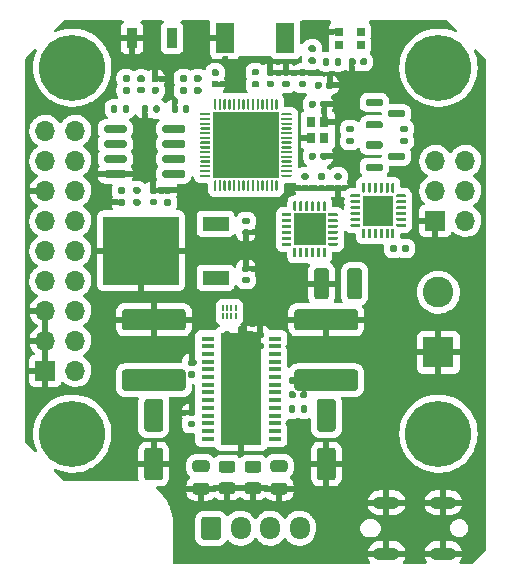
<source format=gbr>
G04 #@! TF.GenerationSoftware,KiCad,Pcbnew,6.0.5-a6ca702e91~116~ubuntu22.04.1*
G04 #@! TF.CreationDate,2022-05-26T03:30:37+02:00*
G04 #@! TF.ProjectId,driver-board,64726976-6572-42d6-926f-6172642e6b69,7ebd5c4*
G04 #@! TF.SameCoordinates,Original*
G04 #@! TF.FileFunction,Copper,L1,Top*
G04 #@! TF.FilePolarity,Positive*
%FSLAX46Y46*%
G04 Gerber Fmt 4.6, Leading zero omitted, Abs format (unit mm)*
G04 Created by KiCad (PCBNEW 6.0.5-a6ca702e91~116~ubuntu22.04.1) date 2022-05-26 03:30:37*
%MOMM*%
%LPD*%
G01*
G04 APERTURE LIST*
G04 #@! TA.AperFunction,ComponentPad*
%ADD10C,5.600000*%
G04 #@! TD*
G04 #@! TA.AperFunction,ComponentPad*
%ADD11R,1.700000X1.700000*%
G04 #@! TD*
G04 #@! TA.AperFunction,ComponentPad*
%ADD12O,1.700000X1.700000*%
G04 #@! TD*
G04 #@! TA.AperFunction,ComponentPad*
%ADD13O,1.700000X1.950000*%
G04 #@! TD*
G04 #@! TA.AperFunction,SMDPad,CuDef*
%ADD14R,0.700000X0.700000*%
G04 #@! TD*
G04 #@! TA.AperFunction,SMDPad,CuDef*
%ADD15R,2.700000X2.700000*%
G04 #@! TD*
G04 #@! TA.AperFunction,SMDPad,CuDef*
%ADD16R,1.100000X0.400000*%
G04 #@! TD*
G04 #@! TA.AperFunction,ComponentPad*
%ADD17C,0.600000*%
G04 #@! TD*
G04 #@! TA.AperFunction,SMDPad,CuDef*
%ADD18R,3.400000X9.500000*%
G04 #@! TD*
G04 #@! TA.AperFunction,SMDPad,CuDef*
%ADD19R,0.900000X1.700000*%
G04 #@! TD*
G04 #@! TA.AperFunction,ComponentPad*
%ADD20R,2.600000X2.600000*%
G04 #@! TD*
G04 #@! TA.AperFunction,ComponentPad*
%ADD21C,2.600000*%
G04 #@! TD*
G04 #@! TA.AperFunction,SMDPad,CuDef*
%ADD22R,0.800000X0.900000*%
G04 #@! TD*
G04 #@! TA.AperFunction,SMDPad,CuDef*
%ADD23R,0.200000X0.530000*%
G04 #@! TD*
G04 #@! TA.AperFunction,SMDPad,CuDef*
%ADD24R,2.600000X2.600000*%
G04 #@! TD*
G04 #@! TA.AperFunction,SMDPad,CuDef*
%ADD25R,5.600000X5.600000*%
G04 #@! TD*
G04 #@! TA.AperFunction,SMDPad,CuDef*
%ADD26R,2.200000X1.200000*%
G04 #@! TD*
G04 #@! TA.AperFunction,SMDPad,CuDef*
%ADD27R,6.400000X5.800000*%
G04 #@! TD*
G04 #@! TA.AperFunction,SMDPad,CuDef*
%ADD28R,1.500000X2.600000*%
G04 #@! TD*
G04 #@! TA.AperFunction,ComponentPad*
%ADD29O,2.200000X1.100000*%
G04 #@! TD*
G04 APERTURE END LIST*
G04 #@! TA.AperFunction,SMDPad,CuDef*
G36*
G01*
X59450000Y-33830000D02*
X59450000Y-34170000D01*
G75*
G02*
X59310000Y-34310000I-140000J0D01*
G01*
X59030000Y-34310000D01*
G75*
G02*
X58890000Y-34170000I0J140000D01*
G01*
X58890000Y-33830000D01*
G75*
G02*
X59030000Y-33690000I140000J0D01*
G01*
X59310000Y-33690000D01*
G75*
G02*
X59450000Y-33830000I0J-140000D01*
G01*
G37*
G04 #@! TD.AperFunction*
G04 #@! TA.AperFunction,SMDPad,CuDef*
G36*
G01*
X58490000Y-33830000D02*
X58490000Y-34170000D01*
G75*
G02*
X58350000Y-34310000I-140000J0D01*
G01*
X58070000Y-34310000D01*
G75*
G02*
X57930000Y-34170000I0J140000D01*
G01*
X57930000Y-33830000D01*
G75*
G02*
X58070000Y-33690000I140000J0D01*
G01*
X58350000Y-33690000D01*
G75*
G02*
X58490000Y-33830000I0J-140000D01*
G01*
G37*
G04 #@! TD.AperFunction*
G04 #@! TA.AperFunction,SMDPad,CuDef*
G36*
G01*
X44770000Y-64960000D02*
X44430000Y-64960000D01*
G75*
G02*
X44290000Y-64820000I0J140000D01*
G01*
X44290000Y-64540000D01*
G75*
G02*
X44430000Y-64400000I140000J0D01*
G01*
X44770000Y-64400000D01*
G75*
G02*
X44910000Y-64540000I0J-140000D01*
G01*
X44910000Y-64820000D01*
G75*
G02*
X44770000Y-64960000I-140000J0D01*
G01*
G37*
G04 #@! TD.AperFunction*
G04 #@! TA.AperFunction,SMDPad,CuDef*
G36*
G01*
X44770000Y-64000000D02*
X44430000Y-64000000D01*
G75*
G02*
X44290000Y-63860000I0J140000D01*
G01*
X44290000Y-63580000D01*
G75*
G02*
X44430000Y-63440000I140000J0D01*
G01*
X44770000Y-63440000D01*
G75*
G02*
X44910000Y-63580000I0J-140000D01*
G01*
X44910000Y-63860000D01*
G75*
G02*
X44770000Y-64000000I-140000J0D01*
G01*
G37*
G04 #@! TD.AperFunction*
D10*
X34500000Y-65500000D03*
G04 #@! TA.AperFunction,SMDPad,CuDef*
G36*
G01*
X57270000Y-33815000D02*
X57270000Y-34185000D01*
G75*
G02*
X57135000Y-34320000I-135000J0D01*
G01*
X56865000Y-34320000D01*
G75*
G02*
X56730000Y-34185000I0J135000D01*
G01*
X56730000Y-33815000D01*
G75*
G02*
X56865000Y-33680000I135000J0D01*
G01*
X57135000Y-33680000D01*
G75*
G02*
X57270000Y-33815000I0J-135000D01*
G01*
G37*
G04 #@! TD.AperFunction*
G04 #@! TA.AperFunction,SMDPad,CuDef*
G36*
G01*
X56250000Y-33815000D02*
X56250000Y-34185000D01*
G75*
G02*
X56115000Y-34320000I-135000J0D01*
G01*
X55845000Y-34320000D01*
G75*
G02*
X55710000Y-34185000I0J135000D01*
G01*
X55710000Y-33815000D01*
G75*
G02*
X55845000Y-33680000I135000J0D01*
G01*
X56115000Y-33680000D01*
G75*
G02*
X56250000Y-33815000I0J-135000D01*
G01*
G37*
G04 #@! TD.AperFunction*
G04 #@! TA.AperFunction,SMDPad,CuDef*
G36*
G01*
X45305000Y-36700000D02*
X44935000Y-36700000D01*
G75*
G02*
X44800000Y-36565000I0J135000D01*
G01*
X44800000Y-36295000D01*
G75*
G02*
X44935000Y-36160000I135000J0D01*
G01*
X45305000Y-36160000D01*
G75*
G02*
X45440000Y-36295000I0J-135000D01*
G01*
X45440000Y-36565000D01*
G75*
G02*
X45305000Y-36700000I-135000J0D01*
G01*
G37*
G04 #@! TD.AperFunction*
G04 #@! TA.AperFunction,SMDPad,CuDef*
G36*
G01*
X45305000Y-35680000D02*
X44935000Y-35680000D01*
G75*
G02*
X44800000Y-35545000I0J135000D01*
G01*
X44800000Y-35275000D01*
G75*
G02*
X44935000Y-35140000I135000J0D01*
G01*
X45305000Y-35140000D01*
G75*
G02*
X45440000Y-35275000I0J-135000D01*
G01*
X45440000Y-35545000D01*
G75*
G02*
X45305000Y-35680000I-135000J0D01*
G01*
G37*
G04 #@! TD.AperFunction*
G04 #@! TA.AperFunction,SMDPad,CuDef*
G36*
G01*
X47415000Y-56820000D02*
X47785000Y-56820000D01*
G75*
G02*
X47920000Y-56955000I0J-135000D01*
G01*
X47920000Y-57225000D01*
G75*
G02*
X47785000Y-57360000I-135000J0D01*
G01*
X47415000Y-57360000D01*
G75*
G02*
X47280000Y-57225000I0J135000D01*
G01*
X47280000Y-56955000D01*
G75*
G02*
X47415000Y-56820000I135000J0D01*
G01*
G37*
G04 #@! TD.AperFunction*
G04 #@! TA.AperFunction,SMDPad,CuDef*
G36*
G01*
X47415000Y-57840000D02*
X47785000Y-57840000D01*
G75*
G02*
X47920000Y-57975000I0J-135000D01*
G01*
X47920000Y-58245000D01*
G75*
G02*
X47785000Y-58380000I-135000J0D01*
G01*
X47415000Y-58380000D01*
G75*
G02*
X47280000Y-58245000I0J135000D01*
G01*
X47280000Y-57975000D01*
G75*
G02*
X47415000Y-57840000I135000J0D01*
G01*
G37*
G04 #@! TD.AperFunction*
X65500000Y-34500000D03*
X65500000Y-65500000D03*
X34500000Y-34500000D03*
D11*
X32220000Y-60160000D03*
D12*
X34760000Y-60160000D03*
X32220000Y-57620000D03*
X34760000Y-57620000D03*
X32220000Y-55080000D03*
X34760000Y-55080000D03*
X32220000Y-52540000D03*
X34760000Y-52540000D03*
X32220000Y-50000000D03*
X34760000Y-50000000D03*
X32220000Y-47460000D03*
X34760000Y-47460000D03*
X32220000Y-44920000D03*
X34760000Y-44920000D03*
X32220000Y-42380000D03*
X34760000Y-42380000D03*
X32220000Y-39840000D03*
X34760000Y-39840000D03*
G04 #@! TA.AperFunction,SMDPad,CuDef*
G36*
G01*
X58450000Y-61850000D02*
X53550000Y-61850000D01*
G75*
G02*
X53300000Y-61600000I0J250000D01*
G01*
X53300000Y-60300000D01*
G75*
G02*
X53550000Y-60050000I250000J0D01*
G01*
X58450000Y-60050000D01*
G75*
G02*
X58700000Y-60300000I0J-250000D01*
G01*
X58700000Y-61600000D01*
G75*
G02*
X58450000Y-61850000I-250000J0D01*
G01*
G37*
G04 #@! TD.AperFunction*
G04 #@! TA.AperFunction,SMDPad,CuDef*
G36*
G01*
X58450000Y-56750000D02*
X53550000Y-56750000D01*
G75*
G02*
X53300000Y-56500000I0J250000D01*
G01*
X53300000Y-55200000D01*
G75*
G02*
X53550000Y-54950000I250000J0D01*
G01*
X58450000Y-54950000D01*
G75*
G02*
X58700000Y-55200000I0J-250000D01*
G01*
X58700000Y-56500000D01*
G75*
G02*
X58450000Y-56750000I-250000J0D01*
G01*
G37*
G04 #@! TD.AperFunction*
G04 #@! TA.AperFunction,SMDPad,CuDef*
G36*
G01*
X51525000Y-67750000D02*
X52475000Y-67750000D01*
G75*
G02*
X52725000Y-68000000I0J-250000D01*
G01*
X52725000Y-68500000D01*
G75*
G02*
X52475000Y-68750000I-250000J0D01*
G01*
X51525000Y-68750000D01*
G75*
G02*
X51275000Y-68500000I0J250000D01*
G01*
X51275000Y-68000000D01*
G75*
G02*
X51525000Y-67750000I250000J0D01*
G01*
G37*
G04 #@! TD.AperFunction*
G04 #@! TA.AperFunction,SMDPad,CuDef*
G36*
G01*
X51525000Y-69650000D02*
X52475000Y-69650000D01*
G75*
G02*
X52725000Y-69900000I0J-250000D01*
G01*
X52725000Y-70400000D01*
G75*
G02*
X52475000Y-70650000I-250000J0D01*
G01*
X51525000Y-70650000D01*
G75*
G02*
X51275000Y-70400000I0J250000D01*
G01*
X51275000Y-69900000D01*
G75*
G02*
X51525000Y-69650000I250000J0D01*
G01*
G37*
G04 #@! TD.AperFunction*
G04 #@! TA.AperFunction,SMDPad,CuDef*
G36*
G01*
X48050000Y-70625000D02*
X47150000Y-70625000D01*
G75*
G02*
X46900000Y-70375000I0J250000D01*
G01*
X46900000Y-69850000D01*
G75*
G02*
X47150000Y-69600000I250000J0D01*
G01*
X48050000Y-69600000D01*
G75*
G02*
X48300000Y-69850000I0J-250000D01*
G01*
X48300000Y-70375000D01*
G75*
G02*
X48050000Y-70625000I-250000J0D01*
G01*
G37*
G04 #@! TD.AperFunction*
G04 #@! TA.AperFunction,SMDPad,CuDef*
G36*
G01*
X48050000Y-68800000D02*
X47150000Y-68800000D01*
G75*
G02*
X46900000Y-68550000I0J250000D01*
G01*
X46900000Y-68025000D01*
G75*
G02*
X47150000Y-67775000I250000J0D01*
G01*
X48050000Y-67775000D01*
G75*
G02*
X48300000Y-68025000I0J-250000D01*
G01*
X48300000Y-68550000D01*
G75*
G02*
X48050000Y-68800000I-250000J0D01*
G01*
G37*
G04 #@! TD.AperFunction*
G04 #@! TA.AperFunction,SMDPad,CuDef*
G36*
G01*
X44925000Y-67750000D02*
X45875000Y-67750000D01*
G75*
G02*
X46125000Y-68000000I0J-250000D01*
G01*
X46125000Y-68500000D01*
G75*
G02*
X45875000Y-68750000I-250000J0D01*
G01*
X44925000Y-68750000D01*
G75*
G02*
X44675000Y-68500000I0J250000D01*
G01*
X44675000Y-68000000D01*
G75*
G02*
X44925000Y-67750000I250000J0D01*
G01*
G37*
G04 #@! TD.AperFunction*
G04 #@! TA.AperFunction,SMDPad,CuDef*
G36*
G01*
X44925000Y-69650000D02*
X45875000Y-69650000D01*
G75*
G02*
X46125000Y-69900000I0J-250000D01*
G01*
X46125000Y-70400000D01*
G75*
G02*
X45875000Y-70650000I-250000J0D01*
G01*
X44925000Y-70650000D01*
G75*
G02*
X44675000Y-70400000I0J250000D01*
G01*
X44675000Y-69900000D01*
G75*
G02*
X44925000Y-69650000I250000J0D01*
G01*
G37*
G04 #@! TD.AperFunction*
G04 #@! TA.AperFunction,ComponentPad*
G36*
G01*
X45400000Y-74225000D02*
X45400000Y-72775000D01*
G75*
G02*
X45650000Y-72525000I250000J0D01*
G01*
X46850000Y-72525000D01*
G75*
G02*
X47100000Y-72775000I0J-250000D01*
G01*
X47100000Y-74225000D01*
G75*
G02*
X46850000Y-74475000I-250000J0D01*
G01*
X45650000Y-74475000D01*
G75*
G02*
X45400000Y-74225000I0J250000D01*
G01*
G37*
G04 #@! TD.AperFunction*
D13*
X48750000Y-73500000D03*
X51250000Y-73500000D03*
X53750000Y-73500000D03*
G04 #@! TA.AperFunction,SMDPad,CuDef*
G36*
G01*
X44105000Y-36700000D02*
X43735000Y-36700000D01*
G75*
G02*
X43600000Y-36565000I0J135000D01*
G01*
X43600000Y-36295000D01*
G75*
G02*
X43735000Y-36160000I135000J0D01*
G01*
X44105000Y-36160000D01*
G75*
G02*
X44240000Y-36295000I0J-135000D01*
G01*
X44240000Y-36565000D01*
G75*
G02*
X44105000Y-36700000I-135000J0D01*
G01*
G37*
G04 #@! TD.AperFunction*
G04 #@! TA.AperFunction,SMDPad,CuDef*
G36*
G01*
X44105000Y-35680000D02*
X43735000Y-35680000D01*
G75*
G02*
X43600000Y-35545000I0J135000D01*
G01*
X43600000Y-35275000D01*
G75*
G02*
X43735000Y-35140000I135000J0D01*
G01*
X44105000Y-35140000D01*
G75*
G02*
X44240000Y-35275000I0J-135000D01*
G01*
X44240000Y-35545000D01*
G75*
G02*
X44105000Y-35680000I-135000J0D01*
G01*
G37*
G04 #@! TD.AperFunction*
D14*
X58915000Y-32550000D03*
X58915000Y-31450000D03*
X57085000Y-31450000D03*
X57085000Y-32550000D03*
G04 #@! TA.AperFunction,SMDPad,CuDef*
G36*
G01*
X52820000Y-63585000D02*
X52820000Y-63215000D01*
G75*
G02*
X52955000Y-63080000I135000J0D01*
G01*
X53225000Y-63080000D01*
G75*
G02*
X53360000Y-63215000I0J-135000D01*
G01*
X53360000Y-63585000D01*
G75*
G02*
X53225000Y-63720000I-135000J0D01*
G01*
X52955000Y-63720000D01*
G75*
G02*
X52820000Y-63585000I0J135000D01*
G01*
G37*
G04 #@! TD.AperFunction*
G04 #@! TA.AperFunction,SMDPad,CuDef*
G36*
G01*
X53840000Y-63585000D02*
X53840000Y-63215000D01*
G75*
G02*
X53975000Y-63080000I135000J0D01*
G01*
X54245000Y-63080000D01*
G75*
G02*
X54380000Y-63215000I0J-135000D01*
G01*
X54380000Y-63585000D01*
G75*
G02*
X54245000Y-63720000I-135000J0D01*
G01*
X53975000Y-63720000D01*
G75*
G02*
X53840000Y-63585000I0J135000D01*
G01*
G37*
G04 #@! TD.AperFunction*
G04 #@! TA.AperFunction,SMDPad,CuDef*
G36*
G01*
X44770000Y-60760000D02*
X44430000Y-60760000D01*
G75*
G02*
X44290000Y-60620000I0J140000D01*
G01*
X44290000Y-60340000D01*
G75*
G02*
X44430000Y-60200000I140000J0D01*
G01*
X44770000Y-60200000D01*
G75*
G02*
X44910000Y-60340000I0J-140000D01*
G01*
X44910000Y-60620000D01*
G75*
G02*
X44770000Y-60760000I-140000J0D01*
G01*
G37*
G04 #@! TD.AperFunction*
G04 #@! TA.AperFunction,SMDPad,CuDef*
G36*
G01*
X44770000Y-59800000D02*
X44430000Y-59800000D01*
G75*
G02*
X44290000Y-59660000I0J140000D01*
G01*
X44290000Y-59380000D01*
G75*
G02*
X44430000Y-59240000I140000J0D01*
G01*
X44770000Y-59240000D01*
G75*
G02*
X44910000Y-59380000I0J-140000D01*
G01*
X44910000Y-59660000D01*
G75*
G02*
X44770000Y-59800000I-140000J0D01*
G01*
G37*
G04 #@! TD.AperFunction*
G04 #@! TA.AperFunction,SMDPad,CuDef*
G36*
G01*
X54360000Y-60830000D02*
X54360000Y-61170000D01*
G75*
G02*
X54220000Y-61310000I-140000J0D01*
G01*
X53940000Y-61310000D01*
G75*
G02*
X53800000Y-61170000I0J140000D01*
G01*
X53800000Y-60830000D01*
G75*
G02*
X53940000Y-60690000I140000J0D01*
G01*
X54220000Y-60690000D01*
G75*
G02*
X54360000Y-60830000I0J-140000D01*
G01*
G37*
G04 #@! TD.AperFunction*
G04 #@! TA.AperFunction,SMDPad,CuDef*
G36*
G01*
X53400000Y-60830000D02*
X53400000Y-61170000D01*
G75*
G02*
X53260000Y-61310000I-140000J0D01*
G01*
X52980000Y-61310000D01*
G75*
G02*
X52840000Y-61170000I0J140000D01*
G01*
X52840000Y-60830000D01*
G75*
G02*
X52980000Y-60690000I140000J0D01*
G01*
X53260000Y-60690000D01*
G75*
G02*
X53400000Y-60830000I0J-140000D01*
G01*
G37*
G04 #@! TD.AperFunction*
G04 #@! TA.AperFunction,SMDPad,CuDef*
G36*
G01*
X54360000Y-62030000D02*
X54360000Y-62370000D01*
G75*
G02*
X54220000Y-62510000I-140000J0D01*
G01*
X53940000Y-62510000D01*
G75*
G02*
X53800000Y-62370000I0J140000D01*
G01*
X53800000Y-62030000D01*
G75*
G02*
X53940000Y-61890000I140000J0D01*
G01*
X54220000Y-61890000D01*
G75*
G02*
X54360000Y-62030000I0J-140000D01*
G01*
G37*
G04 #@! TD.AperFunction*
G04 #@! TA.AperFunction,SMDPad,CuDef*
G36*
G01*
X53400000Y-62030000D02*
X53400000Y-62370000D01*
G75*
G02*
X53260000Y-62510000I-140000J0D01*
G01*
X52980000Y-62510000D01*
G75*
G02*
X52840000Y-62370000I0J140000D01*
G01*
X52840000Y-62030000D01*
G75*
G02*
X52980000Y-61890000I140000J0D01*
G01*
X53260000Y-61890000D01*
G75*
G02*
X53400000Y-62030000I0J-140000D01*
G01*
G37*
G04 #@! TD.AperFunction*
G04 #@! TA.AperFunction,SMDPad,CuDef*
G36*
G01*
X50570000Y-58360000D02*
X50230000Y-58360000D01*
G75*
G02*
X50090000Y-58220000I0J140000D01*
G01*
X50090000Y-57940000D01*
G75*
G02*
X50230000Y-57800000I140000J0D01*
G01*
X50570000Y-57800000D01*
G75*
G02*
X50710000Y-57940000I0J-140000D01*
G01*
X50710000Y-58220000D01*
G75*
G02*
X50570000Y-58360000I-140000J0D01*
G01*
G37*
G04 #@! TD.AperFunction*
G04 #@! TA.AperFunction,SMDPad,CuDef*
G36*
G01*
X50570000Y-57400000D02*
X50230000Y-57400000D01*
G75*
G02*
X50090000Y-57260000I0J140000D01*
G01*
X50090000Y-56980000D01*
G75*
G02*
X50230000Y-56840000I140000J0D01*
G01*
X50570000Y-56840000D01*
G75*
G02*
X50710000Y-56980000I0J-140000D01*
G01*
X50710000Y-57260000D01*
G75*
G02*
X50570000Y-57400000I-140000J0D01*
G01*
G37*
G04 #@! TD.AperFunction*
G04 #@! TA.AperFunction,SMDPad,CuDef*
G36*
G01*
X52225000Y-47012500D02*
X52225000Y-46887500D01*
G75*
G02*
X52287500Y-46825000I62500J0D01*
G01*
X52987500Y-46825000D01*
G75*
G02*
X53050000Y-46887500I0J-62500D01*
G01*
X53050000Y-47012500D01*
G75*
G02*
X52987500Y-47075000I-62500J0D01*
G01*
X52287500Y-47075000D01*
G75*
G02*
X52225000Y-47012500I0J62500D01*
G01*
G37*
G04 #@! TD.AperFunction*
G04 #@! TA.AperFunction,SMDPad,CuDef*
G36*
G01*
X52225000Y-47512500D02*
X52225000Y-47387500D01*
G75*
G02*
X52287500Y-47325000I62500J0D01*
G01*
X52987500Y-47325000D01*
G75*
G02*
X53050000Y-47387500I0J-62500D01*
G01*
X53050000Y-47512500D01*
G75*
G02*
X52987500Y-47575000I-62500J0D01*
G01*
X52287500Y-47575000D01*
G75*
G02*
X52225000Y-47512500I0J62500D01*
G01*
G37*
G04 #@! TD.AperFunction*
G04 #@! TA.AperFunction,SMDPad,CuDef*
G36*
G01*
X52225000Y-48012500D02*
X52225000Y-47887500D01*
G75*
G02*
X52287500Y-47825000I62500J0D01*
G01*
X52987500Y-47825000D01*
G75*
G02*
X53050000Y-47887500I0J-62500D01*
G01*
X53050000Y-48012500D01*
G75*
G02*
X52987500Y-48075000I-62500J0D01*
G01*
X52287500Y-48075000D01*
G75*
G02*
X52225000Y-48012500I0J62500D01*
G01*
G37*
G04 #@! TD.AperFunction*
G04 #@! TA.AperFunction,SMDPad,CuDef*
G36*
G01*
X52225000Y-48512500D02*
X52225000Y-48387500D01*
G75*
G02*
X52287500Y-48325000I62500J0D01*
G01*
X52987500Y-48325000D01*
G75*
G02*
X53050000Y-48387500I0J-62500D01*
G01*
X53050000Y-48512500D01*
G75*
G02*
X52987500Y-48575000I-62500J0D01*
G01*
X52287500Y-48575000D01*
G75*
G02*
X52225000Y-48512500I0J62500D01*
G01*
G37*
G04 #@! TD.AperFunction*
G04 #@! TA.AperFunction,SMDPad,CuDef*
G36*
G01*
X52225000Y-49012500D02*
X52225000Y-48887500D01*
G75*
G02*
X52287500Y-48825000I62500J0D01*
G01*
X52987500Y-48825000D01*
G75*
G02*
X53050000Y-48887500I0J-62500D01*
G01*
X53050000Y-49012500D01*
G75*
G02*
X52987500Y-49075000I-62500J0D01*
G01*
X52287500Y-49075000D01*
G75*
G02*
X52225000Y-49012500I0J62500D01*
G01*
G37*
G04 #@! TD.AperFunction*
G04 #@! TA.AperFunction,SMDPad,CuDef*
G36*
G01*
X52225000Y-49512500D02*
X52225000Y-49387500D01*
G75*
G02*
X52287500Y-49325000I62500J0D01*
G01*
X52987500Y-49325000D01*
G75*
G02*
X53050000Y-49387500I0J-62500D01*
G01*
X53050000Y-49512500D01*
G75*
G02*
X52987500Y-49575000I-62500J0D01*
G01*
X52287500Y-49575000D01*
G75*
G02*
X52225000Y-49512500I0J62500D01*
G01*
G37*
G04 #@! TD.AperFunction*
G04 #@! TA.AperFunction,SMDPad,CuDef*
G36*
G01*
X53225000Y-50512500D02*
X53225000Y-49812500D01*
G75*
G02*
X53287500Y-49750000I62500J0D01*
G01*
X53412500Y-49750000D01*
G75*
G02*
X53475000Y-49812500I0J-62500D01*
G01*
X53475000Y-50512500D01*
G75*
G02*
X53412500Y-50575000I-62500J0D01*
G01*
X53287500Y-50575000D01*
G75*
G02*
X53225000Y-50512500I0J62500D01*
G01*
G37*
G04 #@! TD.AperFunction*
G04 #@! TA.AperFunction,SMDPad,CuDef*
G36*
G01*
X53725000Y-50512500D02*
X53725000Y-49812500D01*
G75*
G02*
X53787500Y-49750000I62500J0D01*
G01*
X53912500Y-49750000D01*
G75*
G02*
X53975000Y-49812500I0J-62500D01*
G01*
X53975000Y-50512500D01*
G75*
G02*
X53912500Y-50575000I-62500J0D01*
G01*
X53787500Y-50575000D01*
G75*
G02*
X53725000Y-50512500I0J62500D01*
G01*
G37*
G04 #@! TD.AperFunction*
G04 #@! TA.AperFunction,SMDPad,CuDef*
G36*
G01*
X54225000Y-50512500D02*
X54225000Y-49812500D01*
G75*
G02*
X54287500Y-49750000I62500J0D01*
G01*
X54412500Y-49750000D01*
G75*
G02*
X54475000Y-49812500I0J-62500D01*
G01*
X54475000Y-50512500D01*
G75*
G02*
X54412500Y-50575000I-62500J0D01*
G01*
X54287500Y-50575000D01*
G75*
G02*
X54225000Y-50512500I0J62500D01*
G01*
G37*
G04 #@! TD.AperFunction*
G04 #@! TA.AperFunction,SMDPad,CuDef*
G36*
G01*
X54725000Y-50512500D02*
X54725000Y-49812500D01*
G75*
G02*
X54787500Y-49750000I62500J0D01*
G01*
X54912500Y-49750000D01*
G75*
G02*
X54975000Y-49812500I0J-62500D01*
G01*
X54975000Y-50512500D01*
G75*
G02*
X54912500Y-50575000I-62500J0D01*
G01*
X54787500Y-50575000D01*
G75*
G02*
X54725000Y-50512500I0J62500D01*
G01*
G37*
G04 #@! TD.AperFunction*
G04 #@! TA.AperFunction,SMDPad,CuDef*
G36*
G01*
X55225000Y-50512500D02*
X55225000Y-49812500D01*
G75*
G02*
X55287500Y-49750000I62500J0D01*
G01*
X55412500Y-49750000D01*
G75*
G02*
X55475000Y-49812500I0J-62500D01*
G01*
X55475000Y-50512500D01*
G75*
G02*
X55412500Y-50575000I-62500J0D01*
G01*
X55287500Y-50575000D01*
G75*
G02*
X55225000Y-50512500I0J62500D01*
G01*
G37*
G04 #@! TD.AperFunction*
G04 #@! TA.AperFunction,SMDPad,CuDef*
G36*
G01*
X55725000Y-50512500D02*
X55725000Y-49812500D01*
G75*
G02*
X55787500Y-49750000I62500J0D01*
G01*
X55912500Y-49750000D01*
G75*
G02*
X55975000Y-49812500I0J-62500D01*
G01*
X55975000Y-50512500D01*
G75*
G02*
X55912500Y-50575000I-62500J0D01*
G01*
X55787500Y-50575000D01*
G75*
G02*
X55725000Y-50512500I0J62500D01*
G01*
G37*
G04 #@! TD.AperFunction*
G04 #@! TA.AperFunction,SMDPad,CuDef*
G36*
G01*
X56150000Y-49512500D02*
X56150000Y-49387500D01*
G75*
G02*
X56212500Y-49325000I62500J0D01*
G01*
X56912500Y-49325000D01*
G75*
G02*
X56975000Y-49387500I0J-62500D01*
G01*
X56975000Y-49512500D01*
G75*
G02*
X56912500Y-49575000I-62500J0D01*
G01*
X56212500Y-49575000D01*
G75*
G02*
X56150000Y-49512500I0J62500D01*
G01*
G37*
G04 #@! TD.AperFunction*
G04 #@! TA.AperFunction,SMDPad,CuDef*
G36*
G01*
X56150000Y-49012500D02*
X56150000Y-48887500D01*
G75*
G02*
X56212500Y-48825000I62500J0D01*
G01*
X56912500Y-48825000D01*
G75*
G02*
X56975000Y-48887500I0J-62500D01*
G01*
X56975000Y-49012500D01*
G75*
G02*
X56912500Y-49075000I-62500J0D01*
G01*
X56212500Y-49075000D01*
G75*
G02*
X56150000Y-49012500I0J62500D01*
G01*
G37*
G04 #@! TD.AperFunction*
G04 #@! TA.AperFunction,SMDPad,CuDef*
G36*
G01*
X56150000Y-48512500D02*
X56150000Y-48387500D01*
G75*
G02*
X56212500Y-48325000I62500J0D01*
G01*
X56912500Y-48325000D01*
G75*
G02*
X56975000Y-48387500I0J-62500D01*
G01*
X56975000Y-48512500D01*
G75*
G02*
X56912500Y-48575000I-62500J0D01*
G01*
X56212500Y-48575000D01*
G75*
G02*
X56150000Y-48512500I0J62500D01*
G01*
G37*
G04 #@! TD.AperFunction*
G04 #@! TA.AperFunction,SMDPad,CuDef*
G36*
G01*
X56150000Y-48012500D02*
X56150000Y-47887500D01*
G75*
G02*
X56212500Y-47825000I62500J0D01*
G01*
X56912500Y-47825000D01*
G75*
G02*
X56975000Y-47887500I0J-62500D01*
G01*
X56975000Y-48012500D01*
G75*
G02*
X56912500Y-48075000I-62500J0D01*
G01*
X56212500Y-48075000D01*
G75*
G02*
X56150000Y-48012500I0J62500D01*
G01*
G37*
G04 #@! TD.AperFunction*
G04 #@! TA.AperFunction,SMDPad,CuDef*
G36*
G01*
X56150000Y-47512500D02*
X56150000Y-47387500D01*
G75*
G02*
X56212500Y-47325000I62500J0D01*
G01*
X56912500Y-47325000D01*
G75*
G02*
X56975000Y-47387500I0J-62500D01*
G01*
X56975000Y-47512500D01*
G75*
G02*
X56912500Y-47575000I-62500J0D01*
G01*
X56212500Y-47575000D01*
G75*
G02*
X56150000Y-47512500I0J62500D01*
G01*
G37*
G04 #@! TD.AperFunction*
G04 #@! TA.AperFunction,SMDPad,CuDef*
G36*
G01*
X56150000Y-47012500D02*
X56150000Y-46887500D01*
G75*
G02*
X56212500Y-46825000I62500J0D01*
G01*
X56912500Y-46825000D01*
G75*
G02*
X56975000Y-46887500I0J-62500D01*
G01*
X56975000Y-47012500D01*
G75*
G02*
X56912500Y-47075000I-62500J0D01*
G01*
X56212500Y-47075000D01*
G75*
G02*
X56150000Y-47012500I0J62500D01*
G01*
G37*
G04 #@! TD.AperFunction*
G04 #@! TA.AperFunction,SMDPad,CuDef*
G36*
G01*
X55725000Y-46587500D02*
X55725000Y-45887500D01*
G75*
G02*
X55787500Y-45825000I62500J0D01*
G01*
X55912500Y-45825000D01*
G75*
G02*
X55975000Y-45887500I0J-62500D01*
G01*
X55975000Y-46587500D01*
G75*
G02*
X55912500Y-46650000I-62500J0D01*
G01*
X55787500Y-46650000D01*
G75*
G02*
X55725000Y-46587500I0J62500D01*
G01*
G37*
G04 #@! TD.AperFunction*
G04 #@! TA.AperFunction,SMDPad,CuDef*
G36*
G01*
X55225000Y-46587500D02*
X55225000Y-45887500D01*
G75*
G02*
X55287500Y-45825000I62500J0D01*
G01*
X55412500Y-45825000D01*
G75*
G02*
X55475000Y-45887500I0J-62500D01*
G01*
X55475000Y-46587500D01*
G75*
G02*
X55412500Y-46650000I-62500J0D01*
G01*
X55287500Y-46650000D01*
G75*
G02*
X55225000Y-46587500I0J62500D01*
G01*
G37*
G04 #@! TD.AperFunction*
G04 #@! TA.AperFunction,SMDPad,CuDef*
G36*
G01*
X54725000Y-46587500D02*
X54725000Y-45887500D01*
G75*
G02*
X54787500Y-45825000I62500J0D01*
G01*
X54912500Y-45825000D01*
G75*
G02*
X54975000Y-45887500I0J-62500D01*
G01*
X54975000Y-46587500D01*
G75*
G02*
X54912500Y-46650000I-62500J0D01*
G01*
X54787500Y-46650000D01*
G75*
G02*
X54725000Y-46587500I0J62500D01*
G01*
G37*
G04 #@! TD.AperFunction*
G04 #@! TA.AperFunction,SMDPad,CuDef*
G36*
G01*
X54225000Y-46587500D02*
X54225000Y-45887500D01*
G75*
G02*
X54287500Y-45825000I62500J0D01*
G01*
X54412500Y-45825000D01*
G75*
G02*
X54475000Y-45887500I0J-62500D01*
G01*
X54475000Y-46587500D01*
G75*
G02*
X54412500Y-46650000I-62500J0D01*
G01*
X54287500Y-46650000D01*
G75*
G02*
X54225000Y-46587500I0J62500D01*
G01*
G37*
G04 #@! TD.AperFunction*
G04 #@! TA.AperFunction,SMDPad,CuDef*
G36*
G01*
X53725000Y-46587500D02*
X53725000Y-45887500D01*
G75*
G02*
X53787500Y-45825000I62500J0D01*
G01*
X53912500Y-45825000D01*
G75*
G02*
X53975000Y-45887500I0J-62500D01*
G01*
X53975000Y-46587500D01*
G75*
G02*
X53912500Y-46650000I-62500J0D01*
G01*
X53787500Y-46650000D01*
G75*
G02*
X53725000Y-46587500I0J62500D01*
G01*
G37*
G04 #@! TD.AperFunction*
G04 #@! TA.AperFunction,SMDPad,CuDef*
G36*
G01*
X53225000Y-46587500D02*
X53225000Y-45887500D01*
G75*
G02*
X53287500Y-45825000I62500J0D01*
G01*
X53412500Y-45825000D01*
G75*
G02*
X53475000Y-45887500I0J-62500D01*
G01*
X53475000Y-46587500D01*
G75*
G02*
X53412500Y-46650000I-62500J0D01*
G01*
X53287500Y-46650000D01*
G75*
G02*
X53225000Y-46587500I0J62500D01*
G01*
G37*
G04 #@! TD.AperFunction*
D15*
X54600000Y-48200000D03*
G04 #@! TA.AperFunction,SMDPad,CuDef*
G36*
G01*
X55450000Y-62550000D02*
X56550000Y-62550000D01*
G75*
G02*
X56800000Y-62800000I0J-250000D01*
G01*
X56800000Y-65075000D01*
G75*
G02*
X56550000Y-65325000I-250000J0D01*
G01*
X55450000Y-65325000D01*
G75*
G02*
X55200000Y-65075000I0J250000D01*
G01*
X55200000Y-62800000D01*
G75*
G02*
X55450000Y-62550000I250000J0D01*
G01*
G37*
G04 #@! TD.AperFunction*
G04 #@! TA.AperFunction,SMDPad,CuDef*
G36*
G01*
X55450000Y-66675000D02*
X56550000Y-66675000D01*
G75*
G02*
X56800000Y-66925000I0J-250000D01*
G01*
X56800000Y-69200000D01*
G75*
G02*
X56550000Y-69450000I-250000J0D01*
G01*
X55450000Y-69450000D01*
G75*
G02*
X55200000Y-69200000I0J250000D01*
G01*
X55200000Y-66925000D01*
G75*
G02*
X55450000Y-66675000I250000J0D01*
G01*
G37*
G04 #@! TD.AperFunction*
G04 #@! TA.AperFunction,SMDPad,CuDef*
G36*
G01*
X40850000Y-62550000D02*
X41950000Y-62550000D01*
G75*
G02*
X42200000Y-62800000I0J-250000D01*
G01*
X42200000Y-65075000D01*
G75*
G02*
X41950000Y-65325000I-250000J0D01*
G01*
X40850000Y-65325000D01*
G75*
G02*
X40600000Y-65075000I0J250000D01*
G01*
X40600000Y-62800000D01*
G75*
G02*
X40850000Y-62550000I250000J0D01*
G01*
G37*
G04 #@! TD.AperFunction*
G04 #@! TA.AperFunction,SMDPad,CuDef*
G36*
G01*
X40850000Y-66675000D02*
X41950000Y-66675000D01*
G75*
G02*
X42200000Y-66925000I0J-250000D01*
G01*
X42200000Y-69200000D01*
G75*
G02*
X41950000Y-69450000I-250000J0D01*
G01*
X40850000Y-69450000D01*
G75*
G02*
X40600000Y-69200000I0J250000D01*
G01*
X40600000Y-66925000D01*
G75*
G02*
X40850000Y-66675000I250000J0D01*
G01*
G37*
G04 #@! TD.AperFunction*
G04 #@! TA.AperFunction,SMDPad,CuDef*
G36*
G01*
X50250000Y-70625000D02*
X49350000Y-70625000D01*
G75*
G02*
X49100000Y-70375000I0J250000D01*
G01*
X49100000Y-69850000D01*
G75*
G02*
X49350000Y-69600000I250000J0D01*
G01*
X50250000Y-69600000D01*
G75*
G02*
X50500000Y-69850000I0J-250000D01*
G01*
X50500000Y-70375000D01*
G75*
G02*
X50250000Y-70625000I-250000J0D01*
G01*
G37*
G04 #@! TD.AperFunction*
G04 #@! TA.AperFunction,SMDPad,CuDef*
G36*
G01*
X50250000Y-68800000D02*
X49350000Y-68800000D01*
G75*
G02*
X49100000Y-68550000I0J250000D01*
G01*
X49100000Y-68025000D01*
G75*
G02*
X49350000Y-67775000I250000J0D01*
G01*
X50250000Y-67775000D01*
G75*
G02*
X50500000Y-68025000I0J-250000D01*
G01*
X50500000Y-68550000D01*
G75*
G02*
X50250000Y-68800000I-250000J0D01*
G01*
G37*
G04 #@! TD.AperFunction*
D16*
X51650000Y-65905000D03*
X51650000Y-65255000D03*
X51650000Y-64605000D03*
X51650000Y-63955000D03*
X51650000Y-63305000D03*
X51650000Y-62655000D03*
X51650000Y-62005000D03*
X51650000Y-61355000D03*
X51650000Y-60705000D03*
X51650000Y-60055000D03*
X51650000Y-59405000D03*
X51650000Y-58755000D03*
X51650000Y-58105000D03*
X51650000Y-57455000D03*
X45950000Y-57455000D03*
X45950000Y-58105000D03*
X45950000Y-58755000D03*
X45950000Y-59405000D03*
X45950000Y-60055000D03*
X45950000Y-60705000D03*
X45950000Y-61355000D03*
X45950000Y-62005000D03*
X45950000Y-62655000D03*
X45950000Y-63305000D03*
X45950000Y-63955000D03*
X45950000Y-64605000D03*
X45950000Y-65255000D03*
X45950000Y-65905000D03*
D17*
X47500000Y-60790000D03*
X50100000Y-60790000D03*
X50100000Y-64350000D03*
X47500000Y-66130000D03*
X48800000Y-64350000D03*
X47500000Y-59010000D03*
X48800000Y-57230000D03*
X48800000Y-62570000D03*
X50100000Y-59010000D03*
X48800000Y-66130000D03*
X50100000Y-57230000D03*
X47500000Y-62570000D03*
X50100000Y-66130000D03*
X47500000Y-64350000D03*
X47500000Y-57230000D03*
X48800000Y-60790000D03*
D18*
X48800000Y-61680000D03*
D17*
X48800000Y-59010000D03*
X50100000Y-62570000D03*
G04 #@! TA.AperFunction,SMDPad,CuDef*
G36*
G01*
X43850000Y-61850000D02*
X38950000Y-61850000D01*
G75*
G02*
X38700000Y-61600000I0J250000D01*
G01*
X38700000Y-60300000D01*
G75*
G02*
X38950000Y-60050000I250000J0D01*
G01*
X43850000Y-60050000D01*
G75*
G02*
X44100000Y-60300000I0J-250000D01*
G01*
X44100000Y-61600000D01*
G75*
G02*
X43850000Y-61850000I-250000J0D01*
G01*
G37*
G04 #@! TD.AperFunction*
G04 #@! TA.AperFunction,SMDPad,CuDef*
G36*
G01*
X43850000Y-56750000D02*
X38950000Y-56750000D01*
G75*
G02*
X38700000Y-56500000I0J250000D01*
G01*
X38700000Y-55200000D01*
G75*
G02*
X38950000Y-54950000I250000J0D01*
G01*
X43850000Y-54950000D01*
G75*
G02*
X44100000Y-55200000I0J-250000D01*
G01*
X44100000Y-56500000D01*
G75*
G02*
X43850000Y-56750000I-250000J0D01*
G01*
G37*
G04 #@! TD.AperFunction*
G04 #@! TA.AperFunction,SMDPad,CuDef*
G36*
G01*
X59025000Y-51725000D02*
X59025000Y-53875000D01*
G75*
G02*
X58775000Y-54125000I-250000J0D01*
G01*
X58025000Y-54125000D01*
G75*
G02*
X57775000Y-53875000I0J250000D01*
G01*
X57775000Y-51725000D01*
G75*
G02*
X58025000Y-51475000I250000J0D01*
G01*
X58775000Y-51475000D01*
G75*
G02*
X59025000Y-51725000I0J-250000D01*
G01*
G37*
G04 #@! TD.AperFunction*
G04 #@! TA.AperFunction,SMDPad,CuDef*
G36*
G01*
X56225000Y-51725000D02*
X56225000Y-53875000D01*
G75*
G02*
X55975000Y-54125000I-250000J0D01*
G01*
X55225000Y-54125000D01*
G75*
G02*
X54975000Y-53875000I0J250000D01*
G01*
X54975000Y-51725000D01*
G75*
G02*
X55225000Y-51475000I250000J0D01*
G01*
X55975000Y-51475000D01*
G75*
G02*
X56225000Y-51725000I0J-250000D01*
G01*
G37*
G04 #@! TD.AperFunction*
D19*
X39550000Y-32000000D03*
X42950000Y-32000000D03*
G04 #@! TA.AperFunction,SMDPad,CuDef*
G36*
G01*
X46430000Y-34640000D02*
X46770000Y-34640000D01*
G75*
G02*
X46910000Y-34780000I0J-140000D01*
G01*
X46910000Y-35060000D01*
G75*
G02*
X46770000Y-35200000I-140000J0D01*
G01*
X46430000Y-35200000D01*
G75*
G02*
X46290000Y-35060000I0J140000D01*
G01*
X46290000Y-34780000D01*
G75*
G02*
X46430000Y-34640000I140000J0D01*
G01*
G37*
G04 #@! TD.AperFunction*
G04 #@! TA.AperFunction,SMDPad,CuDef*
G36*
G01*
X46430000Y-35600000D02*
X46770000Y-35600000D01*
G75*
G02*
X46910000Y-35740000I0J-140000D01*
G01*
X46910000Y-36020000D01*
G75*
G02*
X46770000Y-36160000I-140000J0D01*
G01*
X46430000Y-36160000D01*
G75*
G02*
X46290000Y-36020000I0J140000D01*
G01*
X46290000Y-35740000D01*
G75*
G02*
X46430000Y-35600000I140000J0D01*
G01*
G37*
G04 #@! TD.AperFunction*
G04 #@! TA.AperFunction,SMDPad,CuDef*
G36*
G01*
X56560000Y-35830000D02*
X56560000Y-36170000D01*
G75*
G02*
X56420000Y-36310000I-140000J0D01*
G01*
X56140000Y-36310000D01*
G75*
G02*
X56000000Y-36170000I0J140000D01*
G01*
X56000000Y-35830000D01*
G75*
G02*
X56140000Y-35690000I140000J0D01*
G01*
X56420000Y-35690000D01*
G75*
G02*
X56560000Y-35830000I0J-140000D01*
G01*
G37*
G04 #@! TD.AperFunction*
G04 #@! TA.AperFunction,SMDPad,CuDef*
G36*
G01*
X55600000Y-35830000D02*
X55600000Y-36170000D01*
G75*
G02*
X55460000Y-36310000I-140000J0D01*
G01*
X55180000Y-36310000D01*
G75*
G02*
X55040000Y-36170000I0J140000D01*
G01*
X55040000Y-35830000D01*
G75*
G02*
X55180000Y-35690000I140000J0D01*
G01*
X55460000Y-35690000D01*
G75*
G02*
X55600000Y-35830000I0J-140000D01*
G01*
G37*
G04 #@! TD.AperFunction*
G04 #@! TA.AperFunction,SMDPad,CuDef*
G36*
G01*
X57815000Y-39420000D02*
X58185000Y-39420000D01*
G75*
G02*
X58320000Y-39555000I0J-135000D01*
G01*
X58320000Y-39825000D01*
G75*
G02*
X58185000Y-39960000I-135000J0D01*
G01*
X57815000Y-39960000D01*
G75*
G02*
X57680000Y-39825000I0J135000D01*
G01*
X57680000Y-39555000D01*
G75*
G02*
X57815000Y-39420000I135000J0D01*
G01*
G37*
G04 #@! TD.AperFunction*
G04 #@! TA.AperFunction,SMDPad,CuDef*
G36*
G01*
X57815000Y-40440000D02*
X58185000Y-40440000D01*
G75*
G02*
X58320000Y-40575000I0J-135000D01*
G01*
X58320000Y-40845000D01*
G75*
G02*
X58185000Y-40980000I-135000J0D01*
G01*
X57815000Y-40980000D01*
G75*
G02*
X57680000Y-40845000I0J135000D01*
G01*
X57680000Y-40575000D01*
G75*
G02*
X57815000Y-40440000I135000J0D01*
G01*
G37*
G04 #@! TD.AperFunction*
D20*
X65500000Y-58600000D03*
D21*
X65500000Y-53520000D03*
G04 #@! TA.AperFunction,SMDPad,CuDef*
G36*
G01*
X49185000Y-58380000D02*
X48815000Y-58380000D01*
G75*
G02*
X48680000Y-58245000I0J135000D01*
G01*
X48680000Y-57975000D01*
G75*
G02*
X48815000Y-57840000I135000J0D01*
G01*
X49185000Y-57840000D01*
G75*
G02*
X49320000Y-57975000I0J-135000D01*
G01*
X49320000Y-58245000D01*
G75*
G02*
X49185000Y-58380000I-135000J0D01*
G01*
G37*
G04 #@! TD.AperFunction*
G04 #@! TA.AperFunction,SMDPad,CuDef*
G36*
G01*
X49185000Y-57360000D02*
X48815000Y-57360000D01*
G75*
G02*
X48680000Y-57225000I0J135000D01*
G01*
X48680000Y-56955000D01*
G75*
G02*
X48815000Y-56820000I135000J0D01*
G01*
X49185000Y-56820000D01*
G75*
G02*
X49320000Y-56955000I0J-135000D01*
G01*
X49320000Y-57225000D01*
G75*
G02*
X49185000Y-57360000I-135000J0D01*
G01*
G37*
G04 #@! TD.AperFunction*
G04 #@! TA.AperFunction,SMDPad,CuDef*
G36*
G01*
X40150000Y-35160000D02*
X40490000Y-35160000D01*
G75*
G02*
X40630000Y-35300000I0J-140000D01*
G01*
X40630000Y-35580000D01*
G75*
G02*
X40490000Y-35720000I-140000J0D01*
G01*
X40150000Y-35720000D01*
G75*
G02*
X40010000Y-35580000I0J140000D01*
G01*
X40010000Y-35300000D01*
G75*
G02*
X40150000Y-35160000I140000J0D01*
G01*
G37*
G04 #@! TD.AperFunction*
G04 #@! TA.AperFunction,SMDPad,CuDef*
G36*
G01*
X40150000Y-36120000D02*
X40490000Y-36120000D01*
G75*
G02*
X40630000Y-36260000I0J-140000D01*
G01*
X40630000Y-36540000D01*
G75*
G02*
X40490000Y-36680000I-140000J0D01*
G01*
X40150000Y-36680000D01*
G75*
G02*
X40010000Y-36540000I0J140000D01*
G01*
X40010000Y-36260000D01*
G75*
G02*
X40150000Y-36120000I140000J0D01*
G01*
G37*
G04 #@! TD.AperFunction*
G04 #@! TA.AperFunction,SMDPad,CuDef*
G36*
G01*
X59325000Y-37600000D02*
X59325000Y-37300000D01*
G75*
G02*
X59475000Y-37150000I150000J0D01*
G01*
X60650000Y-37150000D01*
G75*
G02*
X60800000Y-37300000I0J-150000D01*
G01*
X60800000Y-37600000D01*
G75*
G02*
X60650000Y-37750000I-150000J0D01*
G01*
X59475000Y-37750000D01*
G75*
G02*
X59325000Y-37600000I0J150000D01*
G01*
G37*
G04 #@! TD.AperFunction*
G04 #@! TA.AperFunction,SMDPad,CuDef*
G36*
G01*
X59325000Y-39500000D02*
X59325000Y-39200000D01*
G75*
G02*
X59475000Y-39050000I150000J0D01*
G01*
X60650000Y-39050000D01*
G75*
G02*
X60800000Y-39200000I0J-150000D01*
G01*
X60800000Y-39500000D01*
G75*
G02*
X60650000Y-39650000I-150000J0D01*
G01*
X59475000Y-39650000D01*
G75*
G02*
X59325000Y-39500000I0J150000D01*
G01*
G37*
G04 #@! TD.AperFunction*
G04 #@! TA.AperFunction,SMDPad,CuDef*
G36*
G01*
X61200000Y-38550000D02*
X61200000Y-38250000D01*
G75*
G02*
X61350000Y-38100000I150000J0D01*
G01*
X62525000Y-38100000D01*
G75*
G02*
X62675000Y-38250000I0J-150000D01*
G01*
X62675000Y-38550000D01*
G75*
G02*
X62525000Y-38700000I-150000J0D01*
G01*
X61350000Y-38700000D01*
G75*
G02*
X61200000Y-38550000I0J150000D01*
G01*
G37*
G04 #@! TD.AperFunction*
G04 #@! TA.AperFunction,SMDPad,CuDef*
G36*
G01*
X61420000Y-49985000D02*
X61420000Y-49615000D01*
G75*
G02*
X61555000Y-49480000I135000J0D01*
G01*
X61825000Y-49480000D01*
G75*
G02*
X61960000Y-49615000I0J-135000D01*
G01*
X61960000Y-49985000D01*
G75*
G02*
X61825000Y-50120000I-135000J0D01*
G01*
X61555000Y-50120000D01*
G75*
G02*
X61420000Y-49985000I0J135000D01*
G01*
G37*
G04 #@! TD.AperFunction*
G04 #@! TA.AperFunction,SMDPad,CuDef*
G36*
G01*
X62440000Y-49985000D02*
X62440000Y-49615000D01*
G75*
G02*
X62575000Y-49480000I135000J0D01*
G01*
X62845000Y-49480000D01*
G75*
G02*
X62980000Y-49615000I0J-135000D01*
G01*
X62980000Y-49985000D01*
G75*
G02*
X62845000Y-50120000I-135000J0D01*
G01*
X62575000Y-50120000D01*
G75*
G02*
X62440000Y-49985000I0J135000D01*
G01*
G37*
G04 #@! TD.AperFunction*
G04 #@! TA.AperFunction,SMDPad,CuDef*
G36*
G01*
X50185000Y-36180000D02*
X49815000Y-36180000D01*
G75*
G02*
X49680000Y-36045000I0J135000D01*
G01*
X49680000Y-35775000D01*
G75*
G02*
X49815000Y-35640000I135000J0D01*
G01*
X50185000Y-35640000D01*
G75*
G02*
X50320000Y-35775000I0J-135000D01*
G01*
X50320000Y-36045000D01*
G75*
G02*
X50185000Y-36180000I-135000J0D01*
G01*
G37*
G04 #@! TD.AperFunction*
G04 #@! TA.AperFunction,SMDPad,CuDef*
G36*
G01*
X50185000Y-35160000D02*
X49815000Y-35160000D01*
G75*
G02*
X49680000Y-35025000I0J135000D01*
G01*
X49680000Y-34755000D01*
G75*
G02*
X49815000Y-34620000I135000J0D01*
G01*
X50185000Y-34620000D01*
G75*
G02*
X50320000Y-34755000I0J-135000D01*
G01*
X50320000Y-35025000D01*
G75*
G02*
X50185000Y-35160000I-135000J0D01*
G01*
G37*
G04 #@! TD.AperFunction*
G04 #@! TA.AperFunction,SMDPad,CuDef*
G36*
G01*
X54170000Y-36160000D02*
X53830000Y-36160000D01*
G75*
G02*
X53690000Y-36020000I0J140000D01*
G01*
X53690000Y-35740000D01*
G75*
G02*
X53830000Y-35600000I140000J0D01*
G01*
X54170000Y-35600000D01*
G75*
G02*
X54310000Y-35740000I0J-140000D01*
G01*
X54310000Y-36020000D01*
G75*
G02*
X54170000Y-36160000I-140000J0D01*
G01*
G37*
G04 #@! TD.AperFunction*
G04 #@! TA.AperFunction,SMDPad,CuDef*
G36*
G01*
X54170000Y-35200000D02*
X53830000Y-35200000D01*
G75*
G02*
X53690000Y-35060000I0J140000D01*
G01*
X53690000Y-34780000D01*
G75*
G02*
X53830000Y-34640000I140000J0D01*
G01*
X54170000Y-34640000D01*
G75*
G02*
X54310000Y-34780000I0J-140000D01*
G01*
X54310000Y-35060000D01*
G75*
G02*
X54170000Y-35200000I-140000J0D01*
G01*
G37*
G04 #@! TD.AperFunction*
G04 #@! TA.AperFunction,SMDPad,CuDef*
G36*
G01*
X39255000Y-36700000D02*
X38885000Y-36700000D01*
G75*
G02*
X38750000Y-36565000I0J135000D01*
G01*
X38750000Y-36295000D01*
G75*
G02*
X38885000Y-36160000I135000J0D01*
G01*
X39255000Y-36160000D01*
G75*
G02*
X39390000Y-36295000I0J-135000D01*
G01*
X39390000Y-36565000D01*
G75*
G02*
X39255000Y-36700000I-135000J0D01*
G01*
G37*
G04 #@! TD.AperFunction*
G04 #@! TA.AperFunction,SMDPad,CuDef*
G36*
G01*
X39255000Y-35680000D02*
X38885000Y-35680000D01*
G75*
G02*
X38750000Y-35545000I0J135000D01*
G01*
X38750000Y-35275000D01*
G75*
G02*
X38885000Y-35140000I135000J0D01*
G01*
X39255000Y-35140000D01*
G75*
G02*
X39390000Y-35275000I0J-135000D01*
G01*
X39390000Y-35545000D01*
G75*
G02*
X39255000Y-35680000I-135000J0D01*
G01*
G37*
G04 #@! TD.AperFunction*
G04 #@! TA.AperFunction,SMDPad,CuDef*
G36*
G01*
X51090000Y-34640000D02*
X51430000Y-34640000D01*
G75*
G02*
X51570000Y-34780000I0J-140000D01*
G01*
X51570000Y-35060000D01*
G75*
G02*
X51430000Y-35200000I-140000J0D01*
G01*
X51090000Y-35200000D01*
G75*
G02*
X50950000Y-35060000I0J140000D01*
G01*
X50950000Y-34780000D01*
G75*
G02*
X51090000Y-34640000I140000J0D01*
G01*
G37*
G04 #@! TD.AperFunction*
G04 #@! TA.AperFunction,SMDPad,CuDef*
G36*
G01*
X51090000Y-35600000D02*
X51430000Y-35600000D01*
G75*
G02*
X51570000Y-35740000I0J-140000D01*
G01*
X51570000Y-36020000D01*
G75*
G02*
X51430000Y-36160000I-140000J0D01*
G01*
X51090000Y-36160000D01*
G75*
G02*
X50950000Y-36020000I0J140000D01*
G01*
X50950000Y-35740000D01*
G75*
G02*
X51090000Y-35600000I140000J0D01*
G01*
G37*
G04 #@! TD.AperFunction*
D22*
X54750000Y-39100000D03*
X54750000Y-40500000D03*
X55850000Y-40500000D03*
X55850000Y-39100000D03*
G04 #@! TA.AperFunction,SMDPad,CuDef*
G36*
G01*
X39330000Y-37815000D02*
X39330000Y-38185000D01*
G75*
G02*
X39195000Y-38320000I-135000J0D01*
G01*
X38925000Y-38320000D01*
G75*
G02*
X38790000Y-38185000I0J135000D01*
G01*
X38790000Y-37815000D01*
G75*
G02*
X38925000Y-37680000I135000J0D01*
G01*
X39195000Y-37680000D01*
G75*
G02*
X39330000Y-37815000I0J-135000D01*
G01*
G37*
G04 #@! TD.AperFunction*
G04 #@! TA.AperFunction,SMDPad,CuDef*
G36*
G01*
X38310000Y-37815000D02*
X38310000Y-38185000D01*
G75*
G02*
X38175000Y-38320000I-135000J0D01*
G01*
X37905000Y-38320000D01*
G75*
G02*
X37770000Y-38185000I0J135000D01*
G01*
X37770000Y-37815000D01*
G75*
G02*
X37905000Y-37680000I135000J0D01*
G01*
X38175000Y-37680000D01*
G75*
G02*
X38310000Y-37815000I0J-135000D01*
G01*
G37*
G04 #@! TD.AperFunction*
D23*
X47275000Y-55535000D03*
X47625000Y-55535000D03*
X47975000Y-55535000D03*
X48325000Y-55535000D03*
X48325000Y-54865000D03*
X47975000Y-54865000D03*
X47625000Y-54865000D03*
X47275000Y-54865000D03*
G04 #@! TA.AperFunction,SMDPad,CuDef*
G36*
G01*
X54370000Y-44960000D02*
X54030000Y-44960000D01*
G75*
G02*
X53890000Y-44820000I0J140000D01*
G01*
X53890000Y-44540000D01*
G75*
G02*
X54030000Y-44400000I140000J0D01*
G01*
X54370000Y-44400000D01*
G75*
G02*
X54510000Y-44540000I0J-140000D01*
G01*
X54510000Y-44820000D01*
G75*
G02*
X54370000Y-44960000I-140000J0D01*
G01*
G37*
G04 #@! TD.AperFunction*
G04 #@! TA.AperFunction,SMDPad,CuDef*
G36*
G01*
X54370000Y-44000000D02*
X54030000Y-44000000D01*
G75*
G02*
X53890000Y-43860000I0J140000D01*
G01*
X53890000Y-43580000D01*
G75*
G02*
X54030000Y-43440000I140000J0D01*
G01*
X54370000Y-43440000D01*
G75*
G02*
X54510000Y-43580000I0J-140000D01*
G01*
X54510000Y-43860000D01*
G75*
G02*
X54370000Y-44000000I-140000J0D01*
G01*
G37*
G04 #@! TD.AperFunction*
G04 #@! TA.AperFunction,SMDPad,CuDef*
G36*
G01*
X57170000Y-44960000D02*
X56830000Y-44960000D01*
G75*
G02*
X56690000Y-44820000I0J140000D01*
G01*
X56690000Y-44540000D01*
G75*
G02*
X56830000Y-44400000I140000J0D01*
G01*
X57170000Y-44400000D01*
G75*
G02*
X57310000Y-44540000I0J-140000D01*
G01*
X57310000Y-44820000D01*
G75*
G02*
X57170000Y-44960000I-140000J0D01*
G01*
G37*
G04 #@! TD.AperFunction*
G04 #@! TA.AperFunction,SMDPad,CuDef*
G36*
G01*
X57170000Y-44000000D02*
X56830000Y-44000000D01*
G75*
G02*
X56690000Y-43860000I0J140000D01*
G01*
X56690000Y-43580000D01*
G75*
G02*
X56830000Y-43440000I140000J0D01*
G01*
X57170000Y-43440000D01*
G75*
G02*
X57310000Y-43580000I0J-140000D01*
G01*
X57310000Y-43860000D01*
G75*
G02*
X57170000Y-44000000I-140000J0D01*
G01*
G37*
G04 #@! TD.AperFunction*
G04 #@! TA.AperFunction,SMDPad,CuDef*
G36*
G01*
X59212500Y-48950000D02*
X59087500Y-48950000D01*
G75*
G02*
X59025000Y-48887500I0J62500D01*
G01*
X59025000Y-48187500D01*
G75*
G02*
X59087500Y-48125000I62500J0D01*
G01*
X59212500Y-48125000D01*
G75*
G02*
X59275000Y-48187500I0J-62500D01*
G01*
X59275000Y-48887500D01*
G75*
G02*
X59212500Y-48950000I-62500J0D01*
G01*
G37*
G04 #@! TD.AperFunction*
G04 #@! TA.AperFunction,SMDPad,CuDef*
G36*
G01*
X59712500Y-48950000D02*
X59587500Y-48950000D01*
G75*
G02*
X59525000Y-48887500I0J62500D01*
G01*
X59525000Y-48187500D01*
G75*
G02*
X59587500Y-48125000I62500J0D01*
G01*
X59712500Y-48125000D01*
G75*
G02*
X59775000Y-48187500I0J-62500D01*
G01*
X59775000Y-48887500D01*
G75*
G02*
X59712500Y-48950000I-62500J0D01*
G01*
G37*
G04 #@! TD.AperFunction*
G04 #@! TA.AperFunction,SMDPad,CuDef*
G36*
G01*
X60212500Y-48950000D02*
X60087500Y-48950000D01*
G75*
G02*
X60025000Y-48887500I0J62500D01*
G01*
X60025000Y-48187500D01*
G75*
G02*
X60087500Y-48125000I62500J0D01*
G01*
X60212500Y-48125000D01*
G75*
G02*
X60275000Y-48187500I0J-62500D01*
G01*
X60275000Y-48887500D01*
G75*
G02*
X60212500Y-48950000I-62500J0D01*
G01*
G37*
G04 #@! TD.AperFunction*
G04 #@! TA.AperFunction,SMDPad,CuDef*
G36*
G01*
X60712500Y-48950000D02*
X60587500Y-48950000D01*
G75*
G02*
X60525000Y-48887500I0J62500D01*
G01*
X60525000Y-48187500D01*
G75*
G02*
X60587500Y-48125000I62500J0D01*
G01*
X60712500Y-48125000D01*
G75*
G02*
X60775000Y-48187500I0J-62500D01*
G01*
X60775000Y-48887500D01*
G75*
G02*
X60712500Y-48950000I-62500J0D01*
G01*
G37*
G04 #@! TD.AperFunction*
G04 #@! TA.AperFunction,SMDPad,CuDef*
G36*
G01*
X61212500Y-48950000D02*
X61087500Y-48950000D01*
G75*
G02*
X61025000Y-48887500I0J62500D01*
G01*
X61025000Y-48187500D01*
G75*
G02*
X61087500Y-48125000I62500J0D01*
G01*
X61212500Y-48125000D01*
G75*
G02*
X61275000Y-48187500I0J-62500D01*
G01*
X61275000Y-48887500D01*
G75*
G02*
X61212500Y-48950000I-62500J0D01*
G01*
G37*
G04 #@! TD.AperFunction*
G04 #@! TA.AperFunction,SMDPad,CuDef*
G36*
G01*
X61712500Y-48950000D02*
X61587500Y-48950000D01*
G75*
G02*
X61525000Y-48887500I0J62500D01*
G01*
X61525000Y-48187500D01*
G75*
G02*
X61587500Y-48125000I62500J0D01*
G01*
X61712500Y-48125000D01*
G75*
G02*
X61775000Y-48187500I0J-62500D01*
G01*
X61775000Y-48887500D01*
G75*
G02*
X61712500Y-48950000I-62500J0D01*
G01*
G37*
G04 #@! TD.AperFunction*
G04 #@! TA.AperFunction,SMDPad,CuDef*
G36*
G01*
X62687500Y-47975000D02*
X61987500Y-47975000D01*
G75*
G02*
X61925000Y-47912500I0J62500D01*
G01*
X61925000Y-47787500D01*
G75*
G02*
X61987500Y-47725000I62500J0D01*
G01*
X62687500Y-47725000D01*
G75*
G02*
X62750000Y-47787500I0J-62500D01*
G01*
X62750000Y-47912500D01*
G75*
G02*
X62687500Y-47975000I-62500J0D01*
G01*
G37*
G04 #@! TD.AperFunction*
G04 #@! TA.AperFunction,SMDPad,CuDef*
G36*
G01*
X62687500Y-47475000D02*
X61987500Y-47475000D01*
G75*
G02*
X61925000Y-47412500I0J62500D01*
G01*
X61925000Y-47287500D01*
G75*
G02*
X61987500Y-47225000I62500J0D01*
G01*
X62687500Y-47225000D01*
G75*
G02*
X62750000Y-47287500I0J-62500D01*
G01*
X62750000Y-47412500D01*
G75*
G02*
X62687500Y-47475000I-62500J0D01*
G01*
G37*
G04 #@! TD.AperFunction*
G04 #@! TA.AperFunction,SMDPad,CuDef*
G36*
G01*
X62687500Y-46975000D02*
X61987500Y-46975000D01*
G75*
G02*
X61925000Y-46912500I0J62500D01*
G01*
X61925000Y-46787500D01*
G75*
G02*
X61987500Y-46725000I62500J0D01*
G01*
X62687500Y-46725000D01*
G75*
G02*
X62750000Y-46787500I0J-62500D01*
G01*
X62750000Y-46912500D01*
G75*
G02*
X62687500Y-46975000I-62500J0D01*
G01*
G37*
G04 #@! TD.AperFunction*
G04 #@! TA.AperFunction,SMDPad,CuDef*
G36*
G01*
X62687500Y-46475000D02*
X61987500Y-46475000D01*
G75*
G02*
X61925000Y-46412500I0J62500D01*
G01*
X61925000Y-46287500D01*
G75*
G02*
X61987500Y-46225000I62500J0D01*
G01*
X62687500Y-46225000D01*
G75*
G02*
X62750000Y-46287500I0J-62500D01*
G01*
X62750000Y-46412500D01*
G75*
G02*
X62687500Y-46475000I-62500J0D01*
G01*
G37*
G04 #@! TD.AperFunction*
G04 #@! TA.AperFunction,SMDPad,CuDef*
G36*
G01*
X62687500Y-45975000D02*
X61987500Y-45975000D01*
G75*
G02*
X61925000Y-45912500I0J62500D01*
G01*
X61925000Y-45787500D01*
G75*
G02*
X61987500Y-45725000I62500J0D01*
G01*
X62687500Y-45725000D01*
G75*
G02*
X62750000Y-45787500I0J-62500D01*
G01*
X62750000Y-45912500D01*
G75*
G02*
X62687500Y-45975000I-62500J0D01*
G01*
G37*
G04 #@! TD.AperFunction*
G04 #@! TA.AperFunction,SMDPad,CuDef*
G36*
G01*
X62687500Y-45475000D02*
X61987500Y-45475000D01*
G75*
G02*
X61925000Y-45412500I0J62500D01*
G01*
X61925000Y-45287500D01*
G75*
G02*
X61987500Y-45225000I62500J0D01*
G01*
X62687500Y-45225000D01*
G75*
G02*
X62750000Y-45287500I0J-62500D01*
G01*
X62750000Y-45412500D01*
G75*
G02*
X62687500Y-45475000I-62500J0D01*
G01*
G37*
G04 #@! TD.AperFunction*
G04 #@! TA.AperFunction,SMDPad,CuDef*
G36*
G01*
X61712500Y-45075000D02*
X61587500Y-45075000D01*
G75*
G02*
X61525000Y-45012500I0J62500D01*
G01*
X61525000Y-44312500D01*
G75*
G02*
X61587500Y-44250000I62500J0D01*
G01*
X61712500Y-44250000D01*
G75*
G02*
X61775000Y-44312500I0J-62500D01*
G01*
X61775000Y-45012500D01*
G75*
G02*
X61712500Y-45075000I-62500J0D01*
G01*
G37*
G04 #@! TD.AperFunction*
G04 #@! TA.AperFunction,SMDPad,CuDef*
G36*
G01*
X61212500Y-45075000D02*
X61087500Y-45075000D01*
G75*
G02*
X61025000Y-45012500I0J62500D01*
G01*
X61025000Y-44312500D01*
G75*
G02*
X61087500Y-44250000I62500J0D01*
G01*
X61212500Y-44250000D01*
G75*
G02*
X61275000Y-44312500I0J-62500D01*
G01*
X61275000Y-45012500D01*
G75*
G02*
X61212500Y-45075000I-62500J0D01*
G01*
G37*
G04 #@! TD.AperFunction*
G04 #@! TA.AperFunction,SMDPad,CuDef*
G36*
G01*
X60712500Y-45075000D02*
X60587500Y-45075000D01*
G75*
G02*
X60525000Y-45012500I0J62500D01*
G01*
X60525000Y-44312500D01*
G75*
G02*
X60587500Y-44250000I62500J0D01*
G01*
X60712500Y-44250000D01*
G75*
G02*
X60775000Y-44312500I0J-62500D01*
G01*
X60775000Y-45012500D01*
G75*
G02*
X60712500Y-45075000I-62500J0D01*
G01*
G37*
G04 #@! TD.AperFunction*
G04 #@! TA.AperFunction,SMDPad,CuDef*
G36*
G01*
X60212500Y-45075000D02*
X60087500Y-45075000D01*
G75*
G02*
X60025000Y-45012500I0J62500D01*
G01*
X60025000Y-44312500D01*
G75*
G02*
X60087500Y-44250000I62500J0D01*
G01*
X60212500Y-44250000D01*
G75*
G02*
X60275000Y-44312500I0J-62500D01*
G01*
X60275000Y-45012500D01*
G75*
G02*
X60212500Y-45075000I-62500J0D01*
G01*
G37*
G04 #@! TD.AperFunction*
G04 #@! TA.AperFunction,SMDPad,CuDef*
G36*
G01*
X59712500Y-45075000D02*
X59587500Y-45075000D01*
G75*
G02*
X59525000Y-45012500I0J62500D01*
G01*
X59525000Y-44312500D01*
G75*
G02*
X59587500Y-44250000I62500J0D01*
G01*
X59712500Y-44250000D01*
G75*
G02*
X59775000Y-44312500I0J-62500D01*
G01*
X59775000Y-45012500D01*
G75*
G02*
X59712500Y-45075000I-62500J0D01*
G01*
G37*
G04 #@! TD.AperFunction*
G04 #@! TA.AperFunction,SMDPad,CuDef*
G36*
G01*
X59212500Y-45075000D02*
X59087500Y-45075000D01*
G75*
G02*
X59025000Y-45012500I0J62500D01*
G01*
X59025000Y-44312500D01*
G75*
G02*
X59087500Y-44250000I62500J0D01*
G01*
X59212500Y-44250000D01*
G75*
G02*
X59275000Y-44312500I0J-62500D01*
G01*
X59275000Y-45012500D01*
G75*
G02*
X59212500Y-45075000I-62500J0D01*
G01*
G37*
G04 #@! TD.AperFunction*
G04 #@! TA.AperFunction,SMDPad,CuDef*
G36*
G01*
X58812500Y-45475000D02*
X58112500Y-45475000D01*
G75*
G02*
X58050000Y-45412500I0J62500D01*
G01*
X58050000Y-45287500D01*
G75*
G02*
X58112500Y-45225000I62500J0D01*
G01*
X58812500Y-45225000D01*
G75*
G02*
X58875000Y-45287500I0J-62500D01*
G01*
X58875000Y-45412500D01*
G75*
G02*
X58812500Y-45475000I-62500J0D01*
G01*
G37*
G04 #@! TD.AperFunction*
G04 #@! TA.AperFunction,SMDPad,CuDef*
G36*
G01*
X58812500Y-45975000D02*
X58112500Y-45975000D01*
G75*
G02*
X58050000Y-45912500I0J62500D01*
G01*
X58050000Y-45787500D01*
G75*
G02*
X58112500Y-45725000I62500J0D01*
G01*
X58812500Y-45725000D01*
G75*
G02*
X58875000Y-45787500I0J-62500D01*
G01*
X58875000Y-45912500D01*
G75*
G02*
X58812500Y-45975000I-62500J0D01*
G01*
G37*
G04 #@! TD.AperFunction*
G04 #@! TA.AperFunction,SMDPad,CuDef*
G36*
G01*
X58812500Y-46475000D02*
X58112500Y-46475000D01*
G75*
G02*
X58050000Y-46412500I0J62500D01*
G01*
X58050000Y-46287500D01*
G75*
G02*
X58112500Y-46225000I62500J0D01*
G01*
X58812500Y-46225000D01*
G75*
G02*
X58875000Y-46287500I0J-62500D01*
G01*
X58875000Y-46412500D01*
G75*
G02*
X58812500Y-46475000I-62500J0D01*
G01*
G37*
G04 #@! TD.AperFunction*
G04 #@! TA.AperFunction,SMDPad,CuDef*
G36*
G01*
X58812500Y-46975000D02*
X58112500Y-46975000D01*
G75*
G02*
X58050000Y-46912500I0J62500D01*
G01*
X58050000Y-46787500D01*
G75*
G02*
X58112500Y-46725000I62500J0D01*
G01*
X58812500Y-46725000D01*
G75*
G02*
X58875000Y-46787500I0J-62500D01*
G01*
X58875000Y-46912500D01*
G75*
G02*
X58812500Y-46975000I-62500J0D01*
G01*
G37*
G04 #@! TD.AperFunction*
G04 #@! TA.AperFunction,SMDPad,CuDef*
G36*
G01*
X58812500Y-47475000D02*
X58112500Y-47475000D01*
G75*
G02*
X58050000Y-47412500I0J62500D01*
G01*
X58050000Y-47287500D01*
G75*
G02*
X58112500Y-47225000I62500J0D01*
G01*
X58812500Y-47225000D01*
G75*
G02*
X58875000Y-47287500I0J-62500D01*
G01*
X58875000Y-47412500D01*
G75*
G02*
X58812500Y-47475000I-62500J0D01*
G01*
G37*
G04 #@! TD.AperFunction*
G04 #@! TA.AperFunction,SMDPad,CuDef*
G36*
G01*
X58812500Y-47975000D02*
X58112500Y-47975000D01*
G75*
G02*
X58050000Y-47912500I0J62500D01*
G01*
X58050000Y-47787500D01*
G75*
G02*
X58112500Y-47725000I62500J0D01*
G01*
X58812500Y-47725000D01*
G75*
G02*
X58875000Y-47787500I0J-62500D01*
G01*
X58875000Y-47912500D01*
G75*
G02*
X58812500Y-47975000I-62500J0D01*
G01*
G37*
G04 #@! TD.AperFunction*
D24*
X60400000Y-46600000D03*
G04 #@! TA.AperFunction,SMDPad,CuDef*
G36*
G01*
X49370000Y-48735000D02*
X49030000Y-48735000D01*
G75*
G02*
X48890000Y-48595000I0J140000D01*
G01*
X48890000Y-48315000D01*
G75*
G02*
X49030000Y-48175000I140000J0D01*
G01*
X49370000Y-48175000D01*
G75*
G02*
X49510000Y-48315000I0J-140000D01*
G01*
X49510000Y-48595000D01*
G75*
G02*
X49370000Y-48735000I-140000J0D01*
G01*
G37*
G04 #@! TD.AperFunction*
G04 #@! TA.AperFunction,SMDPad,CuDef*
G36*
G01*
X49370000Y-47775000D02*
X49030000Y-47775000D01*
G75*
G02*
X48890000Y-47635000I0J140000D01*
G01*
X48890000Y-47355000D01*
G75*
G02*
X49030000Y-47215000I140000J0D01*
G01*
X49370000Y-47215000D01*
G75*
G02*
X49510000Y-47355000I0J-140000D01*
G01*
X49510000Y-47635000D01*
G75*
G02*
X49370000Y-47775000I-140000J0D01*
G01*
G37*
G04 #@! TD.AperFunction*
G04 #@! TA.AperFunction,SMDPad,CuDef*
G36*
G01*
X42380000Y-44620000D02*
X42750000Y-44620000D01*
G75*
G02*
X42885000Y-44755000I0J-135000D01*
G01*
X42885000Y-45025000D01*
G75*
G02*
X42750000Y-45160000I-135000J0D01*
G01*
X42380000Y-45160000D01*
G75*
G02*
X42245000Y-45025000I0J135000D01*
G01*
X42245000Y-44755000D01*
G75*
G02*
X42380000Y-44620000I135000J0D01*
G01*
G37*
G04 #@! TD.AperFunction*
G04 #@! TA.AperFunction,SMDPad,CuDef*
G36*
G01*
X42380000Y-45640000D02*
X42750000Y-45640000D01*
G75*
G02*
X42885000Y-45775000I0J-135000D01*
G01*
X42885000Y-46045000D01*
G75*
G02*
X42750000Y-46180000I-135000J0D01*
G01*
X42380000Y-46180000D01*
G75*
G02*
X42245000Y-46045000I0J135000D01*
G01*
X42245000Y-45775000D01*
G75*
G02*
X42380000Y-45640000I135000J0D01*
G01*
G37*
G04 #@! TD.AperFunction*
G04 #@! TA.AperFunction,SMDPad,CuDef*
G36*
G01*
X37170000Y-39845000D02*
X37170000Y-39545000D01*
G75*
G02*
X37320000Y-39395000I150000J0D01*
G01*
X38970000Y-39395000D01*
G75*
G02*
X39120000Y-39545000I0J-150000D01*
G01*
X39120000Y-39845000D01*
G75*
G02*
X38970000Y-39995000I-150000J0D01*
G01*
X37320000Y-39995000D01*
G75*
G02*
X37170000Y-39845000I0J150000D01*
G01*
G37*
G04 #@! TD.AperFunction*
G04 #@! TA.AperFunction,SMDPad,CuDef*
G36*
G01*
X37170000Y-41115000D02*
X37170000Y-40815000D01*
G75*
G02*
X37320000Y-40665000I150000J0D01*
G01*
X38970000Y-40665000D01*
G75*
G02*
X39120000Y-40815000I0J-150000D01*
G01*
X39120000Y-41115000D01*
G75*
G02*
X38970000Y-41265000I-150000J0D01*
G01*
X37320000Y-41265000D01*
G75*
G02*
X37170000Y-41115000I0J150000D01*
G01*
G37*
G04 #@! TD.AperFunction*
G04 #@! TA.AperFunction,SMDPad,CuDef*
G36*
G01*
X37170000Y-42385000D02*
X37170000Y-42085000D01*
G75*
G02*
X37320000Y-41935000I150000J0D01*
G01*
X38970000Y-41935000D01*
G75*
G02*
X39120000Y-42085000I0J-150000D01*
G01*
X39120000Y-42385000D01*
G75*
G02*
X38970000Y-42535000I-150000J0D01*
G01*
X37320000Y-42535000D01*
G75*
G02*
X37170000Y-42385000I0J150000D01*
G01*
G37*
G04 #@! TD.AperFunction*
G04 #@! TA.AperFunction,SMDPad,CuDef*
G36*
G01*
X37170000Y-43655000D02*
X37170000Y-43355000D01*
G75*
G02*
X37320000Y-43205000I150000J0D01*
G01*
X38970000Y-43205000D01*
G75*
G02*
X39120000Y-43355000I0J-150000D01*
G01*
X39120000Y-43655000D01*
G75*
G02*
X38970000Y-43805000I-150000J0D01*
G01*
X37320000Y-43805000D01*
G75*
G02*
X37170000Y-43655000I0J150000D01*
G01*
G37*
G04 #@! TD.AperFunction*
G04 #@! TA.AperFunction,SMDPad,CuDef*
G36*
G01*
X42120000Y-43655000D02*
X42120000Y-43355000D01*
G75*
G02*
X42270000Y-43205000I150000J0D01*
G01*
X43920000Y-43205000D01*
G75*
G02*
X44070000Y-43355000I0J-150000D01*
G01*
X44070000Y-43655000D01*
G75*
G02*
X43920000Y-43805000I-150000J0D01*
G01*
X42270000Y-43805000D01*
G75*
G02*
X42120000Y-43655000I0J150000D01*
G01*
G37*
G04 #@! TD.AperFunction*
G04 #@! TA.AperFunction,SMDPad,CuDef*
G36*
G01*
X42120000Y-42385000D02*
X42120000Y-42085000D01*
G75*
G02*
X42270000Y-41935000I150000J0D01*
G01*
X43920000Y-41935000D01*
G75*
G02*
X44070000Y-42085000I0J-150000D01*
G01*
X44070000Y-42385000D01*
G75*
G02*
X43920000Y-42535000I-150000J0D01*
G01*
X42270000Y-42535000D01*
G75*
G02*
X42120000Y-42385000I0J150000D01*
G01*
G37*
G04 #@! TD.AperFunction*
G04 #@! TA.AperFunction,SMDPad,CuDef*
G36*
G01*
X42120000Y-41115000D02*
X42120000Y-40815000D01*
G75*
G02*
X42270000Y-40665000I150000J0D01*
G01*
X43920000Y-40665000D01*
G75*
G02*
X44070000Y-40815000I0J-150000D01*
G01*
X44070000Y-41115000D01*
G75*
G02*
X43920000Y-41265000I-150000J0D01*
G01*
X42270000Y-41265000D01*
G75*
G02*
X42120000Y-41115000I0J150000D01*
G01*
G37*
G04 #@! TD.AperFunction*
G04 #@! TA.AperFunction,SMDPad,CuDef*
G36*
G01*
X42120000Y-39845000D02*
X42120000Y-39545000D01*
G75*
G02*
X42270000Y-39395000I150000J0D01*
G01*
X43920000Y-39395000D01*
G75*
G02*
X44070000Y-39545000I0J-150000D01*
G01*
X44070000Y-39845000D01*
G75*
G02*
X43920000Y-39995000I-150000J0D01*
G01*
X42270000Y-39995000D01*
G75*
G02*
X42120000Y-39845000I0J150000D01*
G01*
G37*
G04 #@! TD.AperFunction*
G04 #@! TA.AperFunction,SMDPad,CuDef*
G36*
G01*
X51750000Y-37175000D02*
X51850000Y-37175000D01*
G75*
G02*
X51900000Y-37225000I0J-50000D01*
G01*
X51900000Y-38000000D01*
G75*
G02*
X51850000Y-38050000I-50000J0D01*
G01*
X51750000Y-38050000D01*
G75*
G02*
X51700000Y-38000000I0J50000D01*
G01*
X51700000Y-37225000D01*
G75*
G02*
X51750000Y-37175000I50000J0D01*
G01*
G37*
G04 #@! TD.AperFunction*
G04 #@! TA.AperFunction,SMDPad,CuDef*
G36*
G01*
X51350000Y-37175000D02*
X51450000Y-37175000D01*
G75*
G02*
X51500000Y-37225000I0J-50000D01*
G01*
X51500000Y-38000000D01*
G75*
G02*
X51450000Y-38050000I-50000J0D01*
G01*
X51350000Y-38050000D01*
G75*
G02*
X51300000Y-38000000I0J50000D01*
G01*
X51300000Y-37225000D01*
G75*
G02*
X51350000Y-37175000I50000J0D01*
G01*
G37*
G04 #@! TD.AperFunction*
G04 #@! TA.AperFunction,SMDPad,CuDef*
G36*
G01*
X50950000Y-37175000D02*
X51050000Y-37175000D01*
G75*
G02*
X51100000Y-37225000I0J-50000D01*
G01*
X51100000Y-38000000D01*
G75*
G02*
X51050000Y-38050000I-50000J0D01*
G01*
X50950000Y-38050000D01*
G75*
G02*
X50900000Y-38000000I0J50000D01*
G01*
X50900000Y-37225000D01*
G75*
G02*
X50950000Y-37175000I50000J0D01*
G01*
G37*
G04 #@! TD.AperFunction*
G04 #@! TA.AperFunction,SMDPad,CuDef*
G36*
G01*
X50550000Y-37175000D02*
X50650000Y-37175000D01*
G75*
G02*
X50700000Y-37225000I0J-50000D01*
G01*
X50700000Y-38000000D01*
G75*
G02*
X50650000Y-38050000I-50000J0D01*
G01*
X50550000Y-38050000D01*
G75*
G02*
X50500000Y-38000000I0J50000D01*
G01*
X50500000Y-37225000D01*
G75*
G02*
X50550000Y-37175000I50000J0D01*
G01*
G37*
G04 #@! TD.AperFunction*
G04 #@! TA.AperFunction,SMDPad,CuDef*
G36*
G01*
X50150000Y-37175000D02*
X50250000Y-37175000D01*
G75*
G02*
X50300000Y-37225000I0J-50000D01*
G01*
X50300000Y-38000000D01*
G75*
G02*
X50250000Y-38050000I-50000J0D01*
G01*
X50150000Y-38050000D01*
G75*
G02*
X50100000Y-38000000I0J50000D01*
G01*
X50100000Y-37225000D01*
G75*
G02*
X50150000Y-37175000I50000J0D01*
G01*
G37*
G04 #@! TD.AperFunction*
G04 #@! TA.AperFunction,SMDPad,CuDef*
G36*
G01*
X49750000Y-37175000D02*
X49850000Y-37175000D01*
G75*
G02*
X49900000Y-37225000I0J-50000D01*
G01*
X49900000Y-38000000D01*
G75*
G02*
X49850000Y-38050000I-50000J0D01*
G01*
X49750000Y-38050000D01*
G75*
G02*
X49700000Y-38000000I0J50000D01*
G01*
X49700000Y-37225000D01*
G75*
G02*
X49750000Y-37175000I50000J0D01*
G01*
G37*
G04 #@! TD.AperFunction*
G04 #@! TA.AperFunction,SMDPad,CuDef*
G36*
G01*
X49350000Y-37175000D02*
X49450000Y-37175000D01*
G75*
G02*
X49500000Y-37225000I0J-50000D01*
G01*
X49500000Y-38000000D01*
G75*
G02*
X49450000Y-38050000I-50000J0D01*
G01*
X49350000Y-38050000D01*
G75*
G02*
X49300000Y-38000000I0J50000D01*
G01*
X49300000Y-37225000D01*
G75*
G02*
X49350000Y-37175000I50000J0D01*
G01*
G37*
G04 #@! TD.AperFunction*
G04 #@! TA.AperFunction,SMDPad,CuDef*
G36*
G01*
X48950000Y-37175000D02*
X49050000Y-37175000D01*
G75*
G02*
X49100000Y-37225000I0J-50000D01*
G01*
X49100000Y-38000000D01*
G75*
G02*
X49050000Y-38050000I-50000J0D01*
G01*
X48950000Y-38050000D01*
G75*
G02*
X48900000Y-38000000I0J50000D01*
G01*
X48900000Y-37225000D01*
G75*
G02*
X48950000Y-37175000I50000J0D01*
G01*
G37*
G04 #@! TD.AperFunction*
G04 #@! TA.AperFunction,SMDPad,CuDef*
G36*
G01*
X48550000Y-37175000D02*
X48650000Y-37175000D01*
G75*
G02*
X48700000Y-37225000I0J-50000D01*
G01*
X48700000Y-38000000D01*
G75*
G02*
X48650000Y-38050000I-50000J0D01*
G01*
X48550000Y-38050000D01*
G75*
G02*
X48500000Y-38000000I0J50000D01*
G01*
X48500000Y-37225000D01*
G75*
G02*
X48550000Y-37175000I50000J0D01*
G01*
G37*
G04 #@! TD.AperFunction*
G04 #@! TA.AperFunction,SMDPad,CuDef*
G36*
G01*
X48150000Y-37175000D02*
X48250000Y-37175000D01*
G75*
G02*
X48300000Y-37225000I0J-50000D01*
G01*
X48300000Y-38000000D01*
G75*
G02*
X48250000Y-38050000I-50000J0D01*
G01*
X48150000Y-38050000D01*
G75*
G02*
X48100000Y-38000000I0J50000D01*
G01*
X48100000Y-37225000D01*
G75*
G02*
X48150000Y-37175000I50000J0D01*
G01*
G37*
G04 #@! TD.AperFunction*
G04 #@! TA.AperFunction,SMDPad,CuDef*
G36*
G01*
X47750000Y-37175000D02*
X47850000Y-37175000D01*
G75*
G02*
X47900000Y-37225000I0J-50000D01*
G01*
X47900000Y-38000000D01*
G75*
G02*
X47850000Y-38050000I-50000J0D01*
G01*
X47750000Y-38050000D01*
G75*
G02*
X47700000Y-38000000I0J50000D01*
G01*
X47700000Y-37225000D01*
G75*
G02*
X47750000Y-37175000I50000J0D01*
G01*
G37*
G04 #@! TD.AperFunction*
G04 #@! TA.AperFunction,SMDPad,CuDef*
G36*
G01*
X47350000Y-37175000D02*
X47450000Y-37175000D01*
G75*
G02*
X47500000Y-37225000I0J-50000D01*
G01*
X47500000Y-38000000D01*
G75*
G02*
X47450000Y-38050000I-50000J0D01*
G01*
X47350000Y-38050000D01*
G75*
G02*
X47300000Y-38000000I0J50000D01*
G01*
X47300000Y-37225000D01*
G75*
G02*
X47350000Y-37175000I50000J0D01*
G01*
G37*
G04 #@! TD.AperFunction*
G04 #@! TA.AperFunction,SMDPad,CuDef*
G36*
G01*
X46950000Y-37175000D02*
X47050000Y-37175000D01*
G75*
G02*
X47100000Y-37225000I0J-50000D01*
G01*
X47100000Y-38000000D01*
G75*
G02*
X47050000Y-38050000I-50000J0D01*
G01*
X46950000Y-38050000D01*
G75*
G02*
X46900000Y-38000000I0J50000D01*
G01*
X46900000Y-37225000D01*
G75*
G02*
X46950000Y-37175000I50000J0D01*
G01*
G37*
G04 #@! TD.AperFunction*
G04 #@! TA.AperFunction,SMDPad,CuDef*
G36*
G01*
X46550000Y-37175000D02*
X46650000Y-37175000D01*
G75*
G02*
X46700000Y-37225000I0J-50000D01*
G01*
X46700000Y-38000000D01*
G75*
G02*
X46650000Y-38050000I-50000J0D01*
G01*
X46550000Y-38050000D01*
G75*
G02*
X46500000Y-38000000I0J50000D01*
G01*
X46500000Y-37225000D01*
G75*
G02*
X46550000Y-37175000I50000J0D01*
G01*
G37*
G04 #@! TD.AperFunction*
G04 #@! TA.AperFunction,SMDPad,CuDef*
G36*
G01*
X45375000Y-38350000D02*
X46150000Y-38350000D01*
G75*
G02*
X46200000Y-38400000I0J-50000D01*
G01*
X46200000Y-38500000D01*
G75*
G02*
X46150000Y-38550000I-50000J0D01*
G01*
X45375000Y-38550000D01*
G75*
G02*
X45325000Y-38500000I0J50000D01*
G01*
X45325000Y-38400000D01*
G75*
G02*
X45375000Y-38350000I50000J0D01*
G01*
G37*
G04 #@! TD.AperFunction*
G04 #@! TA.AperFunction,SMDPad,CuDef*
G36*
G01*
X45375000Y-38750000D02*
X46150000Y-38750000D01*
G75*
G02*
X46200000Y-38800000I0J-50000D01*
G01*
X46200000Y-38900000D01*
G75*
G02*
X46150000Y-38950000I-50000J0D01*
G01*
X45375000Y-38950000D01*
G75*
G02*
X45325000Y-38900000I0J50000D01*
G01*
X45325000Y-38800000D01*
G75*
G02*
X45375000Y-38750000I50000J0D01*
G01*
G37*
G04 #@! TD.AperFunction*
G04 #@! TA.AperFunction,SMDPad,CuDef*
G36*
G01*
X45375000Y-39150000D02*
X46150000Y-39150000D01*
G75*
G02*
X46200000Y-39200000I0J-50000D01*
G01*
X46200000Y-39300000D01*
G75*
G02*
X46150000Y-39350000I-50000J0D01*
G01*
X45375000Y-39350000D01*
G75*
G02*
X45325000Y-39300000I0J50000D01*
G01*
X45325000Y-39200000D01*
G75*
G02*
X45375000Y-39150000I50000J0D01*
G01*
G37*
G04 #@! TD.AperFunction*
G04 #@! TA.AperFunction,SMDPad,CuDef*
G36*
G01*
X45375000Y-39550000D02*
X46150000Y-39550000D01*
G75*
G02*
X46200000Y-39600000I0J-50000D01*
G01*
X46200000Y-39700000D01*
G75*
G02*
X46150000Y-39750000I-50000J0D01*
G01*
X45375000Y-39750000D01*
G75*
G02*
X45325000Y-39700000I0J50000D01*
G01*
X45325000Y-39600000D01*
G75*
G02*
X45375000Y-39550000I50000J0D01*
G01*
G37*
G04 #@! TD.AperFunction*
G04 #@! TA.AperFunction,SMDPad,CuDef*
G36*
G01*
X45375000Y-39950000D02*
X46150000Y-39950000D01*
G75*
G02*
X46200000Y-40000000I0J-50000D01*
G01*
X46200000Y-40100000D01*
G75*
G02*
X46150000Y-40150000I-50000J0D01*
G01*
X45375000Y-40150000D01*
G75*
G02*
X45325000Y-40100000I0J50000D01*
G01*
X45325000Y-40000000D01*
G75*
G02*
X45375000Y-39950000I50000J0D01*
G01*
G37*
G04 #@! TD.AperFunction*
G04 #@! TA.AperFunction,SMDPad,CuDef*
G36*
G01*
X45375000Y-40350000D02*
X46150000Y-40350000D01*
G75*
G02*
X46200000Y-40400000I0J-50000D01*
G01*
X46200000Y-40500000D01*
G75*
G02*
X46150000Y-40550000I-50000J0D01*
G01*
X45375000Y-40550000D01*
G75*
G02*
X45325000Y-40500000I0J50000D01*
G01*
X45325000Y-40400000D01*
G75*
G02*
X45375000Y-40350000I50000J0D01*
G01*
G37*
G04 #@! TD.AperFunction*
G04 #@! TA.AperFunction,SMDPad,CuDef*
G36*
G01*
X45375000Y-40750000D02*
X46150000Y-40750000D01*
G75*
G02*
X46200000Y-40800000I0J-50000D01*
G01*
X46200000Y-40900000D01*
G75*
G02*
X46150000Y-40950000I-50000J0D01*
G01*
X45375000Y-40950000D01*
G75*
G02*
X45325000Y-40900000I0J50000D01*
G01*
X45325000Y-40800000D01*
G75*
G02*
X45375000Y-40750000I50000J0D01*
G01*
G37*
G04 #@! TD.AperFunction*
G04 #@! TA.AperFunction,SMDPad,CuDef*
G36*
G01*
X45375000Y-41150000D02*
X46150000Y-41150000D01*
G75*
G02*
X46200000Y-41200000I0J-50000D01*
G01*
X46200000Y-41300000D01*
G75*
G02*
X46150000Y-41350000I-50000J0D01*
G01*
X45375000Y-41350000D01*
G75*
G02*
X45325000Y-41300000I0J50000D01*
G01*
X45325000Y-41200000D01*
G75*
G02*
X45375000Y-41150000I50000J0D01*
G01*
G37*
G04 #@! TD.AperFunction*
G04 #@! TA.AperFunction,SMDPad,CuDef*
G36*
G01*
X45375000Y-41550000D02*
X46150000Y-41550000D01*
G75*
G02*
X46200000Y-41600000I0J-50000D01*
G01*
X46200000Y-41700000D01*
G75*
G02*
X46150000Y-41750000I-50000J0D01*
G01*
X45375000Y-41750000D01*
G75*
G02*
X45325000Y-41700000I0J50000D01*
G01*
X45325000Y-41600000D01*
G75*
G02*
X45375000Y-41550000I50000J0D01*
G01*
G37*
G04 #@! TD.AperFunction*
G04 #@! TA.AperFunction,SMDPad,CuDef*
G36*
G01*
X45375000Y-41950000D02*
X46150000Y-41950000D01*
G75*
G02*
X46200000Y-42000000I0J-50000D01*
G01*
X46200000Y-42100000D01*
G75*
G02*
X46150000Y-42150000I-50000J0D01*
G01*
X45375000Y-42150000D01*
G75*
G02*
X45325000Y-42100000I0J50000D01*
G01*
X45325000Y-42000000D01*
G75*
G02*
X45375000Y-41950000I50000J0D01*
G01*
G37*
G04 #@! TD.AperFunction*
G04 #@! TA.AperFunction,SMDPad,CuDef*
G36*
G01*
X45375000Y-42350000D02*
X46150000Y-42350000D01*
G75*
G02*
X46200000Y-42400000I0J-50000D01*
G01*
X46200000Y-42500000D01*
G75*
G02*
X46150000Y-42550000I-50000J0D01*
G01*
X45375000Y-42550000D01*
G75*
G02*
X45325000Y-42500000I0J50000D01*
G01*
X45325000Y-42400000D01*
G75*
G02*
X45375000Y-42350000I50000J0D01*
G01*
G37*
G04 #@! TD.AperFunction*
G04 #@! TA.AperFunction,SMDPad,CuDef*
G36*
G01*
X45375000Y-42750000D02*
X46150000Y-42750000D01*
G75*
G02*
X46200000Y-42800000I0J-50000D01*
G01*
X46200000Y-42900000D01*
G75*
G02*
X46150000Y-42950000I-50000J0D01*
G01*
X45375000Y-42950000D01*
G75*
G02*
X45325000Y-42900000I0J50000D01*
G01*
X45325000Y-42800000D01*
G75*
G02*
X45375000Y-42750000I50000J0D01*
G01*
G37*
G04 #@! TD.AperFunction*
G04 #@! TA.AperFunction,SMDPad,CuDef*
G36*
G01*
X45375000Y-43150000D02*
X46150000Y-43150000D01*
G75*
G02*
X46200000Y-43200000I0J-50000D01*
G01*
X46200000Y-43300000D01*
G75*
G02*
X46150000Y-43350000I-50000J0D01*
G01*
X45375000Y-43350000D01*
G75*
G02*
X45325000Y-43300000I0J50000D01*
G01*
X45325000Y-43200000D01*
G75*
G02*
X45375000Y-43150000I50000J0D01*
G01*
G37*
G04 #@! TD.AperFunction*
G04 #@! TA.AperFunction,SMDPad,CuDef*
G36*
G01*
X45375000Y-43550000D02*
X46150000Y-43550000D01*
G75*
G02*
X46200000Y-43600000I0J-50000D01*
G01*
X46200000Y-43700000D01*
G75*
G02*
X46150000Y-43750000I-50000J0D01*
G01*
X45375000Y-43750000D01*
G75*
G02*
X45325000Y-43700000I0J50000D01*
G01*
X45325000Y-43600000D01*
G75*
G02*
X45375000Y-43550000I50000J0D01*
G01*
G37*
G04 #@! TD.AperFunction*
G04 #@! TA.AperFunction,SMDPad,CuDef*
G36*
G01*
X46550000Y-44050000D02*
X46650000Y-44050000D01*
G75*
G02*
X46700000Y-44100000I0J-50000D01*
G01*
X46700000Y-44875000D01*
G75*
G02*
X46650000Y-44925000I-50000J0D01*
G01*
X46550000Y-44925000D01*
G75*
G02*
X46500000Y-44875000I0J50000D01*
G01*
X46500000Y-44100000D01*
G75*
G02*
X46550000Y-44050000I50000J0D01*
G01*
G37*
G04 #@! TD.AperFunction*
G04 #@! TA.AperFunction,SMDPad,CuDef*
G36*
G01*
X46950000Y-44050000D02*
X47050000Y-44050000D01*
G75*
G02*
X47100000Y-44100000I0J-50000D01*
G01*
X47100000Y-44875000D01*
G75*
G02*
X47050000Y-44925000I-50000J0D01*
G01*
X46950000Y-44925000D01*
G75*
G02*
X46900000Y-44875000I0J50000D01*
G01*
X46900000Y-44100000D01*
G75*
G02*
X46950000Y-44050000I50000J0D01*
G01*
G37*
G04 #@! TD.AperFunction*
G04 #@! TA.AperFunction,SMDPad,CuDef*
G36*
G01*
X47350000Y-44050000D02*
X47450000Y-44050000D01*
G75*
G02*
X47500000Y-44100000I0J-50000D01*
G01*
X47500000Y-44875000D01*
G75*
G02*
X47450000Y-44925000I-50000J0D01*
G01*
X47350000Y-44925000D01*
G75*
G02*
X47300000Y-44875000I0J50000D01*
G01*
X47300000Y-44100000D01*
G75*
G02*
X47350000Y-44050000I50000J0D01*
G01*
G37*
G04 #@! TD.AperFunction*
G04 #@! TA.AperFunction,SMDPad,CuDef*
G36*
G01*
X47750000Y-44050000D02*
X47850000Y-44050000D01*
G75*
G02*
X47900000Y-44100000I0J-50000D01*
G01*
X47900000Y-44875000D01*
G75*
G02*
X47850000Y-44925000I-50000J0D01*
G01*
X47750000Y-44925000D01*
G75*
G02*
X47700000Y-44875000I0J50000D01*
G01*
X47700000Y-44100000D01*
G75*
G02*
X47750000Y-44050000I50000J0D01*
G01*
G37*
G04 #@! TD.AperFunction*
G04 #@! TA.AperFunction,SMDPad,CuDef*
G36*
G01*
X48150000Y-44050000D02*
X48250000Y-44050000D01*
G75*
G02*
X48300000Y-44100000I0J-50000D01*
G01*
X48300000Y-44875000D01*
G75*
G02*
X48250000Y-44925000I-50000J0D01*
G01*
X48150000Y-44925000D01*
G75*
G02*
X48100000Y-44875000I0J50000D01*
G01*
X48100000Y-44100000D01*
G75*
G02*
X48150000Y-44050000I50000J0D01*
G01*
G37*
G04 #@! TD.AperFunction*
G04 #@! TA.AperFunction,SMDPad,CuDef*
G36*
G01*
X48550000Y-44050000D02*
X48650000Y-44050000D01*
G75*
G02*
X48700000Y-44100000I0J-50000D01*
G01*
X48700000Y-44875000D01*
G75*
G02*
X48650000Y-44925000I-50000J0D01*
G01*
X48550000Y-44925000D01*
G75*
G02*
X48500000Y-44875000I0J50000D01*
G01*
X48500000Y-44100000D01*
G75*
G02*
X48550000Y-44050000I50000J0D01*
G01*
G37*
G04 #@! TD.AperFunction*
G04 #@! TA.AperFunction,SMDPad,CuDef*
G36*
G01*
X48950000Y-44050000D02*
X49050000Y-44050000D01*
G75*
G02*
X49100000Y-44100000I0J-50000D01*
G01*
X49100000Y-44875000D01*
G75*
G02*
X49050000Y-44925000I-50000J0D01*
G01*
X48950000Y-44925000D01*
G75*
G02*
X48900000Y-44875000I0J50000D01*
G01*
X48900000Y-44100000D01*
G75*
G02*
X48950000Y-44050000I50000J0D01*
G01*
G37*
G04 #@! TD.AperFunction*
G04 #@! TA.AperFunction,SMDPad,CuDef*
G36*
G01*
X49350000Y-44050000D02*
X49450000Y-44050000D01*
G75*
G02*
X49500000Y-44100000I0J-50000D01*
G01*
X49500000Y-44875000D01*
G75*
G02*
X49450000Y-44925000I-50000J0D01*
G01*
X49350000Y-44925000D01*
G75*
G02*
X49300000Y-44875000I0J50000D01*
G01*
X49300000Y-44100000D01*
G75*
G02*
X49350000Y-44050000I50000J0D01*
G01*
G37*
G04 #@! TD.AperFunction*
G04 #@! TA.AperFunction,SMDPad,CuDef*
G36*
G01*
X49750000Y-44050000D02*
X49850000Y-44050000D01*
G75*
G02*
X49900000Y-44100000I0J-50000D01*
G01*
X49900000Y-44875000D01*
G75*
G02*
X49850000Y-44925000I-50000J0D01*
G01*
X49750000Y-44925000D01*
G75*
G02*
X49700000Y-44875000I0J50000D01*
G01*
X49700000Y-44100000D01*
G75*
G02*
X49750000Y-44050000I50000J0D01*
G01*
G37*
G04 #@! TD.AperFunction*
G04 #@! TA.AperFunction,SMDPad,CuDef*
G36*
G01*
X50150000Y-44050000D02*
X50250000Y-44050000D01*
G75*
G02*
X50300000Y-44100000I0J-50000D01*
G01*
X50300000Y-44875000D01*
G75*
G02*
X50250000Y-44925000I-50000J0D01*
G01*
X50150000Y-44925000D01*
G75*
G02*
X50100000Y-44875000I0J50000D01*
G01*
X50100000Y-44100000D01*
G75*
G02*
X50150000Y-44050000I50000J0D01*
G01*
G37*
G04 #@! TD.AperFunction*
G04 #@! TA.AperFunction,SMDPad,CuDef*
G36*
G01*
X50550000Y-44050000D02*
X50650000Y-44050000D01*
G75*
G02*
X50700000Y-44100000I0J-50000D01*
G01*
X50700000Y-44875000D01*
G75*
G02*
X50650000Y-44925000I-50000J0D01*
G01*
X50550000Y-44925000D01*
G75*
G02*
X50500000Y-44875000I0J50000D01*
G01*
X50500000Y-44100000D01*
G75*
G02*
X50550000Y-44050000I50000J0D01*
G01*
G37*
G04 #@! TD.AperFunction*
G04 #@! TA.AperFunction,SMDPad,CuDef*
G36*
G01*
X50950000Y-44050000D02*
X51050000Y-44050000D01*
G75*
G02*
X51100000Y-44100000I0J-50000D01*
G01*
X51100000Y-44875000D01*
G75*
G02*
X51050000Y-44925000I-50000J0D01*
G01*
X50950000Y-44925000D01*
G75*
G02*
X50900000Y-44875000I0J50000D01*
G01*
X50900000Y-44100000D01*
G75*
G02*
X50950000Y-44050000I50000J0D01*
G01*
G37*
G04 #@! TD.AperFunction*
G04 #@! TA.AperFunction,SMDPad,CuDef*
G36*
G01*
X51350000Y-44050000D02*
X51450000Y-44050000D01*
G75*
G02*
X51500000Y-44100000I0J-50000D01*
G01*
X51500000Y-44875000D01*
G75*
G02*
X51450000Y-44925000I-50000J0D01*
G01*
X51350000Y-44925000D01*
G75*
G02*
X51300000Y-44875000I0J50000D01*
G01*
X51300000Y-44100000D01*
G75*
G02*
X51350000Y-44050000I50000J0D01*
G01*
G37*
G04 #@! TD.AperFunction*
G04 #@! TA.AperFunction,SMDPad,CuDef*
G36*
G01*
X51750000Y-44050000D02*
X51850000Y-44050000D01*
G75*
G02*
X51900000Y-44100000I0J-50000D01*
G01*
X51900000Y-44875000D01*
G75*
G02*
X51850000Y-44925000I-50000J0D01*
G01*
X51750000Y-44925000D01*
G75*
G02*
X51700000Y-44875000I0J50000D01*
G01*
X51700000Y-44100000D01*
G75*
G02*
X51750000Y-44050000I50000J0D01*
G01*
G37*
G04 #@! TD.AperFunction*
G04 #@! TA.AperFunction,SMDPad,CuDef*
G36*
G01*
X52250000Y-43550000D02*
X53025000Y-43550000D01*
G75*
G02*
X53075000Y-43600000I0J-50000D01*
G01*
X53075000Y-43700000D01*
G75*
G02*
X53025000Y-43750000I-50000J0D01*
G01*
X52250000Y-43750000D01*
G75*
G02*
X52200000Y-43700000I0J50000D01*
G01*
X52200000Y-43600000D01*
G75*
G02*
X52250000Y-43550000I50000J0D01*
G01*
G37*
G04 #@! TD.AperFunction*
G04 #@! TA.AperFunction,SMDPad,CuDef*
G36*
G01*
X52250000Y-43150000D02*
X53025000Y-43150000D01*
G75*
G02*
X53075000Y-43200000I0J-50000D01*
G01*
X53075000Y-43300000D01*
G75*
G02*
X53025000Y-43350000I-50000J0D01*
G01*
X52250000Y-43350000D01*
G75*
G02*
X52200000Y-43300000I0J50000D01*
G01*
X52200000Y-43200000D01*
G75*
G02*
X52250000Y-43150000I50000J0D01*
G01*
G37*
G04 #@! TD.AperFunction*
G04 #@! TA.AperFunction,SMDPad,CuDef*
G36*
G01*
X52250000Y-42750000D02*
X53025000Y-42750000D01*
G75*
G02*
X53075000Y-42800000I0J-50000D01*
G01*
X53075000Y-42900000D01*
G75*
G02*
X53025000Y-42950000I-50000J0D01*
G01*
X52250000Y-42950000D01*
G75*
G02*
X52200000Y-42900000I0J50000D01*
G01*
X52200000Y-42800000D01*
G75*
G02*
X52250000Y-42750000I50000J0D01*
G01*
G37*
G04 #@! TD.AperFunction*
G04 #@! TA.AperFunction,SMDPad,CuDef*
G36*
G01*
X52250000Y-42350000D02*
X53025000Y-42350000D01*
G75*
G02*
X53075000Y-42400000I0J-50000D01*
G01*
X53075000Y-42500000D01*
G75*
G02*
X53025000Y-42550000I-50000J0D01*
G01*
X52250000Y-42550000D01*
G75*
G02*
X52200000Y-42500000I0J50000D01*
G01*
X52200000Y-42400000D01*
G75*
G02*
X52250000Y-42350000I50000J0D01*
G01*
G37*
G04 #@! TD.AperFunction*
G04 #@! TA.AperFunction,SMDPad,CuDef*
G36*
G01*
X52250000Y-41950000D02*
X53025000Y-41950000D01*
G75*
G02*
X53075000Y-42000000I0J-50000D01*
G01*
X53075000Y-42100000D01*
G75*
G02*
X53025000Y-42150000I-50000J0D01*
G01*
X52250000Y-42150000D01*
G75*
G02*
X52200000Y-42100000I0J50000D01*
G01*
X52200000Y-42000000D01*
G75*
G02*
X52250000Y-41950000I50000J0D01*
G01*
G37*
G04 #@! TD.AperFunction*
G04 #@! TA.AperFunction,SMDPad,CuDef*
G36*
G01*
X52250000Y-41550000D02*
X53025000Y-41550000D01*
G75*
G02*
X53075000Y-41600000I0J-50000D01*
G01*
X53075000Y-41700000D01*
G75*
G02*
X53025000Y-41750000I-50000J0D01*
G01*
X52250000Y-41750000D01*
G75*
G02*
X52200000Y-41700000I0J50000D01*
G01*
X52200000Y-41600000D01*
G75*
G02*
X52250000Y-41550000I50000J0D01*
G01*
G37*
G04 #@! TD.AperFunction*
G04 #@! TA.AperFunction,SMDPad,CuDef*
G36*
G01*
X52250000Y-41150000D02*
X53025000Y-41150000D01*
G75*
G02*
X53075000Y-41200000I0J-50000D01*
G01*
X53075000Y-41300000D01*
G75*
G02*
X53025000Y-41350000I-50000J0D01*
G01*
X52250000Y-41350000D01*
G75*
G02*
X52200000Y-41300000I0J50000D01*
G01*
X52200000Y-41200000D01*
G75*
G02*
X52250000Y-41150000I50000J0D01*
G01*
G37*
G04 #@! TD.AperFunction*
G04 #@! TA.AperFunction,SMDPad,CuDef*
G36*
G01*
X52250000Y-40750000D02*
X53025000Y-40750000D01*
G75*
G02*
X53075000Y-40800000I0J-50000D01*
G01*
X53075000Y-40900000D01*
G75*
G02*
X53025000Y-40950000I-50000J0D01*
G01*
X52250000Y-40950000D01*
G75*
G02*
X52200000Y-40900000I0J50000D01*
G01*
X52200000Y-40800000D01*
G75*
G02*
X52250000Y-40750000I50000J0D01*
G01*
G37*
G04 #@! TD.AperFunction*
G04 #@! TA.AperFunction,SMDPad,CuDef*
G36*
G01*
X52250000Y-40350000D02*
X53025000Y-40350000D01*
G75*
G02*
X53075000Y-40400000I0J-50000D01*
G01*
X53075000Y-40500000D01*
G75*
G02*
X53025000Y-40550000I-50000J0D01*
G01*
X52250000Y-40550000D01*
G75*
G02*
X52200000Y-40500000I0J50000D01*
G01*
X52200000Y-40400000D01*
G75*
G02*
X52250000Y-40350000I50000J0D01*
G01*
G37*
G04 #@! TD.AperFunction*
G04 #@! TA.AperFunction,SMDPad,CuDef*
G36*
G01*
X52250000Y-39950000D02*
X53025000Y-39950000D01*
G75*
G02*
X53075000Y-40000000I0J-50000D01*
G01*
X53075000Y-40100000D01*
G75*
G02*
X53025000Y-40150000I-50000J0D01*
G01*
X52250000Y-40150000D01*
G75*
G02*
X52200000Y-40100000I0J50000D01*
G01*
X52200000Y-40000000D01*
G75*
G02*
X52250000Y-39950000I50000J0D01*
G01*
G37*
G04 #@! TD.AperFunction*
G04 #@! TA.AperFunction,SMDPad,CuDef*
G36*
G01*
X52250000Y-39550000D02*
X53025000Y-39550000D01*
G75*
G02*
X53075000Y-39600000I0J-50000D01*
G01*
X53075000Y-39700000D01*
G75*
G02*
X53025000Y-39750000I-50000J0D01*
G01*
X52250000Y-39750000D01*
G75*
G02*
X52200000Y-39700000I0J50000D01*
G01*
X52200000Y-39600000D01*
G75*
G02*
X52250000Y-39550000I50000J0D01*
G01*
G37*
G04 #@! TD.AperFunction*
G04 #@! TA.AperFunction,SMDPad,CuDef*
G36*
G01*
X52250000Y-39150000D02*
X53025000Y-39150000D01*
G75*
G02*
X53075000Y-39200000I0J-50000D01*
G01*
X53075000Y-39300000D01*
G75*
G02*
X53025000Y-39350000I-50000J0D01*
G01*
X52250000Y-39350000D01*
G75*
G02*
X52200000Y-39300000I0J50000D01*
G01*
X52200000Y-39200000D01*
G75*
G02*
X52250000Y-39150000I50000J0D01*
G01*
G37*
G04 #@! TD.AperFunction*
G04 #@! TA.AperFunction,SMDPad,CuDef*
G36*
G01*
X52250000Y-38750000D02*
X53025000Y-38750000D01*
G75*
G02*
X53075000Y-38800000I0J-50000D01*
G01*
X53075000Y-38900000D01*
G75*
G02*
X53025000Y-38950000I-50000J0D01*
G01*
X52250000Y-38950000D01*
G75*
G02*
X52200000Y-38900000I0J50000D01*
G01*
X52200000Y-38800000D01*
G75*
G02*
X52250000Y-38750000I50000J0D01*
G01*
G37*
G04 #@! TD.AperFunction*
G04 #@! TA.AperFunction,SMDPad,CuDef*
G36*
G01*
X52250000Y-38350000D02*
X53025000Y-38350000D01*
G75*
G02*
X53075000Y-38400000I0J-50000D01*
G01*
X53075000Y-38500000D01*
G75*
G02*
X53025000Y-38550000I-50000J0D01*
G01*
X52250000Y-38550000D01*
G75*
G02*
X52200000Y-38500000I0J50000D01*
G01*
X52200000Y-38400000D01*
G75*
G02*
X52250000Y-38350000I50000J0D01*
G01*
G37*
G04 #@! TD.AperFunction*
D25*
X49200000Y-41050000D03*
G04 #@! TA.AperFunction,SMDPad,CuDef*
G36*
G01*
X38490000Y-44620000D02*
X38860000Y-44620000D01*
G75*
G02*
X38995000Y-44755000I0J-135000D01*
G01*
X38995000Y-45025000D01*
G75*
G02*
X38860000Y-45160000I-135000J0D01*
G01*
X38490000Y-45160000D01*
G75*
G02*
X38355000Y-45025000I0J135000D01*
G01*
X38355000Y-44755000D01*
G75*
G02*
X38490000Y-44620000I135000J0D01*
G01*
G37*
G04 #@! TD.AperFunction*
G04 #@! TA.AperFunction,SMDPad,CuDef*
G36*
G01*
X38490000Y-45640000D02*
X38860000Y-45640000D01*
G75*
G02*
X38995000Y-45775000I0J-135000D01*
G01*
X38995000Y-46045000D01*
G75*
G02*
X38860000Y-46180000I-135000J0D01*
G01*
X38490000Y-46180000D01*
G75*
G02*
X38355000Y-46045000I0J135000D01*
G01*
X38355000Y-45775000D01*
G75*
G02*
X38490000Y-45640000I135000J0D01*
G01*
G37*
G04 #@! TD.AperFunction*
G04 #@! TA.AperFunction,SMDPad,CuDef*
G36*
G01*
X41350000Y-35185000D02*
X41690000Y-35185000D01*
G75*
G02*
X41830000Y-35325000I0J-140000D01*
G01*
X41830000Y-35605000D01*
G75*
G02*
X41690000Y-35745000I-140000J0D01*
G01*
X41350000Y-35745000D01*
G75*
G02*
X41210000Y-35605000I0J140000D01*
G01*
X41210000Y-35325000D01*
G75*
G02*
X41350000Y-35185000I140000J0D01*
G01*
G37*
G04 #@! TD.AperFunction*
G04 #@! TA.AperFunction,SMDPad,CuDef*
G36*
G01*
X41350000Y-36145000D02*
X41690000Y-36145000D01*
G75*
G02*
X41830000Y-36285000I0J-140000D01*
G01*
X41830000Y-36565000D01*
G75*
G02*
X41690000Y-36705000I-140000J0D01*
G01*
X41350000Y-36705000D01*
G75*
G02*
X41210000Y-36565000I0J140000D01*
G01*
X41210000Y-36285000D01*
G75*
G02*
X41350000Y-36145000I140000J0D01*
G01*
G37*
G04 #@! TD.AperFunction*
D26*
X46625000Y-52280000D03*
D27*
X40325000Y-50000000D03*
D26*
X46625000Y-47720000D03*
G04 #@! TA.AperFunction,SMDPad,CuDef*
G36*
G01*
X49030000Y-51240000D02*
X49370000Y-51240000D01*
G75*
G02*
X49510000Y-51380000I0J-140000D01*
G01*
X49510000Y-51660000D01*
G75*
G02*
X49370000Y-51800000I-140000J0D01*
G01*
X49030000Y-51800000D01*
G75*
G02*
X48890000Y-51660000I0J140000D01*
G01*
X48890000Y-51380000D01*
G75*
G02*
X49030000Y-51240000I140000J0D01*
G01*
G37*
G04 #@! TD.AperFunction*
G04 #@! TA.AperFunction,SMDPad,CuDef*
G36*
G01*
X49030000Y-52200000D02*
X49370000Y-52200000D01*
G75*
G02*
X49510000Y-52340000I0J-140000D01*
G01*
X49510000Y-52620000D01*
G75*
G02*
X49370000Y-52760000I-140000J0D01*
G01*
X49030000Y-52760000D01*
G75*
G02*
X48890000Y-52620000I0J140000D01*
G01*
X48890000Y-52340000D01*
G75*
G02*
X49030000Y-52200000I140000J0D01*
G01*
G37*
G04 #@! TD.AperFunction*
G04 #@! TA.AperFunction,SMDPad,CuDef*
G36*
G01*
X40150000Y-46180000D02*
X39780000Y-46180000D01*
G75*
G02*
X39645000Y-46045000I0J135000D01*
G01*
X39645000Y-45775000D01*
G75*
G02*
X39780000Y-45640000I135000J0D01*
G01*
X40150000Y-45640000D01*
G75*
G02*
X40285000Y-45775000I0J-135000D01*
G01*
X40285000Y-46045000D01*
G75*
G02*
X40150000Y-46180000I-135000J0D01*
G01*
G37*
G04 #@! TD.AperFunction*
G04 #@! TA.AperFunction,SMDPad,CuDef*
G36*
G01*
X40150000Y-45160000D02*
X39780000Y-45160000D01*
G75*
G02*
X39645000Y-45025000I0J135000D01*
G01*
X39645000Y-44755000D01*
G75*
G02*
X39780000Y-44620000I135000J0D01*
G01*
X40150000Y-44620000D01*
G75*
G02*
X40285000Y-44755000I0J-135000D01*
G01*
X40285000Y-45025000D01*
G75*
G02*
X40150000Y-45160000I-135000J0D01*
G01*
G37*
G04 #@! TD.AperFunction*
G04 #@! TA.AperFunction,SMDPad,CuDef*
G36*
G01*
X56060000Y-37430000D02*
X56060000Y-37770000D01*
G75*
G02*
X55920000Y-37910000I-140000J0D01*
G01*
X55640000Y-37910000D01*
G75*
G02*
X55500000Y-37770000I0J140000D01*
G01*
X55500000Y-37430000D01*
G75*
G02*
X55640000Y-37290000I140000J0D01*
G01*
X55920000Y-37290000D01*
G75*
G02*
X56060000Y-37430000I0J-140000D01*
G01*
G37*
G04 #@! TD.AperFunction*
G04 #@! TA.AperFunction,SMDPad,CuDef*
G36*
G01*
X55100000Y-37430000D02*
X55100000Y-37770000D01*
G75*
G02*
X54960000Y-37910000I-140000J0D01*
G01*
X54680000Y-37910000D01*
G75*
G02*
X54540000Y-37770000I0J140000D01*
G01*
X54540000Y-37430000D01*
G75*
G02*
X54680000Y-37290000I140000J0D01*
G01*
X54960000Y-37290000D01*
G75*
G02*
X55100000Y-37430000I0J-140000D01*
G01*
G37*
G04 #@! TD.AperFunction*
D11*
X65240000Y-47460000D03*
D12*
X67780000Y-47460000D03*
X65240000Y-44920000D03*
X67780000Y-44920000D03*
X65240000Y-42380000D03*
X67780000Y-42380000D03*
G04 #@! TA.AperFunction,SMDPad,CuDef*
G36*
G01*
X40380000Y-38170000D02*
X40380000Y-37830000D01*
G75*
G02*
X40520000Y-37690000I140000J0D01*
G01*
X40800000Y-37690000D01*
G75*
G02*
X40940000Y-37830000I0J-140000D01*
G01*
X40940000Y-38170000D01*
G75*
G02*
X40800000Y-38310000I-140000J0D01*
G01*
X40520000Y-38310000D01*
G75*
G02*
X40380000Y-38170000I0J140000D01*
G01*
G37*
G04 #@! TD.AperFunction*
G04 #@! TA.AperFunction,SMDPad,CuDef*
G36*
G01*
X41340000Y-38170000D02*
X41340000Y-37830000D01*
G75*
G02*
X41480000Y-37690000I140000J0D01*
G01*
X41760000Y-37690000D01*
G75*
G02*
X41900000Y-37830000I0J-140000D01*
G01*
X41900000Y-38170000D01*
G75*
G02*
X41760000Y-38310000I-140000J0D01*
G01*
X41480000Y-38310000D01*
G75*
G02*
X41340000Y-38170000I0J140000D01*
G01*
G37*
G04 #@! TD.AperFunction*
G04 #@! TA.AperFunction,SMDPad,CuDef*
G36*
G01*
X55770000Y-44960000D02*
X55430000Y-44960000D01*
G75*
G02*
X55290000Y-44820000I0J140000D01*
G01*
X55290000Y-44540000D01*
G75*
G02*
X55430000Y-44400000I140000J0D01*
G01*
X55770000Y-44400000D01*
G75*
G02*
X55910000Y-44540000I0J-140000D01*
G01*
X55910000Y-44820000D01*
G75*
G02*
X55770000Y-44960000I-140000J0D01*
G01*
G37*
G04 #@! TD.AperFunction*
G04 #@! TA.AperFunction,SMDPad,CuDef*
G36*
G01*
X55770000Y-44000000D02*
X55430000Y-44000000D01*
G75*
G02*
X55290000Y-43860000I0J140000D01*
G01*
X55290000Y-43580000D01*
G75*
G02*
X55430000Y-43440000I140000J0D01*
G01*
X55770000Y-43440000D01*
G75*
G02*
X55910000Y-43580000I0J-140000D01*
G01*
X55910000Y-43860000D01*
G75*
G02*
X55770000Y-44000000I-140000J0D01*
G01*
G37*
G04 #@! TD.AperFunction*
G04 #@! TA.AperFunction,SMDPad,CuDef*
G36*
G01*
X56060000Y-41830000D02*
X56060000Y-42170000D01*
G75*
G02*
X55920000Y-42310000I-140000J0D01*
G01*
X55640000Y-42310000D01*
G75*
G02*
X55500000Y-42170000I0J140000D01*
G01*
X55500000Y-41830000D01*
G75*
G02*
X55640000Y-41690000I140000J0D01*
G01*
X55920000Y-41690000D01*
G75*
G02*
X56060000Y-41830000I0J-140000D01*
G01*
G37*
G04 #@! TD.AperFunction*
G04 #@! TA.AperFunction,SMDPad,CuDef*
G36*
G01*
X55100000Y-41830000D02*
X55100000Y-42170000D01*
G75*
G02*
X54960000Y-42310000I-140000J0D01*
G01*
X54680000Y-42310000D01*
G75*
G02*
X54540000Y-42170000I0J140000D01*
G01*
X54540000Y-41830000D01*
G75*
G02*
X54680000Y-41690000I140000J0D01*
G01*
X54960000Y-41690000D01*
G75*
G02*
X55100000Y-41830000I0J-140000D01*
G01*
G37*
G04 #@! TD.AperFunction*
G04 #@! TA.AperFunction,SMDPad,CuDef*
G36*
G01*
X42900000Y-38170000D02*
X42900000Y-37830000D01*
G75*
G02*
X43040000Y-37690000I140000J0D01*
G01*
X43320000Y-37690000D01*
G75*
G02*
X43460000Y-37830000I0J-140000D01*
G01*
X43460000Y-38170000D01*
G75*
G02*
X43320000Y-38310000I-140000J0D01*
G01*
X43040000Y-38310000D01*
G75*
G02*
X42900000Y-38170000I0J140000D01*
G01*
G37*
G04 #@! TD.AperFunction*
G04 #@! TA.AperFunction,SMDPad,CuDef*
G36*
G01*
X43860000Y-38170000D02*
X43860000Y-37830000D01*
G75*
G02*
X44000000Y-37690000I140000J0D01*
G01*
X44280000Y-37690000D01*
G75*
G02*
X44420000Y-37830000I0J-140000D01*
G01*
X44420000Y-38170000D01*
G75*
G02*
X44280000Y-38310000I-140000J0D01*
G01*
X44000000Y-38310000D01*
G75*
G02*
X43860000Y-38170000I0J140000D01*
G01*
G37*
G04 #@! TD.AperFunction*
G04 #@! TA.AperFunction,SMDPad,CuDef*
G36*
G01*
X41195000Y-44640000D02*
X41535000Y-44640000D01*
G75*
G02*
X41675000Y-44780000I0J-140000D01*
G01*
X41675000Y-45060000D01*
G75*
G02*
X41535000Y-45200000I-140000J0D01*
G01*
X41195000Y-45200000D01*
G75*
G02*
X41055000Y-45060000I0J140000D01*
G01*
X41055000Y-44780000D01*
G75*
G02*
X41195000Y-44640000I140000J0D01*
G01*
G37*
G04 #@! TD.AperFunction*
G04 #@! TA.AperFunction,SMDPad,CuDef*
G36*
G01*
X41195000Y-45600000D02*
X41535000Y-45600000D01*
G75*
G02*
X41675000Y-45740000I0J-140000D01*
G01*
X41675000Y-46020000D01*
G75*
G02*
X41535000Y-46160000I-140000J0D01*
G01*
X41195000Y-46160000D01*
G75*
G02*
X41055000Y-46020000I0J140000D01*
G01*
X41055000Y-45740000D01*
G75*
G02*
X41195000Y-45600000I140000J0D01*
G01*
G37*
G04 #@! TD.AperFunction*
G04 #@! TA.AperFunction,SMDPad,CuDef*
G36*
G01*
X62785000Y-40980000D02*
X62415000Y-40980000D01*
G75*
G02*
X62280000Y-40845000I0J135000D01*
G01*
X62280000Y-40575000D01*
G75*
G02*
X62415000Y-40440000I135000J0D01*
G01*
X62785000Y-40440000D01*
G75*
G02*
X62920000Y-40575000I0J-135000D01*
G01*
X62920000Y-40845000D01*
G75*
G02*
X62785000Y-40980000I-135000J0D01*
G01*
G37*
G04 #@! TD.AperFunction*
G04 #@! TA.AperFunction,SMDPad,CuDef*
G36*
G01*
X62785000Y-39960000D02*
X62415000Y-39960000D01*
G75*
G02*
X62280000Y-39825000I0J135000D01*
G01*
X62280000Y-39555000D01*
G75*
G02*
X62415000Y-39420000I135000J0D01*
G01*
X62785000Y-39420000D01*
G75*
G02*
X62920000Y-39555000I0J-135000D01*
G01*
X62920000Y-39825000D01*
G75*
G02*
X62785000Y-39960000I-135000J0D01*
G01*
G37*
G04 #@! TD.AperFunction*
D28*
X52550000Y-32000000D03*
X47450000Y-32000000D03*
G04 #@! TA.AperFunction,SMDPad,CuDef*
G36*
G01*
X59325000Y-41200000D02*
X59325000Y-40900000D01*
G75*
G02*
X59475000Y-40750000I150000J0D01*
G01*
X60650000Y-40750000D01*
G75*
G02*
X60800000Y-40900000I0J-150000D01*
G01*
X60800000Y-41200000D01*
G75*
G02*
X60650000Y-41350000I-150000J0D01*
G01*
X59475000Y-41350000D01*
G75*
G02*
X59325000Y-41200000I0J150000D01*
G01*
G37*
G04 #@! TD.AperFunction*
G04 #@! TA.AperFunction,SMDPad,CuDef*
G36*
G01*
X59325000Y-43100000D02*
X59325000Y-42800000D01*
G75*
G02*
X59475000Y-42650000I150000J0D01*
G01*
X60650000Y-42650000D01*
G75*
G02*
X60800000Y-42800000I0J-150000D01*
G01*
X60800000Y-43100000D01*
G75*
G02*
X60650000Y-43250000I-150000J0D01*
G01*
X59475000Y-43250000D01*
G75*
G02*
X59325000Y-43100000I0J150000D01*
G01*
G37*
G04 #@! TD.AperFunction*
G04 #@! TA.AperFunction,SMDPad,CuDef*
G36*
G01*
X61200000Y-42150000D02*
X61200000Y-41850000D01*
G75*
G02*
X61350000Y-41700000I150000J0D01*
G01*
X62525000Y-41700000D01*
G75*
G02*
X62675000Y-41850000I0J-150000D01*
G01*
X62675000Y-42150000D01*
G75*
G02*
X62525000Y-42300000I-150000J0D01*
G01*
X61350000Y-42300000D01*
G75*
G02*
X61200000Y-42150000I0J150000D01*
G01*
G37*
G04 #@! TD.AperFunction*
G04 #@! TA.AperFunction,SMDPad,CuDef*
G36*
G01*
X52430000Y-34640000D02*
X52770000Y-34640000D01*
G75*
G02*
X52910000Y-34780000I0J-140000D01*
G01*
X52910000Y-35060000D01*
G75*
G02*
X52770000Y-35200000I-140000J0D01*
G01*
X52430000Y-35200000D01*
G75*
G02*
X52290000Y-35060000I0J140000D01*
G01*
X52290000Y-34780000D01*
G75*
G02*
X52430000Y-34640000I140000J0D01*
G01*
G37*
G04 #@! TD.AperFunction*
G04 #@! TA.AperFunction,SMDPad,CuDef*
G36*
G01*
X52430000Y-35600000D02*
X52770000Y-35600000D01*
G75*
G02*
X52910000Y-35740000I0J-140000D01*
G01*
X52910000Y-36020000D01*
G75*
G02*
X52770000Y-36160000I-140000J0D01*
G01*
X52430000Y-36160000D01*
G75*
G02*
X52290000Y-36020000I0J140000D01*
G01*
X52290000Y-35740000D01*
G75*
G02*
X52430000Y-35600000I140000J0D01*
G01*
G37*
G04 #@! TD.AperFunction*
G04 #@! TA.AperFunction,SMDPad,CuDef*
G36*
G01*
X54615000Y-32620000D02*
X54985000Y-32620000D01*
G75*
G02*
X55120000Y-32755000I0J-135000D01*
G01*
X55120000Y-33025000D01*
G75*
G02*
X54985000Y-33160000I-135000J0D01*
G01*
X54615000Y-33160000D01*
G75*
G02*
X54480000Y-33025000I0J135000D01*
G01*
X54480000Y-32755000D01*
G75*
G02*
X54615000Y-32620000I135000J0D01*
G01*
G37*
G04 #@! TD.AperFunction*
G04 #@! TA.AperFunction,SMDPad,CuDef*
G36*
G01*
X54615000Y-33640000D02*
X54985000Y-33640000D01*
G75*
G02*
X55120000Y-33775000I0J-135000D01*
G01*
X55120000Y-34045000D01*
G75*
G02*
X54985000Y-34180000I-135000J0D01*
G01*
X54615000Y-34180000D01*
G75*
G02*
X54480000Y-34045000I0J135000D01*
G01*
X54480000Y-33775000D01*
G75*
G02*
X54615000Y-33640000I135000J0D01*
G01*
G37*
G04 #@! TD.AperFunction*
D29*
X65900000Y-71350000D03*
X65900000Y-75650000D03*
X61100000Y-71350000D03*
X61100000Y-75650000D03*
G04 #@! TA.AperFunction,Conductor*
G36*
X38798729Y-30528502D02*
G01*
X38845222Y-30582158D01*
X38855326Y-30652432D01*
X38825832Y-30717012D01*
X38806173Y-30735326D01*
X38744276Y-30781715D01*
X38731715Y-30794276D01*
X38655214Y-30896351D01*
X38646676Y-30911946D01*
X38601522Y-31032394D01*
X38597895Y-31047649D01*
X38592369Y-31098514D01*
X38592000Y-31105328D01*
X38592000Y-31727885D01*
X38596475Y-31743124D01*
X38597865Y-31744329D01*
X38605548Y-31746000D01*
X40489884Y-31746000D01*
X40505123Y-31741525D01*
X40506328Y-31740135D01*
X40507999Y-31732452D01*
X40507999Y-31105331D01*
X40507629Y-31098510D01*
X40502105Y-31047648D01*
X40498479Y-31032396D01*
X40453324Y-30911946D01*
X40444786Y-30896351D01*
X40368285Y-30794276D01*
X40355724Y-30781715D01*
X40293827Y-30735326D01*
X40251312Y-30678467D01*
X40246286Y-30607649D01*
X40280346Y-30545355D01*
X40342677Y-30511365D01*
X40369392Y-30508500D01*
X42129774Y-30508500D01*
X42197895Y-30528502D01*
X42244388Y-30582158D01*
X42254492Y-30652432D01*
X42224998Y-30717012D01*
X42205339Y-30735326D01*
X42193874Y-30743919D01*
X42136739Y-30786739D01*
X42049385Y-30903295D01*
X41998255Y-31039684D01*
X41991500Y-31101866D01*
X41991500Y-32898134D01*
X41998255Y-32960316D01*
X42049385Y-33096705D01*
X42136739Y-33213261D01*
X42253295Y-33300615D01*
X42389684Y-33351745D01*
X42451866Y-33358500D01*
X43448134Y-33358500D01*
X43510316Y-33351745D01*
X43646705Y-33300615D01*
X43763261Y-33213261D01*
X43850615Y-33096705D01*
X43901745Y-32960316D01*
X43908500Y-32898134D01*
X43908500Y-31101866D01*
X43901745Y-31039684D01*
X43850615Y-30903295D01*
X43763261Y-30786739D01*
X43706127Y-30743919D01*
X43694661Y-30735326D01*
X43652146Y-30678467D01*
X43647120Y-30607648D01*
X43681180Y-30545355D01*
X43743511Y-30511365D01*
X43770226Y-30508500D01*
X46067150Y-30508500D01*
X46135271Y-30528502D01*
X46181764Y-30582158D01*
X46191926Y-30645083D01*
X46192553Y-30645117D01*
X46192397Y-30647998D01*
X46192414Y-30648103D01*
X46192369Y-30648520D01*
X46192000Y-30655328D01*
X46192000Y-31727885D01*
X46196475Y-31743124D01*
X46197865Y-31744329D01*
X46205548Y-31746000D01*
X47578000Y-31746000D01*
X47646121Y-31766002D01*
X47692614Y-31819658D01*
X47704000Y-31872000D01*
X47704000Y-33174000D01*
X47683998Y-33242121D01*
X47630342Y-33288614D01*
X47578000Y-33300000D01*
X47322000Y-33300000D01*
X47253879Y-33279998D01*
X47207386Y-33226342D01*
X47196000Y-33174000D01*
X47196000Y-32272115D01*
X47191525Y-32256876D01*
X47190135Y-32255671D01*
X47182452Y-32254000D01*
X46210116Y-32254000D01*
X46194877Y-32258475D01*
X46193672Y-32259865D01*
X46192001Y-32267548D01*
X46192001Y-33344669D01*
X46192371Y-33351490D01*
X46197895Y-33402352D01*
X46201521Y-33417604D01*
X46246676Y-33538054D01*
X46255214Y-33553649D01*
X46331715Y-33655724D01*
X46344276Y-33668285D01*
X46446351Y-33744786D01*
X46461946Y-33753324D01*
X46582394Y-33798478D01*
X46597649Y-33802105D01*
X46648514Y-33807631D01*
X46655328Y-33808000D01*
X47177885Y-33808000D01*
X47193124Y-33803525D01*
X47194329Y-33802135D01*
X47196000Y-33794452D01*
X47196000Y-33626000D01*
X47216002Y-33557879D01*
X47269658Y-33511386D01*
X47322000Y-33500000D01*
X47578000Y-33500000D01*
X47646121Y-33520002D01*
X47692614Y-33573658D01*
X47704000Y-33626000D01*
X47704000Y-33789884D01*
X47708475Y-33805123D01*
X47709865Y-33806328D01*
X47717548Y-33807999D01*
X48244669Y-33807999D01*
X48251490Y-33807629D01*
X48302352Y-33802105D01*
X48317604Y-33798479D01*
X48438054Y-33753324D01*
X48453649Y-33744786D01*
X48555724Y-33668285D01*
X48568281Y-33655728D01*
X48647193Y-33550435D01*
X48704053Y-33507920D01*
X48748020Y-33500000D01*
X51251354Y-33500000D01*
X51319475Y-33520002D01*
X51352180Y-33550435D01*
X51406905Y-33623454D01*
X51436739Y-33663261D01*
X51553295Y-33750615D01*
X51689684Y-33801745D01*
X51751866Y-33808500D01*
X53348134Y-33808500D01*
X53410316Y-33801745D01*
X53546705Y-33750615D01*
X53663261Y-33663261D01*
X53750615Y-33546705D01*
X53753766Y-33538300D01*
X53755012Y-33536024D01*
X53805271Y-33485878D01*
X53874662Y-33470864D01*
X53941154Y-33495750D01*
X53983637Y-33552633D01*
X53988622Y-33623454D01*
X53986529Y-33631685D01*
X53974371Y-33673534D01*
X53971500Y-33710011D01*
X53971501Y-33872000D01*
X53971501Y-34006000D01*
X53951499Y-34074120D01*
X53897844Y-34120613D01*
X53845501Y-34132000D01*
X53767031Y-34132000D01*
X53762102Y-34132193D01*
X53734244Y-34134386D01*
X53721641Y-34136688D01*
X53578216Y-34178357D01*
X53563780Y-34184604D01*
X53436501Y-34259876D01*
X53424074Y-34269516D01*
X53389095Y-34304495D01*
X53326783Y-34338521D01*
X53255968Y-34333456D01*
X53210905Y-34304495D01*
X53175926Y-34269516D01*
X53163499Y-34259876D01*
X53036220Y-34184604D01*
X53021784Y-34178357D01*
X52878359Y-34136688D01*
X52870391Y-34135232D01*
X52856969Y-34138052D01*
X52854000Y-34149513D01*
X52854000Y-34647885D01*
X52858475Y-34663124D01*
X52859865Y-34664329D01*
X52867548Y-34666000D01*
X54428038Y-34666000D01*
X54463191Y-34671003D01*
X54513534Y-34685629D01*
X54519941Y-34686133D01*
X54519945Y-34686134D01*
X54547556Y-34688307D01*
X54547562Y-34688307D01*
X54550011Y-34688500D01*
X54799848Y-34688500D01*
X55049988Y-34688499D01*
X55086466Y-34685629D01*
X55193551Y-34654518D01*
X55234983Y-34642481D01*
X55234985Y-34642480D01*
X55242596Y-34640269D01*
X55249421Y-34636233D01*
X55251239Y-34635158D01*
X55252850Y-34634749D01*
X55256696Y-34633085D01*
X55256965Y-34633706D01*
X55320056Y-34617700D01*
X55387387Y-34640218D01*
X55404471Y-34654518D01*
X55447459Y-34697506D01*
X55454280Y-34701540D01*
X55579748Y-34775741D01*
X55587404Y-34780269D01*
X55595015Y-34782480D01*
X55595017Y-34782481D01*
X55678101Y-34806619D01*
X55743534Y-34825629D01*
X55749941Y-34826133D01*
X55749945Y-34826134D01*
X55777556Y-34828307D01*
X55777562Y-34828307D01*
X55780011Y-34828500D01*
X55979878Y-34828500D01*
X56179988Y-34828499D01*
X56216466Y-34825629D01*
X56361434Y-34783512D01*
X56364983Y-34782481D01*
X56364985Y-34782480D01*
X56372596Y-34780269D01*
X56379421Y-34776233D01*
X56379425Y-34776231D01*
X56425861Y-34748769D01*
X56494677Y-34731309D01*
X56554139Y-34748769D01*
X56600575Y-34776231D01*
X56600579Y-34776233D01*
X56607404Y-34780269D01*
X56615015Y-34782480D01*
X56615017Y-34782481D01*
X56698101Y-34806619D01*
X56763534Y-34825629D01*
X56769941Y-34826133D01*
X56769945Y-34826134D01*
X56797556Y-34828307D01*
X56797562Y-34828307D01*
X56800011Y-34828500D01*
X56999878Y-34828500D01*
X57199988Y-34828499D01*
X57236466Y-34825629D01*
X57381434Y-34783512D01*
X57384983Y-34782481D01*
X57384985Y-34782480D01*
X57392596Y-34780269D01*
X57400253Y-34775741D01*
X57478266Y-34729604D01*
X57532541Y-34697506D01*
X57534041Y-34696006D01*
X57597722Y-34671003D01*
X57673003Y-34688055D01*
X57803780Y-34765396D01*
X57818216Y-34771643D01*
X57938605Y-34806619D01*
X57952705Y-34806579D01*
X57956000Y-34799309D01*
X57956000Y-33872000D01*
X57976002Y-33803879D01*
X58029658Y-33757386D01*
X58082000Y-33746000D01*
X58255500Y-33746000D01*
X58323621Y-33766002D01*
X58370114Y-33819658D01*
X58381500Y-33872000D01*
X58381500Y-34235484D01*
X58381693Y-34237932D01*
X58381693Y-34237940D01*
X58383824Y-34265011D01*
X58384394Y-34272254D01*
X58430106Y-34429597D01*
X58434141Y-34436419D01*
X58434141Y-34436420D01*
X58446454Y-34457240D01*
X58464000Y-34521379D01*
X58464000Y-34793558D01*
X58467973Y-34807089D01*
X58475871Y-34808224D01*
X58601784Y-34771643D01*
X58616222Y-34765395D01*
X58625372Y-34759984D01*
X58694188Y-34742526D01*
X58753647Y-34759985D01*
X58757890Y-34762494D01*
X58770403Y-34769894D01*
X58778014Y-34772105D01*
X58778016Y-34772106D01*
X58813728Y-34782481D01*
X58927746Y-34815606D01*
X58934151Y-34816110D01*
X58934156Y-34816111D01*
X58962060Y-34818307D01*
X58962068Y-34818307D01*
X58964516Y-34818500D01*
X59375484Y-34818500D01*
X59377932Y-34818307D01*
X59377940Y-34818307D01*
X59405844Y-34816111D01*
X59405849Y-34816110D01*
X59412254Y-34815606D01*
X59526272Y-34782481D01*
X59561984Y-34772106D01*
X59561986Y-34772105D01*
X59569597Y-34769894D01*
X59577205Y-34765395D01*
X59703808Y-34690522D01*
X59710629Y-34686488D01*
X59826488Y-34570629D01*
X59851689Y-34528016D01*
X59905859Y-34436420D01*
X59905859Y-34436419D01*
X59909894Y-34429597D01*
X59955606Y-34272254D01*
X59956177Y-34265011D01*
X59958307Y-34237940D01*
X59958307Y-34237932D01*
X59958500Y-34235484D01*
X59958500Y-33764516D01*
X59957406Y-33750615D01*
X59956111Y-33734156D01*
X59956110Y-33734151D01*
X59955606Y-33727746D01*
X59909894Y-33570403D01*
X59902207Y-33557404D01*
X59830522Y-33436192D01*
X59826488Y-33429371D01*
X59719265Y-33322148D01*
X59685239Y-33259836D01*
X59690304Y-33189021D01*
X59707532Y-33157490D01*
X59710230Y-33153890D01*
X59715615Y-33146705D01*
X59766745Y-33010316D01*
X59773500Y-32948134D01*
X59773500Y-32151866D01*
X59769115Y-32111500D01*
X59767598Y-32097534D01*
X59767598Y-32097532D01*
X59766745Y-32089684D01*
X59763973Y-32082289D01*
X59749705Y-32044229D01*
X59744522Y-31973422D01*
X59749705Y-31955771D01*
X59763973Y-31917711D01*
X59763973Y-31917709D01*
X59766745Y-31910316D01*
X59773500Y-31848134D01*
X59773500Y-31051866D01*
X59766745Y-30989684D01*
X59715615Y-30853295D01*
X59628261Y-30736739D01*
X59621081Y-30731358D01*
X59614731Y-30725008D01*
X59616978Y-30722761D01*
X59583857Y-30678456D01*
X59578838Y-30607637D01*
X59612903Y-30545347D01*
X59675238Y-30511362D01*
X59701941Y-30508500D01*
X66201183Y-30508500D01*
X66269304Y-30528502D01*
X66290278Y-30545405D01*
X67045186Y-31300313D01*
X67079212Y-31362625D01*
X67074147Y-31433440D01*
X67031600Y-31490276D01*
X66965080Y-31515087D01*
X66903043Y-31503697D01*
X66730475Y-31423593D01*
X66525210Y-31354115D01*
X66394255Y-31309789D01*
X66394250Y-31309788D01*
X66391028Y-31308697D01*
X66192681Y-31264724D01*
X66044493Y-31231871D01*
X66044487Y-31231870D01*
X66041158Y-31231132D01*
X66037769Y-31230758D01*
X66037764Y-31230757D01*
X65688338Y-31192180D01*
X65688333Y-31192180D01*
X65684957Y-31191807D01*
X65681558Y-31191801D01*
X65681557Y-31191801D01*
X65512080Y-31191505D01*
X65326592Y-31191182D01*
X65213413Y-31203277D01*
X64973639Y-31228901D01*
X64973631Y-31228902D01*
X64970256Y-31229263D01*
X64620117Y-31305606D01*
X64280271Y-31419317D01*
X64277178Y-31420739D01*
X64277177Y-31420740D01*
X64125995Y-31490276D01*
X63954694Y-31569066D01*
X63951760Y-31570822D01*
X63951758Y-31570823D01*
X63668858Y-31740135D01*
X63647193Y-31753101D01*
X63644467Y-31755163D01*
X63644465Y-31755164D01*
X63379216Y-31955771D01*
X63361367Y-31969270D01*
X63100559Y-32215043D01*
X63098347Y-32217633D01*
X63098345Y-32217635D01*
X63065859Y-32255671D01*
X62867819Y-32487546D01*
X62865900Y-32490358D01*
X62865897Y-32490363D01*
X62846162Y-32519294D01*
X62665871Y-32783591D01*
X62497077Y-33099714D01*
X62363411Y-33432218D01*
X62362491Y-33435492D01*
X62362489Y-33435497D01*
X62267893Y-33772034D01*
X62266437Y-33777213D01*
X62265875Y-33780570D01*
X62265875Y-33780571D01*
X62262267Y-33802135D01*
X62207290Y-34130663D01*
X62186661Y-34488434D01*
X62186833Y-34491829D01*
X62186833Y-34491830D01*
X62201216Y-34775741D01*
X62204792Y-34846340D01*
X62205329Y-34849695D01*
X62205330Y-34849701D01*
X62209776Y-34877459D01*
X62261470Y-35200195D01*
X62356033Y-35545859D01*
X62487374Y-35879288D01*
X62508748Y-35920000D01*
X62652357Y-36193534D01*
X62653957Y-36196582D01*
X62655858Y-36199411D01*
X62655864Y-36199421D01*
X62819235Y-36442541D01*
X62853834Y-36494029D01*
X63084665Y-36768150D01*
X63343751Y-37015738D01*
X63628061Y-37233897D01*
X63657148Y-37251582D01*
X63931355Y-37418303D01*
X63931360Y-37418306D01*
X63934270Y-37420075D01*
X63937358Y-37421521D01*
X63937357Y-37421521D01*
X64255710Y-37570649D01*
X64255720Y-37570653D01*
X64258794Y-37572093D01*
X64262012Y-37573195D01*
X64262015Y-37573196D01*
X64594615Y-37687071D01*
X64594623Y-37687073D01*
X64597838Y-37688174D01*
X64947435Y-37766959D01*
X64999728Y-37772917D01*
X65300114Y-37807142D01*
X65300122Y-37807142D01*
X65303497Y-37807527D01*
X65306901Y-37807545D01*
X65306904Y-37807545D01*
X65501227Y-37808562D01*
X65661857Y-37809403D01*
X65665243Y-37809053D01*
X65665245Y-37809053D01*
X66014932Y-37772917D01*
X66014941Y-37772916D01*
X66018324Y-37772566D01*
X66021657Y-37771852D01*
X66021660Y-37771851D01*
X66256483Y-37721509D01*
X66368727Y-37697446D01*
X66708968Y-37584922D01*
X67035066Y-37436311D01*
X67129052Y-37380506D01*
X67340262Y-37255099D01*
X67340267Y-37255096D01*
X67343207Y-37253350D01*
X67368175Y-37234604D01*
X67491986Y-37141643D01*
X67629786Y-37038180D01*
X67891451Y-36793319D01*
X68125140Y-36521630D01*
X68231750Y-36366512D01*
X68326190Y-36229101D01*
X68326195Y-36229094D01*
X68328120Y-36226292D01*
X68329732Y-36223298D01*
X68329737Y-36223290D01*
X68496395Y-35913772D01*
X68498017Y-35910760D01*
X68598984Y-35662106D01*
X68631562Y-35581877D01*
X68631564Y-35581872D01*
X68632842Y-35578724D01*
X68635213Y-35570403D01*
X68675387Y-35429371D01*
X68731020Y-35234070D01*
X68734963Y-35211000D01*
X68790829Y-34884175D01*
X68790829Y-34884173D01*
X68791401Y-34880828D01*
X68793511Y-34846340D01*
X68813168Y-34524928D01*
X68813278Y-34523131D01*
X68813316Y-34512265D01*
X68813353Y-34501819D01*
X68813353Y-34501806D01*
X68813359Y-34500000D01*
X68793979Y-34142159D01*
X68736066Y-33788505D01*
X68640297Y-33443173D01*
X68637243Y-33435497D01*
X68509052Y-33113369D01*
X68507793Y-33110205D01*
X68506195Y-33107187D01*
X68505817Y-33106369D01*
X68495396Y-33036142D01*
X68524597Y-32971429D01*
X68584149Y-32932775D01*
X68655145Y-32932455D01*
X68709288Y-32964415D01*
X69454595Y-33709722D01*
X69488621Y-33772034D01*
X69491500Y-33798817D01*
X69491500Y-75323183D01*
X69471498Y-75391304D01*
X69454595Y-75412278D01*
X68412278Y-76454595D01*
X68349966Y-76488621D01*
X68323183Y-76491500D01*
X67394784Y-76491500D01*
X67326663Y-76471498D01*
X67280170Y-76417842D01*
X67270066Y-76347568D01*
X67297700Y-76285184D01*
X67327438Y-76249237D01*
X67334297Y-76239069D01*
X67427121Y-76067393D01*
X67431871Y-76056093D01*
X67473595Y-75921307D01*
X67473801Y-75907205D01*
X67467045Y-75904000D01*
X64339953Y-75904000D01*
X64326422Y-75907973D01*
X64325302Y-75915768D01*
X64362554Y-76042342D01*
X64367147Y-76053710D01*
X64457566Y-76226666D01*
X64464278Y-76236923D01*
X64504178Y-76286547D01*
X64531275Y-76352169D01*
X64518592Y-76422024D01*
X64470157Y-76473933D01*
X64405982Y-76491500D01*
X62594784Y-76491500D01*
X62526663Y-76471498D01*
X62480170Y-76417842D01*
X62470066Y-76347568D01*
X62497700Y-76285184D01*
X62527438Y-76249237D01*
X62534297Y-76239069D01*
X62627121Y-76067393D01*
X62631871Y-76056093D01*
X62673595Y-75921307D01*
X62673801Y-75907205D01*
X62667045Y-75904000D01*
X59539953Y-75904000D01*
X59526422Y-75907973D01*
X59525302Y-75915768D01*
X59562554Y-76042342D01*
X59567147Y-76053710D01*
X59657566Y-76226666D01*
X59664278Y-76236923D01*
X59704178Y-76286547D01*
X59731275Y-76352169D01*
X59718592Y-76422024D01*
X59670157Y-76473933D01*
X59605982Y-76491500D01*
X43134500Y-76491500D01*
X43066379Y-76471498D01*
X43019886Y-76417842D01*
X43008500Y-76365500D01*
X43008500Y-75392795D01*
X59526199Y-75392795D01*
X59532955Y-75396000D01*
X60827885Y-75396000D01*
X60843124Y-75391525D01*
X60844329Y-75390135D01*
X60846000Y-75382452D01*
X60846000Y-75377885D01*
X61354000Y-75377885D01*
X61358475Y-75393124D01*
X61359865Y-75394329D01*
X61367548Y-75396000D01*
X62660047Y-75396000D01*
X62670962Y-75392795D01*
X64326199Y-75392795D01*
X64332955Y-75396000D01*
X65627885Y-75396000D01*
X65643124Y-75391525D01*
X65644329Y-75390135D01*
X65646000Y-75382452D01*
X65646000Y-75377885D01*
X66154000Y-75377885D01*
X66158475Y-75393124D01*
X66159865Y-75394329D01*
X66167548Y-75396000D01*
X67460047Y-75396000D01*
X67473578Y-75392027D01*
X67474698Y-75384232D01*
X67437446Y-75257658D01*
X67432853Y-75246290D01*
X67342434Y-75073334D01*
X67335718Y-75063072D01*
X67213432Y-74910980D01*
X67204848Y-74902214D01*
X67055344Y-74776764D01*
X67045233Y-74769840D01*
X66874202Y-74675816D01*
X66862938Y-74670988D01*
X66676905Y-74611975D01*
X66664916Y-74609427D01*
X66513053Y-74592393D01*
X66506029Y-74592000D01*
X66172115Y-74592000D01*
X66156876Y-74596475D01*
X66155671Y-74597865D01*
X66154000Y-74605548D01*
X66154000Y-75377885D01*
X65646000Y-75377885D01*
X65646000Y-74610115D01*
X65641525Y-74594876D01*
X65640135Y-74593671D01*
X65632452Y-74592000D01*
X65300876Y-74592000D01*
X65294728Y-74592301D01*
X65149639Y-74606527D01*
X65137604Y-74608910D01*
X64950777Y-74665317D01*
X64939435Y-74669992D01*
X64767121Y-74761612D01*
X64756905Y-74768399D01*
X64605665Y-74891747D01*
X64596961Y-74900391D01*
X64472562Y-75050763D01*
X64465703Y-75060931D01*
X64372879Y-75232607D01*
X64368129Y-75243907D01*
X64326405Y-75378693D01*
X64326199Y-75392795D01*
X62670962Y-75392795D01*
X62673578Y-75392027D01*
X62674698Y-75384232D01*
X62637446Y-75257658D01*
X62632853Y-75246290D01*
X62542434Y-75073334D01*
X62535718Y-75063072D01*
X62413432Y-74910980D01*
X62404848Y-74902214D01*
X62255344Y-74776764D01*
X62245233Y-74769840D01*
X62074202Y-74675816D01*
X62062938Y-74670988D01*
X61876905Y-74611975D01*
X61864916Y-74609427D01*
X61713053Y-74592393D01*
X61706029Y-74592000D01*
X61372115Y-74592000D01*
X61356876Y-74596475D01*
X61355671Y-74597865D01*
X61354000Y-74605548D01*
X61354000Y-75377885D01*
X60846000Y-75377885D01*
X60846000Y-74610115D01*
X60841525Y-74594876D01*
X60840135Y-74593671D01*
X60832452Y-74592000D01*
X60500876Y-74592000D01*
X60494728Y-74592301D01*
X60349639Y-74606527D01*
X60337604Y-74608910D01*
X60150777Y-74665317D01*
X60139435Y-74669992D01*
X59967121Y-74761612D01*
X59956905Y-74768399D01*
X59805665Y-74891747D01*
X59796961Y-74900391D01*
X59672562Y-75050763D01*
X59665703Y-75060931D01*
X59572879Y-75232607D01*
X59568129Y-75243907D01*
X59526405Y-75378693D01*
X59526199Y-75392795D01*
X43008500Y-75392795D01*
X43008500Y-74275400D01*
X44891500Y-74275400D01*
X44891837Y-74278646D01*
X44891837Y-74278650D01*
X44900875Y-74365752D01*
X44902474Y-74381166D01*
X44904655Y-74387702D01*
X44904655Y-74387704D01*
X44936508Y-74483178D01*
X44958450Y-74548946D01*
X45051522Y-74699348D01*
X45176697Y-74824305D01*
X45182927Y-74828145D01*
X45182928Y-74828146D01*
X45320090Y-74912694D01*
X45327262Y-74917115D01*
X45362938Y-74928948D01*
X45488611Y-74970632D01*
X45488613Y-74970632D01*
X45495139Y-74972797D01*
X45501975Y-74973497D01*
X45501978Y-74973498D01*
X45537663Y-74977154D01*
X45599600Y-74983500D01*
X46900400Y-74983500D01*
X46903646Y-74983163D01*
X46903650Y-74983163D01*
X46999308Y-74973238D01*
X46999312Y-74973237D01*
X47006166Y-74972526D01*
X47012702Y-74970345D01*
X47012704Y-74970345D01*
X47144806Y-74926272D01*
X47173946Y-74916550D01*
X47324348Y-74823478D01*
X47449305Y-74698303D01*
X47539081Y-74552660D01*
X47591852Y-74505168D01*
X47661924Y-74493744D01*
X47727048Y-74522018D01*
X47737510Y-74531805D01*
X47779215Y-74575523D01*
X47846576Y-74646135D01*
X47850854Y-74649318D01*
X47886469Y-74675816D01*
X48031542Y-74783754D01*
X48036293Y-74786170D01*
X48036297Y-74786172D01*
X48099481Y-74818296D01*
X48237051Y-74888240D01*
X48242145Y-74889822D01*
X48242148Y-74889823D01*
X48442020Y-74951885D01*
X48457227Y-74956607D01*
X48462516Y-74957308D01*
X48680489Y-74986198D01*
X48680494Y-74986198D01*
X48685774Y-74986898D01*
X48691103Y-74986698D01*
X48691105Y-74986698D01*
X48800966Y-74982573D01*
X48916158Y-74978249D01*
X48938802Y-74973498D01*
X49136572Y-74932002D01*
X49141791Y-74930907D01*
X49146750Y-74928949D01*
X49146752Y-74928948D01*
X49351256Y-74848185D01*
X49351258Y-74848184D01*
X49356221Y-74846224D01*
X49392343Y-74824305D01*
X49548757Y-74729390D01*
X49548756Y-74729390D01*
X49553317Y-74726623D01*
X49623966Y-74665317D01*
X49723412Y-74579023D01*
X49723414Y-74579021D01*
X49727445Y-74575523D01*
X49794500Y-74493744D01*
X49870240Y-74401373D01*
X49870244Y-74401367D01*
X49873624Y-74397245D01*
X49891552Y-74365750D01*
X49942632Y-74316445D01*
X50012262Y-74302583D01*
X50078333Y-74328566D01*
X50105573Y-74357716D01*
X50187441Y-74479319D01*
X50346576Y-74646135D01*
X50350854Y-74649318D01*
X50386469Y-74675816D01*
X50531542Y-74783754D01*
X50536293Y-74786170D01*
X50536297Y-74786172D01*
X50599481Y-74818296D01*
X50737051Y-74888240D01*
X50742145Y-74889822D01*
X50742148Y-74889823D01*
X50942020Y-74951885D01*
X50957227Y-74956607D01*
X50962516Y-74957308D01*
X51180489Y-74986198D01*
X51180494Y-74986198D01*
X51185774Y-74986898D01*
X51191103Y-74986698D01*
X51191105Y-74986698D01*
X51300966Y-74982573D01*
X51416158Y-74978249D01*
X51438802Y-74973498D01*
X51636572Y-74932002D01*
X51641791Y-74930907D01*
X51646750Y-74928949D01*
X51646752Y-74928948D01*
X51851256Y-74848185D01*
X51851258Y-74848184D01*
X51856221Y-74846224D01*
X51892343Y-74824305D01*
X52048757Y-74729390D01*
X52048756Y-74729390D01*
X52053317Y-74726623D01*
X52123966Y-74665317D01*
X52223412Y-74579023D01*
X52223414Y-74579021D01*
X52227445Y-74575523D01*
X52294500Y-74493744D01*
X52370240Y-74401373D01*
X52370244Y-74401367D01*
X52373624Y-74397245D01*
X52391552Y-74365750D01*
X52442632Y-74316445D01*
X52512262Y-74302583D01*
X52578333Y-74328566D01*
X52605573Y-74357716D01*
X52687441Y-74479319D01*
X52846576Y-74646135D01*
X52850854Y-74649318D01*
X52886469Y-74675816D01*
X53031542Y-74783754D01*
X53036293Y-74786170D01*
X53036297Y-74786172D01*
X53099481Y-74818296D01*
X53237051Y-74888240D01*
X53242145Y-74889822D01*
X53242148Y-74889823D01*
X53442020Y-74951885D01*
X53457227Y-74956607D01*
X53462516Y-74957308D01*
X53680489Y-74986198D01*
X53680494Y-74986198D01*
X53685774Y-74986898D01*
X53691103Y-74986698D01*
X53691105Y-74986698D01*
X53800966Y-74982573D01*
X53916158Y-74978249D01*
X53938802Y-74973498D01*
X54136572Y-74932002D01*
X54141791Y-74930907D01*
X54146750Y-74928949D01*
X54146752Y-74928948D01*
X54351256Y-74848185D01*
X54351258Y-74848184D01*
X54356221Y-74846224D01*
X54392343Y-74824305D01*
X54548757Y-74729390D01*
X54548756Y-74729390D01*
X54553317Y-74726623D01*
X54623966Y-74665317D01*
X54723412Y-74579023D01*
X54723414Y-74579021D01*
X54727445Y-74575523D01*
X54794500Y-74493744D01*
X54870240Y-74401373D01*
X54870244Y-74401367D01*
X54873624Y-74397245D01*
X54912719Y-74328566D01*
X54985032Y-74201529D01*
X54987675Y-74196886D01*
X55066337Y-73980175D01*
X55076574Y-73923565D01*
X55106623Y-73757392D01*
X55106624Y-73757385D01*
X55107361Y-73753308D01*
X55108500Y-73729156D01*
X55108500Y-73493724D01*
X58876309Y-73493724D01*
X58879513Y-73518223D01*
X58879969Y-73522205D01*
X58892620Y-73650652D01*
X58936564Y-73795515D01*
X58939480Y-73800970D01*
X58939481Y-73800973D01*
X58957822Y-73835286D01*
X59007924Y-73929021D01*
X59103959Y-74046041D01*
X59220979Y-74142076D01*
X59254672Y-74160085D01*
X59349027Y-74210519D01*
X59349030Y-74210520D01*
X59354485Y-74213436D01*
X59499348Y-74257380D01*
X59540119Y-74261395D01*
X59595946Y-74266894D01*
X59604501Y-74268033D01*
X59632654Y-74272770D01*
X59632662Y-74272771D01*
X59637448Y-74273576D01*
X59643647Y-74273652D01*
X59645140Y-74273670D01*
X59645143Y-74273670D01*
X59650000Y-74273729D01*
X59677624Y-74269773D01*
X59695486Y-74268500D01*
X59796750Y-74268500D01*
X59817655Y-74270246D01*
X59832656Y-74272770D01*
X59832659Y-74272770D01*
X59837448Y-74273576D01*
X59843525Y-74273650D01*
X59845135Y-74273670D01*
X59845139Y-74273670D01*
X59850000Y-74273729D01*
X59854810Y-74273040D01*
X59854828Y-74273039D01*
X59881059Y-74269282D01*
X59886567Y-74268617D01*
X60000652Y-74257380D01*
X60145515Y-74213436D01*
X60150970Y-74210520D01*
X60150973Y-74210519D01*
X60245328Y-74160085D01*
X60279021Y-74142076D01*
X60396041Y-74046041D01*
X60492076Y-73929021D01*
X60542178Y-73835286D01*
X60560519Y-73800973D01*
X60560520Y-73800970D01*
X60563436Y-73795515D01*
X60607380Y-73650652D01*
X60616894Y-73554055D01*
X60618029Y-73545524D01*
X60618191Y-73544560D01*
X60618218Y-73544400D01*
X60622769Y-73517349D01*
X60623576Y-73512552D01*
X60623729Y-73500000D01*
X60623040Y-73495190D01*
X60623039Y-73495172D01*
X60622957Y-73494601D01*
X66476656Y-73494601D01*
X66477392Y-73501604D01*
X66477392Y-73501605D01*
X66493058Y-73650652D01*
X66494678Y-73666068D01*
X66550240Y-73829282D01*
X66640582Y-73976130D01*
X66645513Y-73981165D01*
X66645515Y-73981168D01*
X66756284Y-74094281D01*
X66761212Y-74099313D01*
X66906136Y-74192710D01*
X66912756Y-74195120D01*
X66912759Y-74195121D01*
X67061531Y-74249270D01*
X67068150Y-74251679D01*
X67201301Y-74268500D01*
X67293354Y-74268500D01*
X67421337Y-74254144D01*
X67427983Y-74251830D01*
X67427986Y-74251829D01*
X67577511Y-74199759D01*
X67584159Y-74197444D01*
X67590130Y-74193713D01*
X67590132Y-74193712D01*
X67724399Y-74109813D01*
X67730373Y-74106080D01*
X67795645Y-74041262D01*
X67847714Y-73989555D01*
X67847717Y-73989551D01*
X67852711Y-73984592D01*
X67945094Y-73839020D01*
X67963477Y-73787395D01*
X68000568Y-73683232D01*
X68000569Y-73683230D01*
X68002930Y-73676598D01*
X68003763Y-73669612D01*
X68003764Y-73669608D01*
X68021339Y-73522212D01*
X68023344Y-73505399D01*
X68018643Y-73460671D01*
X68006058Y-73340932D01*
X68006057Y-73340930D01*
X68005322Y-73333932D01*
X67949760Y-73170718D01*
X67859418Y-73023870D01*
X67854487Y-73018835D01*
X67854485Y-73018832D01*
X67743716Y-72905719D01*
X67743715Y-72905718D01*
X67738788Y-72900687D01*
X67593864Y-72807290D01*
X67587244Y-72804880D01*
X67587241Y-72804879D01*
X67438469Y-72750730D01*
X67438468Y-72750730D01*
X67431850Y-72748321D01*
X67298699Y-72731500D01*
X67206646Y-72731500D01*
X67078663Y-72745856D01*
X67072017Y-72748170D01*
X67072014Y-72748171D01*
X66961764Y-72786564D01*
X66915841Y-72802556D01*
X66909870Y-72806287D01*
X66909868Y-72806288D01*
X66827233Y-72857924D01*
X66769627Y-72893920D01*
X66713117Y-72950037D01*
X66652286Y-73010445D01*
X66652283Y-73010449D01*
X66647289Y-73015408D01*
X66643515Y-73021354D01*
X66643514Y-73021356D01*
X66629954Y-73042723D01*
X66554906Y-73160980D01*
X66549063Y-73177389D01*
X66500254Y-73314461D01*
X66497070Y-73323402D01*
X66496237Y-73330388D01*
X66496236Y-73330392D01*
X66494683Y-73343419D01*
X66476656Y-73494601D01*
X60622957Y-73494601D01*
X60619282Y-73468941D01*
X60618616Y-73463429D01*
X60607987Y-73355513D01*
X60607380Y-73349348D01*
X60563436Y-73204485D01*
X60543733Y-73167622D01*
X60494992Y-73076435D01*
X60492076Y-73070979D01*
X60396041Y-72953959D01*
X60279021Y-72857924D01*
X60184291Y-72807290D01*
X60150973Y-72789481D01*
X60150970Y-72789480D01*
X60145515Y-72786564D01*
X60000652Y-72742620D01*
X59959881Y-72738605D01*
X59904054Y-72733106D01*
X59895499Y-72731967D01*
X59867346Y-72727230D01*
X59867338Y-72727229D01*
X59862552Y-72726424D01*
X59856353Y-72726348D01*
X59854860Y-72726330D01*
X59854857Y-72726330D01*
X59850000Y-72726271D01*
X59839205Y-72727817D01*
X59822376Y-72730227D01*
X59804514Y-72731500D01*
X59703250Y-72731500D01*
X59682345Y-72729754D01*
X59667344Y-72727230D01*
X59667341Y-72727230D01*
X59662552Y-72726424D01*
X59656475Y-72726350D01*
X59654865Y-72726330D01*
X59654861Y-72726330D01*
X59650000Y-72726271D01*
X59645190Y-72726960D01*
X59645172Y-72726961D01*
X59618941Y-72730718D01*
X59613433Y-72731383D01*
X59499348Y-72742620D01*
X59354485Y-72786564D01*
X59349030Y-72789480D01*
X59349027Y-72789481D01*
X59315709Y-72807290D01*
X59220979Y-72857924D01*
X59103959Y-72953959D01*
X59007924Y-73070979D01*
X59005008Y-73076435D01*
X58956268Y-73167622D01*
X58936564Y-73204485D01*
X58892620Y-73349348D01*
X58892013Y-73355513D01*
X58882348Y-73453638D01*
X58881455Y-73460671D01*
X58877690Y-73484850D01*
X58877690Y-73484855D01*
X58876309Y-73493724D01*
X55108500Y-73493724D01*
X55108500Y-73317110D01*
X55098481Y-73199027D01*
X55094371Y-73150591D01*
X55094370Y-73150587D01*
X55093920Y-73145280D01*
X55092582Y-73140125D01*
X55092581Y-73140119D01*
X55037343Y-72927297D01*
X55037342Y-72927293D01*
X55036001Y-72922128D01*
X55028610Y-72905719D01*
X54957707Y-72748321D01*
X54941312Y-72711925D01*
X54812559Y-72520681D01*
X54753918Y-72459209D01*
X54724725Y-72428608D01*
X54653424Y-72353865D01*
X54620021Y-72329012D01*
X54472740Y-72219432D01*
X54472741Y-72219432D01*
X54468458Y-72216246D01*
X54463707Y-72213830D01*
X54463703Y-72213828D01*
X54341731Y-72151815D01*
X54262949Y-72111760D01*
X54257855Y-72110178D01*
X54257852Y-72110177D01*
X54047871Y-72044976D01*
X54042773Y-72043393D01*
X54037484Y-72042692D01*
X53819511Y-72013802D01*
X53819506Y-72013802D01*
X53814226Y-72013102D01*
X53808897Y-72013302D01*
X53808895Y-72013302D01*
X53699034Y-72017427D01*
X53583842Y-72021751D01*
X53578623Y-72022846D01*
X53556566Y-72027474D01*
X53358209Y-72069093D01*
X53353250Y-72071051D01*
X53353248Y-72071052D01*
X53148744Y-72151815D01*
X53148742Y-72151816D01*
X53143779Y-72153776D01*
X53139220Y-72156543D01*
X53139217Y-72156544D01*
X53040832Y-72216246D01*
X52946683Y-72273377D01*
X52942653Y-72276874D01*
X52793469Y-72406329D01*
X52772555Y-72424477D01*
X52769168Y-72428608D01*
X52629760Y-72598627D01*
X52629756Y-72598633D01*
X52626376Y-72602755D01*
X52608448Y-72634250D01*
X52557368Y-72683555D01*
X52487738Y-72697417D01*
X52421667Y-72671434D01*
X52394427Y-72642284D01*
X52315539Y-72525108D01*
X52312559Y-72520681D01*
X52253918Y-72459209D01*
X52224725Y-72428608D01*
X52153424Y-72353865D01*
X52120021Y-72329012D01*
X51972740Y-72219432D01*
X51972741Y-72219432D01*
X51968458Y-72216246D01*
X51963707Y-72213830D01*
X51963703Y-72213828D01*
X51841731Y-72151815D01*
X51762949Y-72111760D01*
X51757855Y-72110178D01*
X51757852Y-72110177D01*
X51547871Y-72044976D01*
X51542773Y-72043393D01*
X51537484Y-72042692D01*
X51319511Y-72013802D01*
X51319506Y-72013802D01*
X51314226Y-72013102D01*
X51308897Y-72013302D01*
X51308895Y-72013302D01*
X51199034Y-72017427D01*
X51083842Y-72021751D01*
X51078623Y-72022846D01*
X51056566Y-72027474D01*
X50858209Y-72069093D01*
X50853250Y-72071051D01*
X50853248Y-72071052D01*
X50648744Y-72151815D01*
X50648742Y-72151816D01*
X50643779Y-72153776D01*
X50639220Y-72156543D01*
X50639217Y-72156544D01*
X50540832Y-72216246D01*
X50446683Y-72273377D01*
X50442653Y-72276874D01*
X50293469Y-72406329D01*
X50272555Y-72424477D01*
X50269168Y-72428608D01*
X50129760Y-72598627D01*
X50129756Y-72598633D01*
X50126376Y-72602755D01*
X50108448Y-72634250D01*
X50057368Y-72683555D01*
X49987738Y-72697417D01*
X49921667Y-72671434D01*
X49894427Y-72642284D01*
X49815539Y-72525108D01*
X49812559Y-72520681D01*
X49753918Y-72459209D01*
X49724725Y-72428608D01*
X49653424Y-72353865D01*
X49620021Y-72329012D01*
X49472740Y-72219432D01*
X49472741Y-72219432D01*
X49468458Y-72216246D01*
X49463707Y-72213830D01*
X49463703Y-72213828D01*
X49341731Y-72151815D01*
X49262949Y-72111760D01*
X49257855Y-72110178D01*
X49257852Y-72110177D01*
X49047871Y-72044976D01*
X49042773Y-72043393D01*
X49037484Y-72042692D01*
X48819511Y-72013802D01*
X48819506Y-72013802D01*
X48814226Y-72013102D01*
X48808897Y-72013302D01*
X48808895Y-72013302D01*
X48699034Y-72017427D01*
X48583842Y-72021751D01*
X48578623Y-72022846D01*
X48556566Y-72027474D01*
X48358209Y-72069093D01*
X48353250Y-72071051D01*
X48353248Y-72071052D01*
X48148744Y-72151815D01*
X48148742Y-72151816D01*
X48143779Y-72153776D01*
X48139220Y-72156543D01*
X48139217Y-72156544D01*
X48040832Y-72216246D01*
X47946683Y-72273377D01*
X47942653Y-72276874D01*
X47793469Y-72406329D01*
X47772555Y-72424477D01*
X47743330Y-72460120D01*
X47684671Y-72500114D01*
X47613701Y-72502046D01*
X47552952Y-72465302D01*
X47538752Y-72446532D01*
X47452332Y-72306880D01*
X47448478Y-72300652D01*
X47323303Y-72175695D01*
X47317072Y-72171854D01*
X47178968Y-72086725D01*
X47178966Y-72086724D01*
X47172738Y-72082885D01*
X47092995Y-72056436D01*
X47011389Y-72029368D01*
X47011387Y-72029368D01*
X47004861Y-72027203D01*
X46998025Y-72026503D01*
X46998022Y-72026502D01*
X46954969Y-72022091D01*
X46900400Y-72016500D01*
X45599600Y-72016500D01*
X45596354Y-72016837D01*
X45596350Y-72016837D01*
X45500692Y-72026762D01*
X45500688Y-72026763D01*
X45493834Y-72027474D01*
X45487298Y-72029655D01*
X45487296Y-72029655D01*
X45448220Y-72042692D01*
X45326054Y-72083450D01*
X45175652Y-72176522D01*
X45050695Y-72301697D01*
X45046855Y-72307927D01*
X45046854Y-72307928D01*
X44972466Y-72428608D01*
X44957885Y-72452262D01*
X44936472Y-72516822D01*
X44906432Y-72607390D01*
X44902203Y-72620139D01*
X44891500Y-72724600D01*
X44891500Y-74275400D01*
X43008500Y-74275400D01*
X43008500Y-73053250D01*
X43010246Y-73032345D01*
X43012770Y-73017344D01*
X43012770Y-73017341D01*
X43013576Y-73012552D01*
X43013729Y-73000000D01*
X43013039Y-72995179D01*
X43013037Y-72995153D01*
X43011922Y-72983523D01*
X42995968Y-72658782D01*
X42995968Y-72658778D01*
X42995816Y-72655692D01*
X42958648Y-72405124D01*
X42945690Y-72317766D01*
X42945689Y-72317762D01*
X42945235Y-72314700D01*
X42940681Y-72296517D01*
X42884204Y-72071052D01*
X42861474Y-71980308D01*
X42846719Y-71939069D01*
X42807911Y-71830610D01*
X42745340Y-71655736D01*
X42726436Y-71615768D01*
X59525302Y-71615768D01*
X59562554Y-71742342D01*
X59567147Y-71753710D01*
X59657566Y-71926666D01*
X59664282Y-71936928D01*
X59786568Y-72089020D01*
X59795152Y-72097786D01*
X59944656Y-72223236D01*
X59954767Y-72230160D01*
X60125798Y-72324184D01*
X60137062Y-72329012D01*
X60323095Y-72388025D01*
X60335084Y-72390573D01*
X60486947Y-72407607D01*
X60493971Y-72408000D01*
X60827885Y-72408000D01*
X60843124Y-72403525D01*
X60844329Y-72402135D01*
X60846000Y-72394452D01*
X60846000Y-72389885D01*
X61354000Y-72389885D01*
X61358475Y-72405124D01*
X61359865Y-72406329D01*
X61367548Y-72408000D01*
X61699124Y-72408000D01*
X61705272Y-72407699D01*
X61850361Y-72393473D01*
X61862396Y-72391090D01*
X62049223Y-72334683D01*
X62060565Y-72330008D01*
X62232879Y-72238388D01*
X62243095Y-72231601D01*
X62394335Y-72108253D01*
X62403039Y-72099609D01*
X62527438Y-71949237D01*
X62534297Y-71939069D01*
X62627121Y-71767393D01*
X62631871Y-71756093D01*
X62673595Y-71621307D01*
X62673676Y-71615768D01*
X64325302Y-71615768D01*
X64362554Y-71742342D01*
X64367147Y-71753710D01*
X64457566Y-71926666D01*
X64464282Y-71936928D01*
X64586568Y-72089020D01*
X64595152Y-72097786D01*
X64744656Y-72223236D01*
X64754767Y-72230160D01*
X64925798Y-72324184D01*
X64937062Y-72329012D01*
X65123095Y-72388025D01*
X65135084Y-72390573D01*
X65286947Y-72407607D01*
X65293971Y-72408000D01*
X65627885Y-72408000D01*
X65643124Y-72403525D01*
X65644329Y-72402135D01*
X65646000Y-72394452D01*
X65646000Y-72389885D01*
X66154000Y-72389885D01*
X66158475Y-72405124D01*
X66159865Y-72406329D01*
X66167548Y-72408000D01*
X66499124Y-72408000D01*
X66505272Y-72407699D01*
X66650361Y-72393473D01*
X66662396Y-72391090D01*
X66849223Y-72334683D01*
X66860565Y-72330008D01*
X67032879Y-72238388D01*
X67043095Y-72231601D01*
X67194335Y-72108253D01*
X67203039Y-72099609D01*
X67327438Y-71949237D01*
X67334297Y-71939069D01*
X67427121Y-71767393D01*
X67431871Y-71756093D01*
X67473595Y-71621307D01*
X67473801Y-71607205D01*
X67467045Y-71604000D01*
X66172115Y-71604000D01*
X66156876Y-71608475D01*
X66155671Y-71609865D01*
X66154000Y-71617548D01*
X66154000Y-72389885D01*
X65646000Y-72389885D01*
X65646000Y-71622115D01*
X65641525Y-71606876D01*
X65640135Y-71605671D01*
X65632452Y-71604000D01*
X64339953Y-71604000D01*
X64326422Y-71607973D01*
X64325302Y-71615768D01*
X62673676Y-71615768D01*
X62673801Y-71607205D01*
X62667045Y-71604000D01*
X61372115Y-71604000D01*
X61356876Y-71608475D01*
X61355671Y-71609865D01*
X61354000Y-71617548D01*
X61354000Y-72389885D01*
X60846000Y-72389885D01*
X60846000Y-71622115D01*
X60841525Y-71606876D01*
X60840135Y-71605671D01*
X60832452Y-71604000D01*
X59539953Y-71604000D01*
X59526422Y-71607973D01*
X59525302Y-71615768D01*
X42726436Y-71615768D01*
X42643550Y-71440520D01*
X42599268Y-71346892D01*
X42599266Y-71346889D01*
X42597952Y-71344110D01*
X42486402Y-71158000D01*
X42422318Y-71051081D01*
X42422312Y-71051072D01*
X42420729Y-71048431D01*
X42368309Y-70977751D01*
X42217225Y-70774037D01*
X42217222Y-70774033D01*
X42215378Y-70771547D01*
X41983876Y-70516124D01*
X41907714Y-70447095D01*
X44167001Y-70447095D01*
X44167338Y-70453614D01*
X44177257Y-70549206D01*
X44180149Y-70562600D01*
X44231588Y-70716784D01*
X44237761Y-70729962D01*
X44323063Y-70867807D01*
X44332099Y-70879208D01*
X44446829Y-70993739D01*
X44458240Y-71002751D01*
X44596243Y-71087816D01*
X44609424Y-71093963D01*
X44763710Y-71145138D01*
X44777086Y-71148005D01*
X44871438Y-71157672D01*
X44877854Y-71158000D01*
X45127885Y-71158000D01*
X45143124Y-71153525D01*
X45144329Y-71152135D01*
X45146000Y-71144452D01*
X45146000Y-71139884D01*
X45654000Y-71139884D01*
X45658475Y-71155123D01*
X45659865Y-71156328D01*
X45667548Y-71157999D01*
X45922095Y-71157999D01*
X45928614Y-71157662D01*
X46024206Y-71147743D01*
X46037600Y-71144851D01*
X46191784Y-71093412D01*
X46204962Y-71087239D01*
X46342807Y-71001937D01*
X46354208Y-70992901D01*
X46435805Y-70911162D01*
X46498088Y-70877083D01*
X46568908Y-70882086D01*
X46613996Y-70911007D01*
X46671829Y-70968739D01*
X46683240Y-70977751D01*
X46821243Y-71062816D01*
X46834424Y-71068963D01*
X46988710Y-71120138D01*
X47002086Y-71123005D01*
X47096438Y-71132672D01*
X47102854Y-71133000D01*
X47327885Y-71133000D01*
X47343124Y-71128525D01*
X47344329Y-71127135D01*
X47346000Y-71119452D01*
X47346000Y-71114884D01*
X47854000Y-71114884D01*
X47858475Y-71130123D01*
X47859865Y-71131328D01*
X47867548Y-71132999D01*
X48097095Y-71132999D01*
X48103614Y-71132662D01*
X48199206Y-71122743D01*
X48212600Y-71119851D01*
X48366784Y-71068412D01*
X48379962Y-71062239D01*
X48517807Y-70976937D01*
X48529208Y-70967901D01*
X48610784Y-70886183D01*
X48673067Y-70852104D01*
X48743887Y-70857107D01*
X48788975Y-70886029D01*
X48871824Y-70968735D01*
X48883240Y-70977751D01*
X49021243Y-71062816D01*
X49034424Y-71068963D01*
X49188710Y-71120138D01*
X49202086Y-71123005D01*
X49296438Y-71132672D01*
X49302854Y-71133000D01*
X49527885Y-71133000D01*
X49543124Y-71128525D01*
X49544329Y-71127135D01*
X49546000Y-71119452D01*
X49546000Y-71114884D01*
X50054000Y-71114884D01*
X50058475Y-71130123D01*
X50059865Y-71131328D01*
X50067548Y-71132999D01*
X50297095Y-71132999D01*
X50303614Y-71132662D01*
X50399206Y-71122743D01*
X50412600Y-71119851D01*
X50566784Y-71068412D01*
X50579962Y-71062239D01*
X50717807Y-70976937D01*
X50729208Y-70967901D01*
X50785805Y-70911205D01*
X50848087Y-70877126D01*
X50918907Y-70882129D01*
X50963996Y-70911050D01*
X51046829Y-70993739D01*
X51058240Y-71002751D01*
X51196243Y-71087816D01*
X51209424Y-71093963D01*
X51363710Y-71145138D01*
X51377086Y-71148005D01*
X51471438Y-71157672D01*
X51477854Y-71158000D01*
X51727885Y-71158000D01*
X51743124Y-71153525D01*
X51744329Y-71152135D01*
X51746000Y-71144452D01*
X51746000Y-71139884D01*
X52254000Y-71139884D01*
X52258475Y-71155123D01*
X52259865Y-71156328D01*
X52267548Y-71157999D01*
X52522095Y-71157999D01*
X52528614Y-71157662D01*
X52624206Y-71147743D01*
X52637600Y-71144851D01*
X52791784Y-71093412D01*
X52793101Y-71092795D01*
X59526199Y-71092795D01*
X59532955Y-71096000D01*
X60827885Y-71096000D01*
X60843124Y-71091525D01*
X60844329Y-71090135D01*
X60846000Y-71082452D01*
X60846000Y-71077885D01*
X61354000Y-71077885D01*
X61358475Y-71093124D01*
X61359865Y-71094329D01*
X61367548Y-71096000D01*
X62660047Y-71096000D01*
X62670962Y-71092795D01*
X64326199Y-71092795D01*
X64332955Y-71096000D01*
X65627885Y-71096000D01*
X65643124Y-71091525D01*
X65644329Y-71090135D01*
X65646000Y-71082452D01*
X65646000Y-71077885D01*
X66154000Y-71077885D01*
X66158475Y-71093124D01*
X66159865Y-71094329D01*
X66167548Y-71096000D01*
X67460047Y-71096000D01*
X67473578Y-71092027D01*
X67474698Y-71084232D01*
X67437446Y-70957658D01*
X67432853Y-70946290D01*
X67342434Y-70773334D01*
X67335718Y-70763072D01*
X67213432Y-70610980D01*
X67204848Y-70602214D01*
X67055344Y-70476764D01*
X67045233Y-70469840D01*
X66874202Y-70375816D01*
X66862938Y-70370988D01*
X66676905Y-70311975D01*
X66664916Y-70309427D01*
X66513053Y-70292393D01*
X66506029Y-70292000D01*
X66172115Y-70292000D01*
X66156876Y-70296475D01*
X66155671Y-70297865D01*
X66154000Y-70305548D01*
X66154000Y-71077885D01*
X65646000Y-71077885D01*
X65646000Y-70310115D01*
X65641525Y-70294876D01*
X65640135Y-70293671D01*
X65632452Y-70292000D01*
X65300876Y-70292000D01*
X65294728Y-70292301D01*
X65149639Y-70306527D01*
X65137604Y-70308910D01*
X64950777Y-70365317D01*
X64939435Y-70369992D01*
X64767121Y-70461612D01*
X64756905Y-70468399D01*
X64605665Y-70591747D01*
X64596961Y-70600391D01*
X64472562Y-70750763D01*
X64465703Y-70760931D01*
X64372879Y-70932607D01*
X64368129Y-70943907D01*
X64326405Y-71078693D01*
X64326199Y-71092795D01*
X62670962Y-71092795D01*
X62673578Y-71092027D01*
X62674698Y-71084232D01*
X62637446Y-70957658D01*
X62632853Y-70946290D01*
X62542434Y-70773334D01*
X62535718Y-70763072D01*
X62413432Y-70610980D01*
X62404848Y-70602214D01*
X62255344Y-70476764D01*
X62245233Y-70469840D01*
X62074202Y-70375816D01*
X62062938Y-70370988D01*
X61876905Y-70311975D01*
X61864916Y-70309427D01*
X61713053Y-70292393D01*
X61706029Y-70292000D01*
X61372115Y-70292000D01*
X61356876Y-70296475D01*
X61355671Y-70297865D01*
X61354000Y-70305548D01*
X61354000Y-71077885D01*
X60846000Y-71077885D01*
X60846000Y-70310115D01*
X60841525Y-70294876D01*
X60840135Y-70293671D01*
X60832452Y-70292000D01*
X60500876Y-70292000D01*
X60494728Y-70292301D01*
X60349639Y-70306527D01*
X60337604Y-70308910D01*
X60150777Y-70365317D01*
X60139435Y-70369992D01*
X59967121Y-70461612D01*
X59956905Y-70468399D01*
X59805665Y-70591747D01*
X59796961Y-70600391D01*
X59672562Y-70750763D01*
X59665703Y-70760931D01*
X59572879Y-70932607D01*
X59568129Y-70943907D01*
X59526405Y-71078693D01*
X59526199Y-71092795D01*
X52793101Y-71092795D01*
X52804962Y-71087239D01*
X52942807Y-71001937D01*
X52954208Y-70992901D01*
X53068739Y-70878171D01*
X53077751Y-70866760D01*
X53162816Y-70728757D01*
X53168963Y-70715576D01*
X53220138Y-70561290D01*
X53223005Y-70547914D01*
X53232672Y-70453562D01*
X53233000Y-70447146D01*
X53233000Y-70422115D01*
X53228525Y-70406876D01*
X53227135Y-70405671D01*
X53219452Y-70404000D01*
X52272115Y-70404000D01*
X52256876Y-70408475D01*
X52255671Y-70409865D01*
X52254000Y-70417548D01*
X52254000Y-71139884D01*
X51746000Y-71139884D01*
X51746000Y-70422115D01*
X51741525Y-70406876D01*
X51740135Y-70405671D01*
X51732452Y-70404000D01*
X50809479Y-70404000D01*
X50741358Y-70383998D01*
X50726966Y-70373224D01*
X50721135Y-70368171D01*
X50713452Y-70366500D01*
X50072115Y-70366500D01*
X50056876Y-70370975D01*
X50055671Y-70372365D01*
X50054000Y-70380048D01*
X50054000Y-71114884D01*
X49546000Y-71114884D01*
X49546000Y-70384615D01*
X49541525Y-70369376D01*
X49540135Y-70368171D01*
X49532452Y-70366500D01*
X47872115Y-70366500D01*
X47856876Y-70370975D01*
X47855671Y-70372365D01*
X47854000Y-70380048D01*
X47854000Y-71114884D01*
X47346000Y-71114884D01*
X47346000Y-70384615D01*
X47341525Y-70369376D01*
X47340135Y-70368171D01*
X47332452Y-70366500D01*
X46691115Y-70366500D01*
X46662593Y-70374875D01*
X46625216Y-70398896D01*
X46589717Y-70404000D01*
X45672115Y-70404000D01*
X45656876Y-70408475D01*
X45655671Y-70409865D01*
X45654000Y-70417548D01*
X45654000Y-71139884D01*
X45146000Y-71139884D01*
X45146000Y-70422115D01*
X45141525Y-70406876D01*
X45140135Y-70405671D01*
X45132452Y-70404000D01*
X44185116Y-70404000D01*
X44169877Y-70408475D01*
X44168672Y-70409865D01*
X44167001Y-70417548D01*
X44167001Y-70447095D01*
X41907714Y-70447095D01*
X41728453Y-70284622D01*
X41594402Y-70185203D01*
X41551602Y-70128558D01*
X41546221Y-70057765D01*
X41579968Y-69995302D01*
X41642128Y-69960999D01*
X41669460Y-69957999D01*
X41997095Y-69957999D01*
X42003614Y-69957662D01*
X42099206Y-69947743D01*
X42112600Y-69944851D01*
X42266784Y-69893412D01*
X42279962Y-69887239D01*
X42417807Y-69801937D01*
X42429208Y-69792901D01*
X42543739Y-69678171D01*
X42552751Y-69666760D01*
X42637816Y-69528757D01*
X42643963Y-69515576D01*
X42695138Y-69361290D01*
X42698005Y-69347914D01*
X42707672Y-69253562D01*
X42708000Y-69247146D01*
X42708000Y-68550400D01*
X44166500Y-68550400D01*
X44166837Y-68553646D01*
X44166837Y-68553650D01*
X44175521Y-68637340D01*
X44177474Y-68656166D01*
X44179655Y-68662702D01*
X44179655Y-68662704D01*
X44191982Y-68699652D01*
X44233450Y-68823946D01*
X44326522Y-68974348D01*
X44451697Y-69099305D01*
X44456235Y-69102102D01*
X44496824Y-69159353D01*
X44500054Y-69230276D01*
X44464428Y-69291687D01*
X44455932Y-69299062D01*
X44445793Y-69307098D01*
X44331261Y-69421829D01*
X44322249Y-69433240D01*
X44237184Y-69571243D01*
X44231037Y-69584424D01*
X44179862Y-69738710D01*
X44176995Y-69752086D01*
X44167328Y-69846438D01*
X44167000Y-69852855D01*
X44167000Y-69877885D01*
X44171475Y-69893124D01*
X44172865Y-69894329D01*
X44180548Y-69896000D01*
X46333885Y-69896000D01*
X46362407Y-69887625D01*
X46399784Y-69863604D01*
X46435283Y-69858500D01*
X50965521Y-69858500D01*
X51033642Y-69878502D01*
X51048034Y-69889276D01*
X51053865Y-69894329D01*
X51061548Y-69896000D01*
X53214884Y-69896000D01*
X53230123Y-69891525D01*
X53231328Y-69890135D01*
X53232999Y-69882452D01*
X53232999Y-69852905D01*
X53232662Y-69846386D01*
X53222743Y-69750794D01*
X53219851Y-69737400D01*
X53168412Y-69583216D01*
X53162239Y-69570038D01*
X53076937Y-69432193D01*
X53067901Y-69420792D01*
X52953172Y-69306262D01*
X52944238Y-69299206D01*
X52907294Y-69247095D01*
X54692001Y-69247095D01*
X54692338Y-69253614D01*
X54702257Y-69349206D01*
X54705149Y-69362600D01*
X54756588Y-69516784D01*
X54762761Y-69529962D01*
X54848063Y-69667807D01*
X54857099Y-69679208D01*
X54971829Y-69793739D01*
X54983240Y-69802751D01*
X55121243Y-69887816D01*
X55134424Y-69893963D01*
X55288710Y-69945138D01*
X55302086Y-69948005D01*
X55396438Y-69957672D01*
X55402854Y-69958000D01*
X55727885Y-69958000D01*
X55743124Y-69953525D01*
X55744329Y-69952135D01*
X55746000Y-69944452D01*
X55746000Y-69939884D01*
X56254000Y-69939884D01*
X56258475Y-69955123D01*
X56259865Y-69956328D01*
X56267548Y-69957999D01*
X56597095Y-69957999D01*
X56603614Y-69957662D01*
X56699206Y-69947743D01*
X56712600Y-69944851D01*
X56866784Y-69893412D01*
X56879962Y-69887239D01*
X57017807Y-69801937D01*
X57029208Y-69792901D01*
X57143739Y-69678171D01*
X57152751Y-69666760D01*
X57237816Y-69528757D01*
X57243963Y-69515576D01*
X57295138Y-69361290D01*
X57298005Y-69347914D01*
X57307672Y-69253562D01*
X57308000Y-69247146D01*
X57308000Y-68334615D01*
X57303525Y-68319376D01*
X57302135Y-68318171D01*
X57294452Y-68316500D01*
X56272115Y-68316500D01*
X56256876Y-68320975D01*
X56255671Y-68322365D01*
X56254000Y-68330048D01*
X56254000Y-69939884D01*
X55746000Y-69939884D01*
X55746000Y-68334615D01*
X55741525Y-68319376D01*
X55740135Y-68318171D01*
X55732452Y-68316500D01*
X54710116Y-68316500D01*
X54694877Y-68320975D01*
X54693672Y-68322365D01*
X54692001Y-68330048D01*
X54692001Y-69247095D01*
X52907294Y-69247095D01*
X52903177Y-69241288D01*
X52899947Y-69170365D01*
X52935574Y-69108954D01*
X52943407Y-69102154D01*
X52949348Y-69098478D01*
X53074305Y-68973303D01*
X53167115Y-68822738D01*
X53211748Y-68688174D01*
X53220632Y-68661389D01*
X53220632Y-68661387D01*
X53222797Y-68654861D01*
X53233500Y-68550400D01*
X53233500Y-67949600D01*
X53222526Y-67843834D01*
X53204694Y-67790385D01*
X54692000Y-67790385D01*
X54696475Y-67805624D01*
X54697865Y-67806829D01*
X54705548Y-67808500D01*
X55727885Y-67808500D01*
X55743124Y-67804025D01*
X55744329Y-67802635D01*
X55746000Y-67794952D01*
X55746000Y-67790385D01*
X56254000Y-67790385D01*
X56258475Y-67805624D01*
X56259865Y-67806829D01*
X56267548Y-67808500D01*
X57289884Y-67808500D01*
X57305123Y-67804025D01*
X57306328Y-67802635D01*
X57307999Y-67794952D01*
X57307999Y-66877905D01*
X57307662Y-66871386D01*
X57297743Y-66775794D01*
X57294851Y-66762400D01*
X57243412Y-66608216D01*
X57237239Y-66595038D01*
X57151937Y-66457193D01*
X57142901Y-66445792D01*
X57028171Y-66331261D01*
X57016760Y-66322249D01*
X56878757Y-66237184D01*
X56865576Y-66231037D01*
X56711290Y-66179862D01*
X56697914Y-66176995D01*
X56603562Y-66167328D01*
X56597145Y-66167000D01*
X56272115Y-66167000D01*
X56256876Y-66171475D01*
X56255671Y-66172865D01*
X56254000Y-66180548D01*
X56254000Y-67790385D01*
X55746000Y-67790385D01*
X55746000Y-66185116D01*
X55741525Y-66169877D01*
X55740135Y-66168672D01*
X55732452Y-66167001D01*
X55402905Y-66167001D01*
X55396386Y-66167338D01*
X55300794Y-66177257D01*
X55287400Y-66180149D01*
X55133216Y-66231588D01*
X55120038Y-66237761D01*
X54982193Y-66323063D01*
X54970792Y-66332099D01*
X54856261Y-66446829D01*
X54847249Y-66458240D01*
X54762184Y-66596243D01*
X54756037Y-66609424D01*
X54704862Y-66763710D01*
X54701995Y-66777086D01*
X54692328Y-66871438D01*
X54692000Y-66877855D01*
X54692000Y-67790385D01*
X53204694Y-67790385D01*
X53166550Y-67676054D01*
X53073478Y-67525652D01*
X52948303Y-67400695D01*
X52942072Y-67396854D01*
X52803968Y-67311725D01*
X52803966Y-67311724D01*
X52797738Y-67307885D01*
X52703121Y-67276502D01*
X52636389Y-67254368D01*
X52636387Y-67254368D01*
X52629861Y-67252203D01*
X52623025Y-67251503D01*
X52623022Y-67251502D01*
X52579969Y-67247091D01*
X52525400Y-67241500D01*
X51474600Y-67241500D01*
X51471354Y-67241837D01*
X51471350Y-67241837D01*
X51375692Y-67251762D01*
X51375688Y-67251763D01*
X51368834Y-67252474D01*
X51362298Y-67254655D01*
X51362296Y-67254655D01*
X51296034Y-67276762D01*
X51201054Y-67308450D01*
X51050652Y-67401522D01*
X51045479Y-67406704D01*
X50964194Y-67488131D01*
X50901912Y-67522210D01*
X50831092Y-67517207D01*
X50786003Y-67488286D01*
X50728483Y-67430866D01*
X50723303Y-67425695D01*
X50691135Y-67405866D01*
X50578968Y-67336725D01*
X50578966Y-67336724D01*
X50572738Y-67332885D01*
X50412254Y-67279655D01*
X50411389Y-67279368D01*
X50411387Y-67279368D01*
X50404861Y-67277203D01*
X50398025Y-67276503D01*
X50398022Y-67276502D01*
X50354969Y-67272091D01*
X50300400Y-67266500D01*
X49299600Y-67266500D01*
X49296354Y-67266837D01*
X49296350Y-67266837D01*
X49200692Y-67276762D01*
X49200688Y-67276763D01*
X49193834Y-67277474D01*
X49187298Y-67279655D01*
X49187296Y-67279655D01*
X49089430Y-67312306D01*
X49026054Y-67333450D01*
X48875652Y-67426522D01*
X48814040Y-67488242D01*
X48789216Y-67513109D01*
X48726934Y-67547188D01*
X48656114Y-67542185D01*
X48611025Y-67513264D01*
X48528483Y-67430866D01*
X48523303Y-67425695D01*
X48491135Y-67405866D01*
X48378968Y-67336725D01*
X48378966Y-67336724D01*
X48372738Y-67332885D01*
X48212254Y-67279655D01*
X48211389Y-67279368D01*
X48211387Y-67279368D01*
X48204861Y-67277203D01*
X48198025Y-67276503D01*
X48198022Y-67276502D01*
X48154969Y-67272091D01*
X48100400Y-67266500D01*
X47099600Y-67266500D01*
X47096354Y-67266837D01*
X47096350Y-67266837D01*
X47000692Y-67276762D01*
X47000688Y-67276763D01*
X46993834Y-67277474D01*
X46987298Y-67279655D01*
X46987296Y-67279655D01*
X46889430Y-67312306D01*
X46826054Y-67333450D01*
X46675652Y-67426522D01*
X46670479Y-67431704D01*
X46614194Y-67488087D01*
X46551911Y-67522166D01*
X46481091Y-67517163D01*
X46436003Y-67488242D01*
X46353483Y-67405866D01*
X46348303Y-67400695D01*
X46342072Y-67396854D01*
X46203968Y-67311725D01*
X46203966Y-67311724D01*
X46197738Y-67307885D01*
X46103121Y-67276502D01*
X46036389Y-67254368D01*
X46036387Y-67254368D01*
X46029861Y-67252203D01*
X46023025Y-67251503D01*
X46023022Y-67251502D01*
X45979969Y-67247091D01*
X45925400Y-67241500D01*
X44874600Y-67241500D01*
X44871354Y-67241837D01*
X44871350Y-67241837D01*
X44775692Y-67251762D01*
X44775688Y-67251763D01*
X44768834Y-67252474D01*
X44762298Y-67254655D01*
X44762296Y-67254655D01*
X44696034Y-67276762D01*
X44601054Y-67308450D01*
X44450652Y-67401522D01*
X44325695Y-67526697D01*
X44321855Y-67532927D01*
X44321854Y-67532928D01*
X44279795Y-67601161D01*
X44232885Y-67677262D01*
X44230581Y-67684209D01*
X44189356Y-67808500D01*
X44177203Y-67845139D01*
X44166500Y-67949600D01*
X44166500Y-68550400D01*
X42708000Y-68550400D01*
X42708000Y-68334615D01*
X42703525Y-68319376D01*
X42702135Y-68318171D01*
X42694452Y-68316500D01*
X40110116Y-68316500D01*
X40094877Y-68320975D01*
X40093672Y-68322365D01*
X40092001Y-68330048D01*
X40092001Y-69247095D01*
X40092338Y-69253614D01*
X40102257Y-69349206D01*
X40106605Y-69369343D01*
X40103949Y-69369917D01*
X40106072Y-69428629D01*
X40069872Y-69489703D01*
X40006400Y-69521511D01*
X39965486Y-69522159D01*
X39844308Y-69504184D01*
X39841222Y-69504032D01*
X39841218Y-69504032D01*
X39532234Y-69488852D01*
X39517520Y-69487259D01*
X39517359Y-69487232D01*
X39517352Y-69487231D01*
X39512552Y-69486424D01*
X39506086Y-69486345D01*
X39504860Y-69486330D01*
X39504857Y-69486330D01*
X39500000Y-69486271D01*
X39476035Y-69489703D01*
X39472376Y-69490227D01*
X39454514Y-69491500D01*
X33798818Y-69491500D01*
X33730697Y-69471498D01*
X33709723Y-69454595D01*
X32954780Y-68699652D01*
X32920754Y-68637340D01*
X32925819Y-68566525D01*
X32968366Y-68509689D01*
X33034886Y-68484878D01*
X33097324Y-68496455D01*
X33255710Y-68570649D01*
X33255720Y-68570653D01*
X33258794Y-68572093D01*
X33262012Y-68573195D01*
X33262015Y-68573196D01*
X33594615Y-68687071D01*
X33594623Y-68687073D01*
X33597838Y-68688174D01*
X33947435Y-68766959D01*
X33999728Y-68772917D01*
X34300114Y-68807142D01*
X34300122Y-68807142D01*
X34303497Y-68807527D01*
X34306901Y-68807545D01*
X34306904Y-68807545D01*
X34501227Y-68808562D01*
X34661857Y-68809403D01*
X34665243Y-68809053D01*
X34665245Y-68809053D01*
X35014932Y-68772917D01*
X35014941Y-68772916D01*
X35018324Y-68772566D01*
X35021657Y-68771852D01*
X35021660Y-68771851D01*
X35194186Y-68734864D01*
X35368727Y-68697446D01*
X35708968Y-68584922D01*
X36035066Y-68436311D01*
X36129052Y-68380506D01*
X36340262Y-68255099D01*
X36340267Y-68255096D01*
X36343207Y-68253350D01*
X36629786Y-68038180D01*
X36891451Y-67793319D01*
X36893975Y-67790385D01*
X40092000Y-67790385D01*
X40096475Y-67805624D01*
X40097865Y-67806829D01*
X40105548Y-67808500D01*
X41127885Y-67808500D01*
X41143124Y-67804025D01*
X41144329Y-67802635D01*
X41146000Y-67794952D01*
X41146000Y-67790385D01*
X41654000Y-67790385D01*
X41658475Y-67805624D01*
X41659865Y-67806829D01*
X41667548Y-67808500D01*
X42689884Y-67808500D01*
X42705123Y-67804025D01*
X42706328Y-67802635D01*
X42707999Y-67794952D01*
X42707999Y-66877905D01*
X42707662Y-66871386D01*
X42697743Y-66775794D01*
X42694851Y-66762400D01*
X42643412Y-66608216D01*
X42637239Y-66595038D01*
X42551937Y-66457193D01*
X42542901Y-66445792D01*
X42428171Y-66331261D01*
X42416760Y-66322249D01*
X42278757Y-66237184D01*
X42265576Y-66231037D01*
X42111290Y-66179862D01*
X42097914Y-66176995D01*
X42003562Y-66167328D01*
X41997145Y-66167000D01*
X41672115Y-66167000D01*
X41656876Y-66171475D01*
X41655671Y-66172865D01*
X41654000Y-66180548D01*
X41654000Y-67790385D01*
X41146000Y-67790385D01*
X41146000Y-66185116D01*
X41141525Y-66169877D01*
X41140135Y-66168672D01*
X41132452Y-66167001D01*
X40802905Y-66167001D01*
X40796386Y-66167338D01*
X40700794Y-66177257D01*
X40687400Y-66180149D01*
X40533216Y-66231588D01*
X40520038Y-66237761D01*
X40382193Y-66323063D01*
X40370792Y-66332099D01*
X40256261Y-66446829D01*
X40247249Y-66458240D01*
X40162184Y-66596243D01*
X40156037Y-66609424D01*
X40104862Y-66763710D01*
X40101995Y-66777086D01*
X40092328Y-66871438D01*
X40092000Y-66877855D01*
X40092000Y-67790385D01*
X36893975Y-67790385D01*
X37125140Y-67521630D01*
X37252222Y-67336725D01*
X37326190Y-67229101D01*
X37326195Y-67229094D01*
X37328120Y-67226292D01*
X37329732Y-67223298D01*
X37329737Y-67223290D01*
X37488477Y-66928478D01*
X37498017Y-66910760D01*
X37620867Y-66608216D01*
X37631562Y-66581877D01*
X37631564Y-66581872D01*
X37632842Y-66578724D01*
X37635847Y-66568177D01*
X37681758Y-66407005D01*
X37731020Y-66234070D01*
X37742427Y-66167338D01*
X37790829Y-65884175D01*
X37790829Y-65884173D01*
X37791401Y-65880828D01*
X37793511Y-65846340D01*
X37811422Y-65553483D01*
X37813278Y-65523131D01*
X37813359Y-65500000D01*
X37793979Y-65142159D01*
X37736066Y-64788505D01*
X37640297Y-64443173D01*
X37638138Y-64437746D01*
X37523139Y-64148769D01*
X37507793Y-64110205D01*
X37461891Y-64023512D01*
X37341702Y-63796513D01*
X37341698Y-63796506D01*
X37340103Y-63793494D01*
X37139190Y-63496746D01*
X37109321Y-63461525D01*
X36996266Y-63328216D01*
X36907403Y-63223432D01*
X36647454Y-62976750D01*
X36362384Y-62759585D01*
X36359472Y-62757828D01*
X36359467Y-62757825D01*
X36058443Y-62576236D01*
X36058437Y-62576233D01*
X36055528Y-62574478D01*
X35730475Y-62423593D01*
X35537170Y-62358163D01*
X35394255Y-62309789D01*
X35394250Y-62309788D01*
X35391028Y-62308697D01*
X35192681Y-62264724D01*
X35044493Y-62231871D01*
X35044487Y-62231870D01*
X35041158Y-62231132D01*
X35037769Y-62230758D01*
X35037764Y-62230757D01*
X34688338Y-62192180D01*
X34688333Y-62192180D01*
X34684957Y-62191807D01*
X34681558Y-62191801D01*
X34681557Y-62191801D01*
X34512080Y-62191505D01*
X34326592Y-62191182D01*
X34250583Y-62199305D01*
X33973639Y-62228901D01*
X33973631Y-62228902D01*
X33970256Y-62229263D01*
X33620117Y-62305606D01*
X33280271Y-62419317D01*
X33277178Y-62420739D01*
X33277177Y-62420740D01*
X33270974Y-62423593D01*
X32954694Y-62569066D01*
X32951760Y-62570822D01*
X32951758Y-62570823D01*
X32653043Y-62749600D01*
X32647193Y-62753101D01*
X32644467Y-62755163D01*
X32644465Y-62755164D01*
X32384763Y-62951576D01*
X32361367Y-62969270D01*
X32358882Y-62971612D01*
X32358877Y-62971616D01*
X32345095Y-62984604D01*
X32100559Y-63215043D01*
X31867819Y-63487546D01*
X31865900Y-63490358D01*
X31865897Y-63490363D01*
X31823078Y-63553134D01*
X31665871Y-63783591D01*
X31497077Y-64099714D01*
X31363411Y-64432218D01*
X31362491Y-64435492D01*
X31362489Y-64435497D01*
X31268768Y-64768922D01*
X31266437Y-64777213D01*
X31265875Y-64780570D01*
X31265875Y-64780571D01*
X31242166Y-64922254D01*
X31207290Y-65130663D01*
X31186661Y-65488434D01*
X31186833Y-65491829D01*
X31186833Y-65491830D01*
X31195367Y-65660283D01*
X31204792Y-65846340D01*
X31205329Y-65849695D01*
X31205330Y-65849701D01*
X31210316Y-65880828D01*
X31261470Y-66200195D01*
X31356033Y-66545859D01*
X31487374Y-66879288D01*
X31488957Y-66882303D01*
X31488958Y-66882305D01*
X31492502Y-66889056D01*
X31506456Y-66958668D01*
X31480560Y-67024773D01*
X31423036Y-67066384D01*
X31352147Y-67070290D01*
X31291846Y-67036719D01*
X30545405Y-66290278D01*
X30511379Y-66227966D01*
X30508500Y-66201183D01*
X30508500Y-61650400D01*
X38191500Y-61650400D01*
X38191837Y-61653646D01*
X38191837Y-61653650D01*
X38196095Y-61694684D01*
X38202474Y-61756166D01*
X38258450Y-61923946D01*
X38351522Y-62074348D01*
X38476697Y-62199305D01*
X38482927Y-62203145D01*
X38482928Y-62203146D01*
X38620090Y-62287694D01*
X38627262Y-62292115D01*
X38680548Y-62309789D01*
X38788611Y-62345632D01*
X38788613Y-62345632D01*
X38795139Y-62347797D01*
X38801975Y-62348497D01*
X38801978Y-62348498D01*
X38845031Y-62352909D01*
X38899600Y-62358500D01*
X40022734Y-62358500D01*
X40090855Y-62378502D01*
X40137348Y-62432158D01*
X40147452Y-62502432D01*
X40142327Y-62524167D01*
X40102203Y-62645139D01*
X40091500Y-62749600D01*
X40091500Y-65125400D01*
X40091837Y-65128646D01*
X40091837Y-65128650D01*
X40101381Y-65220629D01*
X40102474Y-65231166D01*
X40158450Y-65398946D01*
X40251522Y-65549348D01*
X40376697Y-65674305D01*
X40382927Y-65678145D01*
X40382928Y-65678146D01*
X40520090Y-65762694D01*
X40527262Y-65767115D01*
X40607005Y-65793564D01*
X40688611Y-65820632D01*
X40688613Y-65820632D01*
X40695139Y-65822797D01*
X40701975Y-65823497D01*
X40701978Y-65823498D01*
X40745031Y-65827909D01*
X40799600Y-65833500D01*
X42000400Y-65833500D01*
X42003646Y-65833163D01*
X42003650Y-65833163D01*
X42099308Y-65823238D01*
X42099312Y-65823237D01*
X42106166Y-65822526D01*
X42112702Y-65820345D01*
X42112704Y-65820345D01*
X42244806Y-65776272D01*
X42273946Y-65766550D01*
X42424348Y-65673478D01*
X42549305Y-65548303D01*
X42588304Y-65485035D01*
X42638275Y-65403968D01*
X42638276Y-65403966D01*
X42642115Y-65397738D01*
X42697797Y-65229861D01*
X42708500Y-65125400D01*
X42708500Y-63448605D01*
X43793381Y-63448605D01*
X43793421Y-63462705D01*
X43800691Y-63466000D01*
X44327885Y-63466000D01*
X44343124Y-63461525D01*
X44344329Y-63460135D01*
X44346000Y-63452452D01*
X44346000Y-62951576D01*
X44341656Y-62936781D01*
X44331225Y-62934937D01*
X44321641Y-62936688D01*
X44178216Y-62978357D01*
X44163780Y-62984604D01*
X44036501Y-63059876D01*
X44024074Y-63069516D01*
X43919516Y-63174074D01*
X43909876Y-63186501D01*
X43834604Y-63313780D01*
X43828357Y-63328216D01*
X43793381Y-63448605D01*
X42708500Y-63448605D01*
X42708500Y-62749600D01*
X42697526Y-62643834D01*
X42695345Y-62637296D01*
X42657672Y-62524376D01*
X42655088Y-62453426D01*
X42691272Y-62392342D01*
X42754736Y-62360518D01*
X42777196Y-62358500D01*
X43900400Y-62358500D01*
X43903646Y-62358163D01*
X43903650Y-62358163D01*
X43999308Y-62348238D01*
X43999312Y-62348237D01*
X44006166Y-62347526D01*
X44012702Y-62345345D01*
X44012704Y-62345345D01*
X44144806Y-62301272D01*
X44173946Y-62291550D01*
X44324348Y-62198478D01*
X44449305Y-62073303D01*
X44542115Y-61922738D01*
X44597797Y-61754861D01*
X44608500Y-61650400D01*
X44608500Y-61394500D01*
X44628502Y-61326379D01*
X44682158Y-61279886D01*
X44734500Y-61268500D01*
X44765500Y-61268500D01*
X44833621Y-61288502D01*
X44880114Y-61342158D01*
X44891500Y-61394500D01*
X44891500Y-61603134D01*
X44891869Y-61606531D01*
X44898255Y-61665316D01*
X44895826Y-61665580D01*
X44895826Y-61694420D01*
X44898255Y-61694684D01*
X44891500Y-61756866D01*
X44891500Y-62253134D01*
X44891869Y-62256531D01*
X44898255Y-62315316D01*
X44895826Y-62315580D01*
X44895826Y-62344420D01*
X44898255Y-62344684D01*
X44891500Y-62406866D01*
X44891500Y-62850941D01*
X44871498Y-62919062D01*
X44857384Y-62936449D01*
X44854000Y-62949513D01*
X44854000Y-63765500D01*
X44833998Y-63833621D01*
X44780342Y-63880114D01*
X44728000Y-63891500D01*
X44364516Y-63891500D01*
X44362068Y-63891693D01*
X44362060Y-63891693D01*
X44334156Y-63893889D01*
X44334151Y-63893890D01*
X44327746Y-63894394D01*
X44228995Y-63923084D01*
X44178016Y-63937894D01*
X44178014Y-63937895D01*
X44170403Y-63940106D01*
X44163581Y-63944141D01*
X44163580Y-63944141D01*
X44142760Y-63956454D01*
X44078621Y-63974000D01*
X43806442Y-63974000D01*
X43792911Y-63977973D01*
X43791776Y-63985871D01*
X43828357Y-64111784D01*
X43834605Y-64126222D01*
X43840016Y-64135372D01*
X43857474Y-64204188D01*
X43840015Y-64263647D01*
X43830106Y-64280403D01*
X43827895Y-64288014D01*
X43827894Y-64288016D01*
X43825957Y-64294684D01*
X43784394Y-64437746D01*
X43783890Y-64444151D01*
X43783889Y-64444156D01*
X43781693Y-64472060D01*
X43781500Y-64474516D01*
X43781500Y-64885484D01*
X43781693Y-64887932D01*
X43781693Y-64887940D01*
X43783848Y-64915316D01*
X43784394Y-64922254D01*
X43830106Y-65079597D01*
X43834141Y-65086419D01*
X43834141Y-65086420D01*
X43867105Y-65142159D01*
X43913512Y-65220629D01*
X44029371Y-65336488D01*
X44036192Y-65340522D01*
X44143474Y-65403968D01*
X44170403Y-65419894D01*
X44178014Y-65422105D01*
X44178016Y-65422106D01*
X44228995Y-65436916D01*
X44327746Y-65465606D01*
X44334151Y-65466110D01*
X44334156Y-65466111D01*
X44362060Y-65468307D01*
X44362068Y-65468307D01*
X44364516Y-65468500D01*
X44771534Y-65468500D01*
X44839655Y-65488502D01*
X44886148Y-65542158D01*
X44896797Y-65608107D01*
X44891500Y-65656866D01*
X44891500Y-66153134D01*
X44898255Y-66215316D01*
X44949385Y-66351705D01*
X45036739Y-66468261D01*
X45153295Y-66555615D01*
X45289684Y-66606745D01*
X45351866Y-66613500D01*
X46542144Y-66613500D01*
X46610265Y-66633502D01*
X46652666Y-66678994D01*
X46655215Y-66683649D01*
X46731715Y-66785724D01*
X46744276Y-66798285D01*
X46846351Y-66874786D01*
X46861946Y-66883324D01*
X46982394Y-66928478D01*
X46997649Y-66932105D01*
X47048514Y-66937631D01*
X47055328Y-66938000D01*
X47437618Y-66938000D01*
X47454283Y-66939107D01*
X47475991Y-66942004D01*
X47489986Y-66942297D01*
X47531494Y-66938519D01*
X47542914Y-66938000D01*
X48527885Y-66938000D01*
X48543124Y-66933525D01*
X48544329Y-66932135D01*
X48546000Y-66924452D01*
X48546000Y-59004772D01*
X48566002Y-58936651D01*
X48619658Y-58890158D01*
X48689932Y-58880054D01*
X48707155Y-58883776D01*
X48707353Y-58883834D01*
X48707360Y-58883835D01*
X48713534Y-58885629D01*
X48719941Y-58886133D01*
X48719945Y-58886134D01*
X48747556Y-58888307D01*
X48747562Y-58888307D01*
X48750011Y-58888500D01*
X48928001Y-58888500D01*
X48996120Y-58908501D01*
X49042613Y-58962156D01*
X49054000Y-59014499D01*
X49054000Y-66919884D01*
X49058475Y-66935123D01*
X49059865Y-66936328D01*
X49067548Y-66937999D01*
X50037610Y-66937999D01*
X50054275Y-66939106D01*
X50075990Y-66942004D01*
X50089986Y-66942297D01*
X50131503Y-66938518D01*
X50142923Y-66937999D01*
X50544669Y-66937999D01*
X50551490Y-66937629D01*
X50602352Y-66932105D01*
X50617604Y-66928479D01*
X50738054Y-66883324D01*
X50753649Y-66874786D01*
X50855724Y-66798285D01*
X50868285Y-66785724D01*
X50944785Y-66683649D01*
X50947334Y-66678994D01*
X50997591Y-66628847D01*
X51057856Y-66613500D01*
X52248134Y-66613500D01*
X52310316Y-66606745D01*
X52446705Y-66555615D01*
X52563261Y-66468261D01*
X52650615Y-66351705D01*
X52701745Y-66215316D01*
X52708500Y-66153134D01*
X52708500Y-65656866D01*
X52701745Y-65594684D01*
X52704174Y-65594420D01*
X52704174Y-65565580D01*
X52701745Y-65565316D01*
X52708131Y-65506531D01*
X52708500Y-65503134D01*
X52708500Y-65006866D01*
X52701745Y-64944684D01*
X52703884Y-64944452D01*
X52703834Y-64915488D01*
X52701252Y-64915207D01*
X52707631Y-64856486D01*
X52708000Y-64849672D01*
X52708000Y-64823115D01*
X52703525Y-64807876D01*
X52702135Y-64806671D01*
X52685009Y-64802946D01*
X52622697Y-64768922D01*
X52610965Y-64755390D01*
X52568643Y-64698920D01*
X52568642Y-64698919D01*
X52563261Y-64691739D01*
X52562026Y-64690813D01*
X52529792Y-64631783D01*
X52534857Y-64560968D01*
X52561414Y-64519645D01*
X52563261Y-64518261D01*
X52611242Y-64454240D01*
X52668101Y-64411725D01*
X52676570Y-64408909D01*
X52705123Y-64400525D01*
X52706328Y-64399135D01*
X52707999Y-64391452D01*
X52707999Y-64360319D01*
X52707777Y-64356224D01*
X52724062Y-64287121D01*
X52775122Y-64237792D01*
X52844747Y-64223899D01*
X52850055Y-64224618D01*
X52853534Y-64225629D01*
X52859945Y-64226134D01*
X52859947Y-64226134D01*
X52887556Y-64228307D01*
X52887562Y-64228307D01*
X52890011Y-64228500D01*
X53089878Y-64228500D01*
X53289988Y-64228499D01*
X53326466Y-64225629D01*
X53429479Y-64195701D01*
X53474983Y-64182481D01*
X53474985Y-64182480D01*
X53482596Y-64180269D01*
X53489421Y-64176233D01*
X53489425Y-64176231D01*
X53535861Y-64148769D01*
X53604677Y-64131309D01*
X53664139Y-64148769D01*
X53710575Y-64176231D01*
X53710579Y-64176233D01*
X53717404Y-64180269D01*
X53725015Y-64182480D01*
X53725017Y-64182481D01*
X53770521Y-64195701D01*
X53873534Y-64225629D01*
X53879941Y-64226133D01*
X53879945Y-64226134D01*
X53907556Y-64228307D01*
X53907562Y-64228307D01*
X53910011Y-64228500D01*
X54109878Y-64228500D01*
X54309988Y-64228499D01*
X54346466Y-64225629D01*
X54449479Y-64195701D01*
X54494983Y-64182481D01*
X54494985Y-64182480D01*
X54502596Y-64180269D01*
X54509420Y-64176234D01*
X54515459Y-64173620D01*
X54585921Y-64164923D01*
X54649899Y-64195701D01*
X54687082Y-64256182D01*
X54691500Y-64289257D01*
X54691500Y-65125400D01*
X54691837Y-65128646D01*
X54691837Y-65128650D01*
X54701381Y-65220629D01*
X54702474Y-65231166D01*
X54758450Y-65398946D01*
X54851522Y-65549348D01*
X54976697Y-65674305D01*
X54982927Y-65678145D01*
X54982928Y-65678146D01*
X55120090Y-65762694D01*
X55127262Y-65767115D01*
X55207005Y-65793564D01*
X55288611Y-65820632D01*
X55288613Y-65820632D01*
X55295139Y-65822797D01*
X55301975Y-65823497D01*
X55301978Y-65823498D01*
X55345031Y-65827909D01*
X55399600Y-65833500D01*
X56600400Y-65833500D01*
X56603646Y-65833163D01*
X56603650Y-65833163D01*
X56699308Y-65823238D01*
X56699312Y-65823237D01*
X56706166Y-65822526D01*
X56712702Y-65820345D01*
X56712704Y-65820345D01*
X56844806Y-65776272D01*
X56873946Y-65766550D01*
X57024348Y-65673478D01*
X57149305Y-65548303D01*
X57186209Y-65488434D01*
X62186661Y-65488434D01*
X62186833Y-65491829D01*
X62186833Y-65491830D01*
X62195367Y-65660283D01*
X62204792Y-65846340D01*
X62205329Y-65849695D01*
X62205330Y-65849701D01*
X62210316Y-65880828D01*
X62261470Y-66200195D01*
X62356033Y-66545859D01*
X62487374Y-66879288D01*
X62508687Y-66919884D01*
X62585602Y-67066384D01*
X62653957Y-67196582D01*
X62655858Y-67199411D01*
X62655864Y-67199421D01*
X62795154Y-67406704D01*
X62853834Y-67494029D01*
X63084665Y-67768150D01*
X63343751Y-68015738D01*
X63628061Y-68233897D01*
X63660056Y-68253350D01*
X63931355Y-68418303D01*
X63931360Y-68418306D01*
X63934270Y-68420075D01*
X63937358Y-68421521D01*
X63937357Y-68421521D01*
X64255710Y-68570649D01*
X64255720Y-68570653D01*
X64258794Y-68572093D01*
X64262012Y-68573195D01*
X64262015Y-68573196D01*
X64594615Y-68687071D01*
X64594623Y-68687073D01*
X64597838Y-68688174D01*
X64947435Y-68766959D01*
X64999728Y-68772917D01*
X65300114Y-68807142D01*
X65300122Y-68807142D01*
X65303497Y-68807527D01*
X65306901Y-68807545D01*
X65306904Y-68807545D01*
X65501227Y-68808562D01*
X65661857Y-68809403D01*
X65665243Y-68809053D01*
X65665245Y-68809053D01*
X66014932Y-68772917D01*
X66014941Y-68772916D01*
X66018324Y-68772566D01*
X66021657Y-68771852D01*
X66021660Y-68771851D01*
X66194186Y-68734864D01*
X66368727Y-68697446D01*
X66708968Y-68584922D01*
X67035066Y-68436311D01*
X67129052Y-68380506D01*
X67340262Y-68255099D01*
X67340267Y-68255096D01*
X67343207Y-68253350D01*
X67629786Y-68038180D01*
X67891451Y-67793319D01*
X68125140Y-67521630D01*
X68252222Y-67336725D01*
X68326190Y-67229101D01*
X68326195Y-67229094D01*
X68328120Y-67226292D01*
X68329732Y-67223298D01*
X68329737Y-67223290D01*
X68488477Y-66928478D01*
X68498017Y-66910760D01*
X68620867Y-66608216D01*
X68631562Y-66581877D01*
X68631564Y-66581872D01*
X68632842Y-66578724D01*
X68635847Y-66568177D01*
X68681758Y-66407005D01*
X68731020Y-66234070D01*
X68742427Y-66167338D01*
X68790829Y-65884175D01*
X68790829Y-65884173D01*
X68791401Y-65880828D01*
X68793511Y-65846340D01*
X68811422Y-65553483D01*
X68813278Y-65523131D01*
X68813359Y-65500000D01*
X68793979Y-65142159D01*
X68736066Y-64788505D01*
X68640297Y-64443173D01*
X68638138Y-64437746D01*
X68523139Y-64148769D01*
X68507793Y-64110205D01*
X68461891Y-64023512D01*
X68341702Y-63796513D01*
X68341698Y-63796506D01*
X68340103Y-63793494D01*
X68139190Y-63496746D01*
X68109321Y-63461525D01*
X67996266Y-63328216D01*
X67907403Y-63223432D01*
X67647454Y-62976750D01*
X67362384Y-62759585D01*
X67359472Y-62757828D01*
X67359467Y-62757825D01*
X67058443Y-62576236D01*
X67058437Y-62576233D01*
X67055528Y-62574478D01*
X66730475Y-62423593D01*
X66537170Y-62358163D01*
X66394255Y-62309789D01*
X66394250Y-62309788D01*
X66391028Y-62308697D01*
X66192681Y-62264724D01*
X66044493Y-62231871D01*
X66044487Y-62231870D01*
X66041158Y-62231132D01*
X66037769Y-62230758D01*
X66037764Y-62230757D01*
X65688338Y-62192180D01*
X65688333Y-62192180D01*
X65684957Y-62191807D01*
X65681558Y-62191801D01*
X65681557Y-62191801D01*
X65512080Y-62191505D01*
X65326592Y-62191182D01*
X65250583Y-62199305D01*
X64973639Y-62228901D01*
X64973631Y-62228902D01*
X64970256Y-62229263D01*
X64620117Y-62305606D01*
X64280271Y-62419317D01*
X64277178Y-62420739D01*
X64277177Y-62420740D01*
X64270974Y-62423593D01*
X63954694Y-62569066D01*
X63951760Y-62570822D01*
X63951758Y-62570823D01*
X63653043Y-62749600D01*
X63647193Y-62753101D01*
X63644467Y-62755163D01*
X63644465Y-62755164D01*
X63384763Y-62951576D01*
X63361367Y-62969270D01*
X63358882Y-62971612D01*
X63358877Y-62971616D01*
X63345095Y-62984604D01*
X63100559Y-63215043D01*
X62867819Y-63487546D01*
X62865900Y-63490358D01*
X62865897Y-63490363D01*
X62823078Y-63553134D01*
X62665871Y-63783591D01*
X62497077Y-64099714D01*
X62363411Y-64432218D01*
X62362491Y-64435492D01*
X62362489Y-64435497D01*
X62268768Y-64768922D01*
X62266437Y-64777213D01*
X62265875Y-64780570D01*
X62265875Y-64780571D01*
X62242166Y-64922254D01*
X62207290Y-65130663D01*
X62186661Y-65488434D01*
X57186209Y-65488434D01*
X57188304Y-65485035D01*
X57238275Y-65403968D01*
X57238276Y-65403966D01*
X57242115Y-65397738D01*
X57297797Y-65229861D01*
X57308500Y-65125400D01*
X57308500Y-62749600D01*
X57297526Y-62643834D01*
X57295345Y-62637296D01*
X57257672Y-62524376D01*
X57255088Y-62453426D01*
X57291272Y-62392342D01*
X57354736Y-62360518D01*
X57377196Y-62358500D01*
X58500400Y-62358500D01*
X58503646Y-62358163D01*
X58503650Y-62358163D01*
X58599308Y-62348238D01*
X58599312Y-62348237D01*
X58606166Y-62347526D01*
X58612702Y-62345345D01*
X58612704Y-62345345D01*
X58744806Y-62301272D01*
X58773946Y-62291550D01*
X58924348Y-62198478D01*
X59049305Y-62073303D01*
X59142115Y-61922738D01*
X59197797Y-61754861D01*
X59208500Y-61650400D01*
X59208500Y-60249600D01*
X59207208Y-60237145D01*
X59198238Y-60150692D01*
X59198237Y-60150688D01*
X59197526Y-60143834D01*
X59141550Y-59976054D01*
X59122128Y-59944669D01*
X63692001Y-59944669D01*
X63692371Y-59951490D01*
X63697895Y-60002352D01*
X63701521Y-60017604D01*
X63746676Y-60138054D01*
X63755214Y-60153649D01*
X63831715Y-60255724D01*
X63844276Y-60268285D01*
X63946351Y-60344786D01*
X63961946Y-60353324D01*
X64082394Y-60398478D01*
X64097649Y-60402105D01*
X64148514Y-60407631D01*
X64155328Y-60408000D01*
X65227885Y-60408000D01*
X65243124Y-60403525D01*
X65244329Y-60402135D01*
X65246000Y-60394452D01*
X65246000Y-60389884D01*
X65754000Y-60389884D01*
X65758475Y-60405123D01*
X65759865Y-60406328D01*
X65767548Y-60407999D01*
X66844669Y-60407999D01*
X66851490Y-60407629D01*
X66902352Y-60402105D01*
X66917604Y-60398479D01*
X67038054Y-60353324D01*
X67053649Y-60344786D01*
X67155724Y-60268285D01*
X67168285Y-60255724D01*
X67244786Y-60153649D01*
X67253324Y-60138054D01*
X67298478Y-60017606D01*
X67302105Y-60002351D01*
X67307631Y-59951486D01*
X67308000Y-59944672D01*
X67308000Y-58872115D01*
X67303525Y-58856876D01*
X67302135Y-58855671D01*
X67294452Y-58854000D01*
X65772115Y-58854000D01*
X65756876Y-58858475D01*
X65755671Y-58859865D01*
X65754000Y-58867548D01*
X65754000Y-60389884D01*
X65246000Y-60389884D01*
X65246000Y-58872115D01*
X65241525Y-58856876D01*
X65240135Y-58855671D01*
X65232452Y-58854000D01*
X63710116Y-58854000D01*
X63694877Y-58858475D01*
X63693672Y-58859865D01*
X63692001Y-58867548D01*
X63692001Y-59944669D01*
X59122128Y-59944669D01*
X59048478Y-59825652D01*
X58923303Y-59700695D01*
X58840602Y-59649717D01*
X58778968Y-59611725D01*
X58778966Y-59611724D01*
X58772738Y-59607885D01*
X58692995Y-59581436D01*
X58611389Y-59554368D01*
X58611387Y-59554368D01*
X58604861Y-59552203D01*
X58598025Y-59551503D01*
X58598022Y-59551502D01*
X58554969Y-59547091D01*
X58500400Y-59541500D01*
X53499600Y-59541500D01*
X53496354Y-59541837D01*
X53496350Y-59541837D01*
X53400692Y-59551762D01*
X53400688Y-59551763D01*
X53393834Y-59552474D01*
X53387298Y-59554655D01*
X53387296Y-59554655D01*
X53354790Y-59565500D01*
X53226054Y-59608450D01*
X53075652Y-59701522D01*
X52950695Y-59826697D01*
X52946854Y-59832928D01*
X52946852Y-59832931D01*
X52939453Y-59844934D01*
X52886681Y-59892427D01*
X52816609Y-59903849D01*
X52751486Y-59875575D01*
X52711986Y-59816581D01*
X52706931Y-59792424D01*
X52701745Y-59744683D01*
X52704174Y-59744419D01*
X52704174Y-59715580D01*
X52701745Y-59715316D01*
X52708131Y-59656531D01*
X52708500Y-59653134D01*
X52708500Y-59156866D01*
X52701745Y-59094684D01*
X52704174Y-59094420D01*
X52704174Y-59065580D01*
X52701745Y-59065316D01*
X52708131Y-59006531D01*
X52708500Y-59003134D01*
X52708500Y-58506866D01*
X52701745Y-58444684D01*
X52703884Y-58444452D01*
X52703834Y-58415488D01*
X52701252Y-58415207D01*
X52707631Y-58356486D01*
X52708000Y-58349672D01*
X52708000Y-58327885D01*
X63692000Y-58327885D01*
X63696475Y-58343124D01*
X63697865Y-58344329D01*
X63705548Y-58346000D01*
X65227885Y-58346000D01*
X65243124Y-58341525D01*
X65244329Y-58340135D01*
X65246000Y-58332452D01*
X65246000Y-58327885D01*
X65754000Y-58327885D01*
X65758475Y-58343124D01*
X65759865Y-58344329D01*
X65767548Y-58346000D01*
X67289884Y-58346000D01*
X67305123Y-58341525D01*
X67306328Y-58340135D01*
X67307999Y-58332452D01*
X67307999Y-57255331D01*
X67307629Y-57248510D01*
X67302105Y-57197648D01*
X67298479Y-57182396D01*
X67253324Y-57061946D01*
X67244786Y-57046351D01*
X67168285Y-56944276D01*
X67155724Y-56931715D01*
X67053649Y-56855214D01*
X67038054Y-56846676D01*
X66917606Y-56801522D01*
X66902351Y-56797895D01*
X66851486Y-56792369D01*
X66844672Y-56792000D01*
X65772115Y-56792000D01*
X65756876Y-56796475D01*
X65755671Y-56797865D01*
X65754000Y-56805548D01*
X65754000Y-58327885D01*
X65246000Y-58327885D01*
X65246000Y-56810116D01*
X65241525Y-56794877D01*
X65240135Y-56793672D01*
X65232452Y-56792001D01*
X64155331Y-56792001D01*
X64148510Y-56792371D01*
X64097648Y-56797895D01*
X64082396Y-56801521D01*
X63961946Y-56846676D01*
X63946351Y-56855214D01*
X63844276Y-56931715D01*
X63831715Y-56944276D01*
X63755214Y-57046351D01*
X63746676Y-57061946D01*
X63701522Y-57182394D01*
X63697895Y-57197649D01*
X63692369Y-57248514D01*
X63692000Y-57255328D01*
X63692000Y-58327885D01*
X52708000Y-58327885D01*
X52708000Y-58323115D01*
X52703525Y-58307876D01*
X52702135Y-58306671D01*
X52685009Y-58302946D01*
X52622697Y-58268922D01*
X52610965Y-58255390D01*
X52568643Y-58198920D01*
X52568642Y-58198919D01*
X52563261Y-58191739D01*
X52562026Y-58190813D01*
X52529792Y-58131783D01*
X52534857Y-58060968D01*
X52561414Y-58019645D01*
X52563261Y-58018261D01*
X52611242Y-57954240D01*
X52668101Y-57911725D01*
X52676570Y-57908909D01*
X52705123Y-57900525D01*
X52706328Y-57899135D01*
X52707999Y-57891452D01*
X52707999Y-57860331D01*
X52707629Y-57853510D01*
X52701252Y-57794793D01*
X52703998Y-57794495D01*
X52703940Y-57765554D01*
X52701745Y-57765316D01*
X52708131Y-57706531D01*
X52708500Y-57703134D01*
X52708500Y-57206866D01*
X52701745Y-57144684D01*
X52650615Y-57008295D01*
X52563261Y-56891739D01*
X52446705Y-56804385D01*
X52310316Y-56753255D01*
X52248134Y-56746500D01*
X51256616Y-56746500D01*
X51188495Y-56726498D01*
X51148162Y-56684639D01*
X51090124Y-56586501D01*
X51080484Y-56574074D01*
X51053505Y-56547095D01*
X52792001Y-56547095D01*
X52792338Y-56553614D01*
X52802257Y-56649206D01*
X52805149Y-56662600D01*
X52856588Y-56816784D01*
X52862761Y-56829962D01*
X52948063Y-56967807D01*
X52957099Y-56979208D01*
X53071829Y-57093739D01*
X53083240Y-57102751D01*
X53221243Y-57187816D01*
X53234424Y-57193963D01*
X53388710Y-57245138D01*
X53402086Y-57248005D01*
X53496438Y-57257672D01*
X53502854Y-57258000D01*
X55727885Y-57258000D01*
X55743124Y-57253525D01*
X55744329Y-57252135D01*
X55746000Y-57244452D01*
X55746000Y-57239884D01*
X56254000Y-57239884D01*
X56258475Y-57255123D01*
X56259865Y-57256328D01*
X56267548Y-57257999D01*
X58497095Y-57257999D01*
X58503614Y-57257662D01*
X58599206Y-57247743D01*
X58612600Y-57244851D01*
X58766784Y-57193412D01*
X58779962Y-57187239D01*
X58917807Y-57101937D01*
X58929208Y-57092901D01*
X59043739Y-56978171D01*
X59052751Y-56966760D01*
X59137816Y-56828757D01*
X59143963Y-56815576D01*
X59195138Y-56661290D01*
X59198005Y-56647914D01*
X59207672Y-56553562D01*
X59208000Y-56547146D01*
X59208000Y-56122115D01*
X59203525Y-56106876D01*
X59202135Y-56105671D01*
X59194452Y-56104000D01*
X56272115Y-56104000D01*
X56256876Y-56108475D01*
X56255671Y-56109865D01*
X56254000Y-56117548D01*
X56254000Y-57239884D01*
X55746000Y-57239884D01*
X55746000Y-56122115D01*
X55741525Y-56106876D01*
X55740135Y-56105671D01*
X55732452Y-56104000D01*
X52810116Y-56104000D01*
X52794877Y-56108475D01*
X52793672Y-56109865D01*
X52792001Y-56117548D01*
X52792001Y-56547095D01*
X51053505Y-56547095D01*
X50975926Y-56469516D01*
X50963499Y-56459876D01*
X50836220Y-56384604D01*
X50821784Y-56378357D01*
X50678359Y-56336688D01*
X50670391Y-56335232D01*
X50656969Y-56338052D01*
X50654000Y-56349513D01*
X50654000Y-56973142D01*
X50645982Y-57017371D01*
X50601029Y-57137282D01*
X50601027Y-57137288D01*
X50598255Y-57144684D01*
X50597402Y-57152540D01*
X50594515Y-57179109D01*
X50567272Y-57244671D01*
X50508909Y-57285097D01*
X50469252Y-57291500D01*
X50164516Y-57291500D01*
X50162068Y-57291693D01*
X50162060Y-57291693D01*
X50134156Y-57293889D01*
X50134151Y-57293890D01*
X50127746Y-57294394D01*
X50028995Y-57323084D01*
X49978016Y-57337894D01*
X49978014Y-57337895D01*
X49970403Y-57340106D01*
X49963581Y-57344141D01*
X49963580Y-57344141D01*
X49942760Y-57356454D01*
X49878621Y-57374000D01*
X49615824Y-57374000D01*
X49547703Y-57353998D01*
X49536762Y-57345808D01*
X49528452Y-57344000D01*
X49337542Y-57344000D01*
X49302390Y-57338997D01*
X49292647Y-57336166D01*
X49292640Y-57336165D01*
X49286466Y-57334371D01*
X49280059Y-57333867D01*
X49280055Y-57333866D01*
X49252444Y-57331693D01*
X49252438Y-57331693D01*
X49249989Y-57331500D01*
X49000152Y-57331500D01*
X48750012Y-57331501D01*
X48713534Y-57334371D01*
X48707350Y-57336168D01*
X48707348Y-57336168D01*
X48707155Y-57336224D01*
X48707043Y-57336224D01*
X48701018Y-57337324D01*
X48700814Y-57336206D01*
X48636159Y-57336023D01*
X48576542Y-57297470D01*
X48547232Y-57232806D01*
X48546000Y-57215228D01*
X48546000Y-56817885D01*
X49254000Y-56817885D01*
X49258475Y-56833124D01*
X49259865Y-56834329D01*
X49267548Y-56836000D01*
X49794176Y-56836000D01*
X49862297Y-56856002D01*
X49873238Y-56864192D01*
X49881548Y-56866000D01*
X50127885Y-56866000D01*
X50143124Y-56861525D01*
X50144329Y-56860135D01*
X50146000Y-56852452D01*
X50146000Y-56351576D01*
X50141656Y-56336781D01*
X50131225Y-56334937D01*
X50121641Y-56336688D01*
X49978216Y-56378357D01*
X49963776Y-56384606D01*
X49930214Y-56404454D01*
X49866076Y-56422000D01*
X49581376Y-56422000D01*
X49517237Y-56404453D01*
X49449225Y-56364231D01*
X49434783Y-56357981D01*
X49292564Y-56316662D01*
X49279977Y-56314363D01*
X49272057Y-56313740D01*
X49256970Y-56316910D01*
X49254000Y-56328374D01*
X49254000Y-56817885D01*
X48546000Y-56817885D01*
X48546000Y-56508000D01*
X48566002Y-56439879D01*
X48619658Y-56393386D01*
X48672000Y-56382000D01*
X48727885Y-56382000D01*
X48743124Y-56377525D01*
X48744329Y-56376135D01*
X48746000Y-56368452D01*
X48746000Y-56330436D01*
X48737871Y-56302750D01*
X48737872Y-56231753D01*
X48774500Y-56174761D01*
X48774374Y-56174635D01*
X48774955Y-56174054D01*
X48776257Y-56172028D01*
X48779995Y-56169014D01*
X48793285Y-56155724D01*
X48869786Y-56053649D01*
X48878324Y-56038054D01*
X48923478Y-55917606D01*
X48927105Y-55902351D01*
X48932631Y-55851486D01*
X48933000Y-55844672D01*
X48933000Y-55577885D01*
X52792000Y-55577885D01*
X52796475Y-55593124D01*
X52797865Y-55594329D01*
X52805548Y-55596000D01*
X59189884Y-55596000D01*
X59205123Y-55591525D01*
X59206328Y-55590135D01*
X59207999Y-55582452D01*
X59207999Y-55152905D01*
X59207662Y-55146386D01*
X59197743Y-55050794D01*
X59194851Y-55037400D01*
X59143412Y-54883216D01*
X59137239Y-54870038D01*
X59057067Y-54740483D01*
X59038229Y-54672031D01*
X59059390Y-54604262D01*
X59100439Y-54568963D01*
X59098946Y-54566550D01*
X59222138Y-54490316D01*
X59249348Y-54473478D01*
X59374305Y-54348303D01*
X59392893Y-54318148D01*
X59463275Y-54203968D01*
X59463276Y-54203966D01*
X59467115Y-54197738D01*
X59505155Y-54083051D01*
X59520632Y-54036389D01*
X59520632Y-54036387D01*
X59522797Y-54029861D01*
X59525380Y-54004656D01*
X59527909Y-53979969D01*
X59533500Y-53925400D01*
X59533500Y-53472526D01*
X63687050Y-53472526D01*
X63687274Y-53477192D01*
X63687274Y-53477197D01*
X63689039Y-53513938D01*
X63699947Y-53741019D01*
X63752388Y-54004656D01*
X63843220Y-54257646D01*
X63845432Y-54261762D01*
X63845433Y-54261765D01*
X63894614Y-54353295D01*
X63970450Y-54494431D01*
X63973241Y-54498168D01*
X63973245Y-54498175D01*
X64053957Y-54606261D01*
X64131281Y-54709810D01*
X64134590Y-54713090D01*
X64134595Y-54713096D01*
X64294129Y-54871243D01*
X64322180Y-54899050D01*
X64325942Y-54901808D01*
X64325945Y-54901811D01*
X64523543Y-55046695D01*
X64538954Y-55057995D01*
X64543089Y-55060171D01*
X64543093Y-55060173D01*
X64772698Y-55180975D01*
X64776840Y-55183154D01*
X65030613Y-55271775D01*
X65035206Y-55272647D01*
X65290109Y-55321042D01*
X65290112Y-55321042D01*
X65294698Y-55321913D01*
X65422370Y-55326929D01*
X65558625Y-55332283D01*
X65558630Y-55332283D01*
X65563293Y-55332466D01*
X65667607Y-55321042D01*
X65825844Y-55303713D01*
X65825850Y-55303712D01*
X65830497Y-55303203D01*
X65835021Y-55302012D01*
X66085918Y-55235956D01*
X66085920Y-55235955D01*
X66090441Y-55234765D01*
X66112509Y-55225284D01*
X66333120Y-55130502D01*
X66333122Y-55130501D01*
X66337414Y-55128657D01*
X66456071Y-55055230D01*
X66562017Y-54989669D01*
X66562021Y-54989666D01*
X66565990Y-54987210D01*
X66771149Y-54813530D01*
X66948382Y-54611434D01*
X66951171Y-54607099D01*
X67091269Y-54389291D01*
X67093797Y-54385361D01*
X67204199Y-54140278D01*
X67225501Y-54064748D01*
X67275893Y-53886072D01*
X67275894Y-53886069D01*
X67277163Y-53881568D01*
X67295043Y-53741019D01*
X67310688Y-53618045D01*
X67310688Y-53618041D01*
X67311086Y-53614915D01*
X67311970Y-53581173D01*
X67313488Y-53523160D01*
X67313571Y-53520000D01*
X67304241Y-53394452D01*
X67293996Y-53256592D01*
X67293996Y-53256591D01*
X67293650Y-53251937D01*
X67292532Y-53246994D01*
X67235361Y-52994331D01*
X67235360Y-52994326D01*
X67234327Y-52989763D01*
X67136902Y-52739238D01*
X67003518Y-52505864D01*
X66837105Y-52294769D01*
X66641317Y-52110591D01*
X66420457Y-51957374D01*
X66383951Y-51939371D01*
X66183564Y-51840551D01*
X66183561Y-51840550D01*
X66179376Y-51838486D01*
X66174903Y-51837054D01*
X65977921Y-51774000D01*
X65923370Y-51756538D01*
X65918763Y-51755788D01*
X65918760Y-51755787D01*
X65662674Y-51714081D01*
X65662675Y-51714081D01*
X65658063Y-51713330D01*
X65527719Y-51711624D01*
X65393961Y-51709873D01*
X65393958Y-51709873D01*
X65389284Y-51709812D01*
X65122937Y-51746060D01*
X65118451Y-51747368D01*
X65118449Y-51747368D01*
X65086988Y-51756538D01*
X64864874Y-51821278D01*
X64860621Y-51823238D01*
X64860620Y-51823239D01*
X64823068Y-51840551D01*
X64620763Y-51933815D01*
X64616854Y-51936378D01*
X64399881Y-52078631D01*
X64399876Y-52078635D01*
X64395968Y-52081197D01*
X64195426Y-52260188D01*
X64023544Y-52466854D01*
X64021121Y-52470847D01*
X63940783Y-52603240D01*
X63884096Y-52696656D01*
X63882287Y-52700970D01*
X63882285Y-52700974D01*
X63870233Y-52729715D01*
X63780148Y-52944545D01*
X63713981Y-53205077D01*
X63687050Y-53472526D01*
X59533500Y-53472526D01*
X59533500Y-51674600D01*
X59527611Y-51617842D01*
X59523238Y-51575692D01*
X59523237Y-51575688D01*
X59522526Y-51568834D01*
X59512856Y-51539848D01*
X59468868Y-51408002D01*
X59466550Y-51401054D01*
X59373478Y-51250652D01*
X59248303Y-51125695D01*
X59242072Y-51121854D01*
X59103968Y-51036725D01*
X59103966Y-51036724D01*
X59097738Y-51032885D01*
X58937254Y-50979655D01*
X58936389Y-50979368D01*
X58936387Y-50979368D01*
X58929861Y-50977203D01*
X58923025Y-50976503D01*
X58923022Y-50976502D01*
X58879969Y-50972091D01*
X58825400Y-50966500D01*
X57974600Y-50966500D01*
X57971354Y-50966837D01*
X57971350Y-50966837D01*
X57875692Y-50976762D01*
X57875688Y-50976763D01*
X57868834Y-50977474D01*
X57862298Y-50979655D01*
X57862296Y-50979655D01*
X57782612Y-51006240D01*
X57701054Y-51033450D01*
X57550652Y-51126522D01*
X57425695Y-51251697D01*
X57421855Y-51257927D01*
X57421854Y-51257928D01*
X57342597Y-51386507D01*
X57332885Y-51402262D01*
X57322592Y-51433295D01*
X57286188Y-51543051D01*
X57277203Y-51570139D01*
X57276503Y-51576975D01*
X57276502Y-51576978D01*
X57272315Y-51617842D01*
X57266500Y-51674600D01*
X57266500Y-53925400D01*
X57266837Y-53928646D01*
X57266837Y-53928650D01*
X57276752Y-54024206D01*
X57277474Y-54031166D01*
X57279655Y-54037702D01*
X57279655Y-54037704D01*
X57316915Y-54149385D01*
X57333450Y-54198946D01*
X57337304Y-54205174D01*
X57337305Y-54205176D01*
X57364856Y-54249697D01*
X57383694Y-54318148D01*
X57362533Y-54385918D01*
X57308092Y-54431489D01*
X57257712Y-54442000D01*
X56741644Y-54442000D01*
X56673523Y-54421998D01*
X56627030Y-54368342D01*
X56616926Y-54298068D01*
X56634384Y-54249885D01*
X56662814Y-54203762D01*
X56668963Y-54190576D01*
X56720138Y-54036290D01*
X56723005Y-54022914D01*
X56732672Y-53928562D01*
X56733000Y-53922146D01*
X56733000Y-53072115D01*
X56728525Y-53056876D01*
X56727135Y-53055671D01*
X56719452Y-53054000D01*
X54485116Y-53054000D01*
X54469877Y-53058475D01*
X54468672Y-53059865D01*
X54467001Y-53067548D01*
X54467001Y-53922095D01*
X54467338Y-53928614D01*
X54477257Y-54024206D01*
X54480149Y-54037600D01*
X54531588Y-54191784D01*
X54537761Y-54204962D01*
X54565445Y-54249698D01*
X54584283Y-54318150D01*
X54563122Y-54385919D01*
X54508681Y-54431490D01*
X54458301Y-54442001D01*
X53502905Y-54442001D01*
X53496386Y-54442338D01*
X53400794Y-54452257D01*
X53387400Y-54455149D01*
X53233216Y-54506588D01*
X53220038Y-54512761D01*
X53082193Y-54598063D01*
X53070792Y-54607099D01*
X52956261Y-54721829D01*
X52947249Y-54733240D01*
X52862184Y-54871243D01*
X52856037Y-54884424D01*
X52804862Y-55038710D01*
X52801995Y-55052086D01*
X52792328Y-55146438D01*
X52792000Y-55152855D01*
X52792000Y-55577885D01*
X48933000Y-55577885D01*
X48932999Y-55225332D01*
X48932630Y-55218514D01*
X48932349Y-55215929D01*
X48932350Y-55188726D01*
X48933130Y-55181540D01*
X48933500Y-55178134D01*
X48933500Y-54551866D01*
X48926745Y-54489684D01*
X48875615Y-54353295D01*
X48788261Y-54236739D01*
X48671705Y-54149385D01*
X48535316Y-54098255D01*
X48473134Y-54091500D01*
X48176866Y-54091500D01*
X48173475Y-54091868D01*
X48173465Y-54091869D01*
X48163607Y-54092940D01*
X48136393Y-54092940D01*
X48126535Y-54091869D01*
X48126525Y-54091868D01*
X48123134Y-54091500D01*
X47826866Y-54091500D01*
X47823475Y-54091868D01*
X47823465Y-54091869D01*
X47813607Y-54092940D01*
X47786393Y-54092940D01*
X47776535Y-54091869D01*
X47776525Y-54091868D01*
X47773134Y-54091500D01*
X47476866Y-54091500D01*
X47473475Y-54091868D01*
X47473465Y-54091869D01*
X47463607Y-54092940D01*
X47436393Y-54092940D01*
X47426535Y-54091869D01*
X47426525Y-54091868D01*
X47423134Y-54091500D01*
X47126866Y-54091500D01*
X47064684Y-54098255D01*
X46928295Y-54149385D01*
X46811739Y-54236739D01*
X46724385Y-54353295D01*
X46673255Y-54489684D01*
X46666500Y-54551866D01*
X46666500Y-55178134D01*
X46667398Y-55186402D01*
X46667398Y-55213598D01*
X46666500Y-55221866D01*
X46666500Y-55848134D01*
X46673255Y-55910316D01*
X46724385Y-56046705D01*
X46811739Y-56163261D01*
X46818919Y-56168642D01*
X46818920Y-56168643D01*
X46923071Y-56246700D01*
X46965586Y-56303559D01*
X46970612Y-56374378D01*
X46936552Y-56436671D01*
X46891736Y-56465508D01*
X46861946Y-56476676D01*
X46846351Y-56485214D01*
X46744276Y-56561715D01*
X46731715Y-56574276D01*
X46655215Y-56676351D01*
X46652666Y-56681006D01*
X46602409Y-56731153D01*
X46542144Y-56746500D01*
X45351866Y-56746500D01*
X45289684Y-56753255D01*
X45153295Y-56804385D01*
X45036739Y-56891739D01*
X44949385Y-57008295D01*
X44898255Y-57144684D01*
X44891500Y-57206866D01*
X44891500Y-57703134D01*
X44891869Y-57706531D01*
X44898255Y-57765316D01*
X44895826Y-57765580D01*
X44895826Y-57794420D01*
X44898255Y-57794684D01*
X44891500Y-57856866D01*
X44891500Y-58353134D01*
X44891869Y-58356531D01*
X44898255Y-58415316D01*
X44895826Y-58415580D01*
X44895826Y-58444420D01*
X44898255Y-58444684D01*
X44891500Y-58506866D01*
X44891500Y-58650941D01*
X44871498Y-58719062D01*
X44857384Y-58736449D01*
X44854000Y-58749513D01*
X44854000Y-59186885D01*
X44858475Y-59202124D01*
X44859865Y-59203329D01*
X44867548Y-59205000D01*
X44888827Y-59205000D01*
X44956948Y-59225002D01*
X44989652Y-59255433D01*
X45036739Y-59318261D01*
X45037974Y-59319187D01*
X45070208Y-59378217D01*
X45065143Y-59449032D01*
X45038586Y-59490355D01*
X45036739Y-59491739D01*
X45031358Y-59498919D01*
X44954767Y-59601113D01*
X44954765Y-59601116D01*
X44949385Y-59608295D01*
X44946235Y-59616698D01*
X44941923Y-59624574D01*
X44938932Y-59622937D01*
X44906180Y-59666513D01*
X44839612Y-59691196D01*
X44830865Y-59691500D01*
X44472000Y-59691500D01*
X44403879Y-59671498D01*
X44357386Y-59617842D01*
X44346000Y-59565500D01*
X44346000Y-58751576D01*
X44341656Y-58736781D01*
X44331225Y-58734937D01*
X44321641Y-58736688D01*
X44178216Y-58778357D01*
X44163780Y-58784604D01*
X44036501Y-58859876D01*
X44024074Y-58869516D01*
X43919516Y-58974074D01*
X43909876Y-58986501D01*
X43834604Y-59113780D01*
X43828357Y-59128216D01*
X43786688Y-59271641D01*
X43784386Y-59284244D01*
X43782193Y-59312102D01*
X43782000Y-59317031D01*
X43782000Y-59415500D01*
X43761998Y-59483621D01*
X43708342Y-59530114D01*
X43656000Y-59541500D01*
X38899600Y-59541500D01*
X38896354Y-59541837D01*
X38896350Y-59541837D01*
X38800692Y-59551762D01*
X38800688Y-59551763D01*
X38793834Y-59552474D01*
X38787298Y-59554655D01*
X38787296Y-59554655D01*
X38754790Y-59565500D01*
X38626054Y-59608450D01*
X38475652Y-59701522D01*
X38350695Y-59826697D01*
X38346855Y-59832927D01*
X38346854Y-59832928D01*
X38273774Y-59951486D01*
X38257885Y-59977262D01*
X38249563Y-60002352D01*
X38208321Y-60126695D01*
X38202203Y-60145139D01*
X38201503Y-60151975D01*
X38201502Y-60151978D01*
X38197091Y-60195031D01*
X38191500Y-60249600D01*
X38191500Y-61650400D01*
X30508500Y-61650400D01*
X30508500Y-61054669D01*
X30862001Y-61054669D01*
X30862371Y-61061490D01*
X30867895Y-61112352D01*
X30871521Y-61127604D01*
X30916676Y-61248054D01*
X30925214Y-61263649D01*
X31001715Y-61365724D01*
X31014276Y-61378285D01*
X31116351Y-61454786D01*
X31131946Y-61463324D01*
X31252394Y-61508478D01*
X31267649Y-61512105D01*
X31318514Y-61517631D01*
X31325328Y-61518000D01*
X31947885Y-61518000D01*
X31963124Y-61513525D01*
X31964329Y-61512135D01*
X31966000Y-61504452D01*
X31966000Y-60432115D01*
X31961525Y-60416876D01*
X31960135Y-60415671D01*
X31952452Y-60414000D01*
X30880116Y-60414000D01*
X30864877Y-60418475D01*
X30863672Y-60419865D01*
X30862001Y-60427548D01*
X30862001Y-61054669D01*
X30508500Y-61054669D01*
X30508500Y-59887885D01*
X30862000Y-59887885D01*
X30866475Y-59903124D01*
X30867865Y-59904329D01*
X30875548Y-59906000D01*
X31947885Y-59906000D01*
X31963124Y-59901525D01*
X31964329Y-59900135D01*
X31966000Y-59892452D01*
X31966000Y-57892115D01*
X31961525Y-57876876D01*
X31960135Y-57875671D01*
X31952452Y-57874000D01*
X30903225Y-57874000D01*
X30889694Y-57877973D01*
X30888257Y-57887966D01*
X30918565Y-58022446D01*
X30921645Y-58032275D01*
X31001770Y-58229603D01*
X31006413Y-58238794D01*
X31117694Y-58420388D01*
X31123777Y-58428699D01*
X31263213Y-58589667D01*
X31270578Y-58596881D01*
X31275966Y-58601354D01*
X31315599Y-58660258D01*
X31317095Y-58731239D01*
X31279978Y-58791761D01*
X31239707Y-58816278D01*
X31131948Y-58856675D01*
X31116351Y-58865214D01*
X31014276Y-58941715D01*
X31001715Y-58954276D01*
X30925214Y-59056351D01*
X30916676Y-59071946D01*
X30871522Y-59192394D01*
X30867895Y-59207649D01*
X30862369Y-59258514D01*
X30862000Y-59265328D01*
X30862000Y-59887885D01*
X30508500Y-59887885D01*
X30508500Y-57354183D01*
X30884389Y-57354183D01*
X30885912Y-57362607D01*
X30898292Y-57366000D01*
X31947885Y-57366000D01*
X31963124Y-57361525D01*
X31964329Y-57360135D01*
X31966000Y-57352452D01*
X31966000Y-55352115D01*
X31961525Y-55336876D01*
X31960135Y-55335671D01*
X31952452Y-55334000D01*
X30903225Y-55334000D01*
X30889694Y-55337973D01*
X30888257Y-55347966D01*
X30918565Y-55482446D01*
X30921645Y-55492275D01*
X31001770Y-55689603D01*
X31006413Y-55698794D01*
X31117694Y-55880388D01*
X31123777Y-55888699D01*
X31263213Y-56049667D01*
X31270580Y-56056883D01*
X31434434Y-56192916D01*
X31442881Y-56198831D01*
X31512479Y-56239501D01*
X31561203Y-56291140D01*
X31574274Y-56360923D01*
X31547543Y-56426694D01*
X31507087Y-56460053D01*
X31498462Y-56464542D01*
X31489738Y-56470036D01*
X31319433Y-56597905D01*
X31311726Y-56604748D01*
X31164590Y-56758717D01*
X31158104Y-56766727D01*
X31038098Y-56942649D01*
X31033000Y-56951623D01*
X30943338Y-57144783D01*
X30939775Y-57154470D01*
X30884389Y-57354183D01*
X30508500Y-57354183D01*
X30508500Y-52506695D01*
X30857251Y-52506695D01*
X30857548Y-52511848D01*
X30857548Y-52511851D01*
X30863011Y-52606590D01*
X30870110Y-52729715D01*
X30871247Y-52734761D01*
X30871248Y-52734767D01*
X30871341Y-52735179D01*
X30919222Y-52947639D01*
X30964792Y-53059865D01*
X30994851Y-53133891D01*
X31003266Y-53154616D01*
X31040796Y-53215859D01*
X31117291Y-53340688D01*
X31119987Y-53345088D01*
X31266250Y-53513938D01*
X31438126Y-53656632D01*
X31511445Y-53699476D01*
X31511955Y-53699774D01*
X31560679Y-53751412D01*
X31573750Y-53821195D01*
X31547019Y-53886967D01*
X31506562Y-53920327D01*
X31498457Y-53924546D01*
X31489738Y-53930036D01*
X31319433Y-54057905D01*
X31311726Y-54064748D01*
X31164590Y-54218717D01*
X31158104Y-54226727D01*
X31038098Y-54402649D01*
X31033000Y-54411623D01*
X30943338Y-54604783D01*
X30939775Y-54614470D01*
X30884389Y-54814183D01*
X30885912Y-54822607D01*
X30898292Y-54826000D01*
X32348000Y-54826000D01*
X32416121Y-54846002D01*
X32462614Y-54899658D01*
X32474000Y-54952000D01*
X32474000Y-61499884D01*
X32478475Y-61515123D01*
X32479865Y-61516328D01*
X32487548Y-61517999D01*
X33114669Y-61517999D01*
X33121490Y-61517629D01*
X33172352Y-61512105D01*
X33187604Y-61508479D01*
X33308054Y-61463324D01*
X33323649Y-61454786D01*
X33425724Y-61378285D01*
X33438285Y-61365724D01*
X33514786Y-61263649D01*
X33523324Y-61248054D01*
X33564225Y-61138952D01*
X33606867Y-61082188D01*
X33673428Y-61057488D01*
X33742777Y-61072696D01*
X33777444Y-61100684D01*
X33802865Y-61130031D01*
X33802869Y-61130035D01*
X33806250Y-61133938D01*
X33978126Y-61276632D01*
X34171000Y-61389338D01*
X34379692Y-61469030D01*
X34384760Y-61470061D01*
X34384763Y-61470062D01*
X34492017Y-61491883D01*
X34598597Y-61513567D01*
X34603772Y-61513757D01*
X34603774Y-61513757D01*
X34816673Y-61521564D01*
X34816677Y-61521564D01*
X34821837Y-61521753D01*
X34826957Y-61521097D01*
X34826959Y-61521097D01*
X35038288Y-61494025D01*
X35038289Y-61494025D01*
X35043416Y-61493368D01*
X35048366Y-61491883D01*
X35252429Y-61430661D01*
X35252434Y-61430659D01*
X35257384Y-61429174D01*
X35457994Y-61330896D01*
X35639860Y-61201173D01*
X35798096Y-61043489D01*
X35928453Y-60862077D01*
X36027430Y-60661811D01*
X36092370Y-60448069D01*
X36121529Y-60226590D01*
X36123156Y-60160000D01*
X36104852Y-59937361D01*
X36050431Y-59720702D01*
X35961354Y-59515840D01*
X35840014Y-59328277D01*
X35689670Y-59163051D01*
X35685619Y-59159852D01*
X35685615Y-59159848D01*
X35518414Y-59027800D01*
X35518410Y-59027798D01*
X35514359Y-59024598D01*
X35473053Y-59001796D01*
X35423084Y-58951364D01*
X35408312Y-58881921D01*
X35433428Y-58815516D01*
X35460780Y-58788909D01*
X35517365Y-58748547D01*
X35639860Y-58661173D01*
X35693298Y-58607922D01*
X35794435Y-58507137D01*
X35798096Y-58503489D01*
X35840352Y-58444684D01*
X35925435Y-58326277D01*
X35928453Y-58322077D01*
X35935265Y-58308295D01*
X36025136Y-58126453D01*
X36025137Y-58126451D01*
X36027430Y-58121811D01*
X36092370Y-57908069D01*
X36121529Y-57686590D01*
X36123156Y-57620000D01*
X36104852Y-57397361D01*
X36050431Y-57180702D01*
X35961354Y-56975840D01*
X35905829Y-56890012D01*
X35842822Y-56792617D01*
X35842820Y-56792614D01*
X35840014Y-56788277D01*
X35689670Y-56623051D01*
X35685619Y-56619852D01*
X35685615Y-56619848D01*
X35593494Y-56547095D01*
X38192001Y-56547095D01*
X38192338Y-56553614D01*
X38202257Y-56649206D01*
X38205149Y-56662600D01*
X38256588Y-56816784D01*
X38262761Y-56829962D01*
X38348063Y-56967807D01*
X38357099Y-56979208D01*
X38471829Y-57093739D01*
X38483240Y-57102751D01*
X38621243Y-57187816D01*
X38634424Y-57193963D01*
X38788710Y-57245138D01*
X38802086Y-57248005D01*
X38896438Y-57257672D01*
X38902854Y-57258000D01*
X41127885Y-57258000D01*
X41143124Y-57253525D01*
X41144329Y-57252135D01*
X41146000Y-57244452D01*
X41146000Y-57239884D01*
X41654000Y-57239884D01*
X41658475Y-57255123D01*
X41659865Y-57256328D01*
X41667548Y-57257999D01*
X43897095Y-57257999D01*
X43903614Y-57257662D01*
X43999206Y-57247743D01*
X44012600Y-57244851D01*
X44166784Y-57193412D01*
X44179962Y-57187239D01*
X44317807Y-57101937D01*
X44329208Y-57092901D01*
X44443739Y-56978171D01*
X44452751Y-56966760D01*
X44537816Y-56828757D01*
X44543963Y-56815576D01*
X44595138Y-56661290D01*
X44598005Y-56647914D01*
X44607672Y-56553562D01*
X44608000Y-56547146D01*
X44608000Y-56122115D01*
X44603525Y-56106876D01*
X44602135Y-56105671D01*
X44594452Y-56104000D01*
X41672115Y-56104000D01*
X41656876Y-56108475D01*
X41655671Y-56109865D01*
X41654000Y-56117548D01*
X41654000Y-57239884D01*
X41146000Y-57239884D01*
X41146000Y-56122115D01*
X41141525Y-56106876D01*
X41140135Y-56105671D01*
X41132452Y-56104000D01*
X38210116Y-56104000D01*
X38194877Y-56108475D01*
X38193672Y-56109865D01*
X38192001Y-56117548D01*
X38192001Y-56547095D01*
X35593494Y-56547095D01*
X35518414Y-56487800D01*
X35518410Y-56487798D01*
X35514359Y-56484598D01*
X35473053Y-56461796D01*
X35423084Y-56411364D01*
X35408312Y-56341921D01*
X35433428Y-56275516D01*
X35460780Y-56248909D01*
X35504603Y-56217650D01*
X35639860Y-56121173D01*
X35652603Y-56108475D01*
X35794435Y-55967137D01*
X35798096Y-55963489D01*
X35836305Y-55910316D01*
X35925435Y-55786277D01*
X35928453Y-55782077D01*
X35941995Y-55754678D01*
X36025136Y-55586453D01*
X36025137Y-55586451D01*
X36027430Y-55581811D01*
X36028623Y-55577885D01*
X38192000Y-55577885D01*
X38196475Y-55593124D01*
X38197865Y-55594329D01*
X38205548Y-55596000D01*
X41127885Y-55596000D01*
X41143124Y-55591525D01*
X41144329Y-55590135D01*
X41146000Y-55582452D01*
X41146000Y-55577885D01*
X41654000Y-55577885D01*
X41658475Y-55593124D01*
X41659865Y-55594329D01*
X41667548Y-55596000D01*
X44589884Y-55596000D01*
X44605123Y-55591525D01*
X44606328Y-55590135D01*
X44607999Y-55582452D01*
X44607999Y-55152905D01*
X44607662Y-55146386D01*
X44597743Y-55050794D01*
X44594851Y-55037400D01*
X44543412Y-54883216D01*
X44537239Y-54870038D01*
X44451937Y-54732193D01*
X44442901Y-54720792D01*
X44328171Y-54606261D01*
X44316760Y-54597249D01*
X44178757Y-54512184D01*
X44165576Y-54506037D01*
X44011290Y-54454862D01*
X43997914Y-54451995D01*
X43903562Y-54442328D01*
X43897145Y-54442000D01*
X41672115Y-54442000D01*
X41656876Y-54446475D01*
X41655671Y-54447865D01*
X41654000Y-54455548D01*
X41654000Y-55577885D01*
X41146000Y-55577885D01*
X41146000Y-54460116D01*
X41141525Y-54444877D01*
X41140135Y-54443672D01*
X41132452Y-54442001D01*
X38902905Y-54442001D01*
X38896386Y-54442338D01*
X38800794Y-54452257D01*
X38787400Y-54455149D01*
X38633216Y-54506588D01*
X38620038Y-54512761D01*
X38482193Y-54598063D01*
X38470792Y-54607099D01*
X38356261Y-54721829D01*
X38347249Y-54733240D01*
X38262184Y-54871243D01*
X38256037Y-54884424D01*
X38204862Y-55038710D01*
X38201995Y-55052086D01*
X38192328Y-55146438D01*
X38192000Y-55152855D01*
X38192000Y-55577885D01*
X36028623Y-55577885D01*
X36092370Y-55368069D01*
X36121529Y-55146590D01*
X36123156Y-55080000D01*
X36104852Y-54857361D01*
X36050431Y-54640702D01*
X35961354Y-54435840D01*
X35925272Y-54380066D01*
X35842822Y-54252617D01*
X35842820Y-54252614D01*
X35840014Y-54248277D01*
X35689670Y-54083051D01*
X35685619Y-54079852D01*
X35685615Y-54079848D01*
X35518414Y-53947800D01*
X35518410Y-53947798D01*
X35514359Y-53944598D01*
X35473053Y-53921796D01*
X35423084Y-53871364D01*
X35408312Y-53801921D01*
X35433428Y-53735516D01*
X35460780Y-53708909D01*
X35504603Y-53677650D01*
X35639860Y-53581173D01*
X35798096Y-53423489D01*
X35810428Y-53406328D01*
X35925435Y-53246277D01*
X35928453Y-53242077D01*
X35931417Y-53236081D01*
X36025136Y-53046453D01*
X36025137Y-53046451D01*
X36027430Y-53041811D01*
X36056944Y-52944669D01*
X36617001Y-52944669D01*
X36617371Y-52951490D01*
X36622895Y-53002352D01*
X36626521Y-53017604D01*
X36671676Y-53138054D01*
X36680214Y-53153649D01*
X36756715Y-53255724D01*
X36769276Y-53268285D01*
X36871351Y-53344786D01*
X36886946Y-53353324D01*
X37007394Y-53398478D01*
X37022649Y-53402105D01*
X37073514Y-53407631D01*
X37080328Y-53408000D01*
X40052885Y-53408000D01*
X40068124Y-53403525D01*
X40069329Y-53402135D01*
X40071000Y-53394452D01*
X40071000Y-53389884D01*
X40579000Y-53389884D01*
X40583475Y-53405123D01*
X40584865Y-53406328D01*
X40592548Y-53407999D01*
X43569669Y-53407999D01*
X43576490Y-53407629D01*
X43627352Y-53402105D01*
X43642604Y-53398479D01*
X43763054Y-53353324D01*
X43778649Y-53344786D01*
X43880724Y-53268285D01*
X43893285Y-53255724D01*
X43969786Y-53153649D01*
X43978324Y-53138054D01*
X44023478Y-53017606D01*
X44027105Y-53002351D01*
X44032631Y-52951486D01*
X44033000Y-52944672D01*
X44033000Y-52928134D01*
X45016500Y-52928134D01*
X45023255Y-52990316D01*
X45074385Y-53126705D01*
X45161739Y-53243261D01*
X45278295Y-53330615D01*
X45414684Y-53381745D01*
X45476866Y-53388500D01*
X47773134Y-53388500D01*
X47835316Y-53381745D01*
X47971705Y-53330615D01*
X48088261Y-53243261D01*
X48175615Y-53126705D01*
X48226745Y-52990316D01*
X48227598Y-52982460D01*
X48229425Y-52974778D01*
X48230772Y-52975098D01*
X48254800Y-52917270D01*
X48313163Y-52876844D01*
X48384117Y-52874388D01*
X48445135Y-52910684D01*
X48461275Y-52932301D01*
X48513512Y-53020629D01*
X48629371Y-53136488D01*
X48636192Y-53140522D01*
X48667471Y-53159020D01*
X48770403Y-53219894D01*
X48778014Y-53222105D01*
X48778016Y-53222106D01*
X48826119Y-53236081D01*
X48927746Y-53265606D01*
X48934151Y-53266110D01*
X48934156Y-53266111D01*
X48962060Y-53268307D01*
X48962068Y-53268307D01*
X48964516Y-53268500D01*
X49435484Y-53268500D01*
X49437932Y-53268307D01*
X49437940Y-53268307D01*
X49465844Y-53266111D01*
X49465849Y-53266110D01*
X49472254Y-53265606D01*
X49573881Y-53236081D01*
X49621984Y-53222106D01*
X49621986Y-53222105D01*
X49629597Y-53219894D01*
X49732530Y-53159020D01*
X49763808Y-53140522D01*
X49770629Y-53136488D01*
X49886488Y-53020629D01*
X49969894Y-52879597D01*
X50015606Y-52722254D01*
X50017936Y-52692658D01*
X50018307Y-52687940D01*
X50018307Y-52687932D01*
X50018500Y-52685484D01*
X50018500Y-52274516D01*
X50017656Y-52263787D01*
X50016111Y-52244156D01*
X50016110Y-52244151D01*
X50015606Y-52237746D01*
X49977249Y-52105720D01*
X49972106Y-52088016D01*
X49972105Y-52088014D01*
X49969894Y-52080403D01*
X49959985Y-52063647D01*
X49942526Y-51994830D01*
X49959984Y-51935372D01*
X49965395Y-51926222D01*
X49971643Y-51911784D01*
X50006619Y-51791395D01*
X50006579Y-51777295D01*
X49999309Y-51774000D01*
X49721379Y-51774000D01*
X49657240Y-51756454D01*
X49636420Y-51744141D01*
X49636419Y-51744141D01*
X49629597Y-51740106D01*
X49621986Y-51737895D01*
X49621984Y-51737894D01*
X49571005Y-51723084D01*
X49472254Y-51694394D01*
X49465849Y-51693890D01*
X49465844Y-51693889D01*
X49437940Y-51691693D01*
X49437932Y-51691693D01*
X49435484Y-51691500D01*
X49072000Y-51691500D01*
X49003879Y-51671498D01*
X48957386Y-51617842D01*
X48946000Y-51565500D01*
X48946000Y-51247885D01*
X49454000Y-51247885D01*
X49458475Y-51263124D01*
X49459865Y-51264329D01*
X49467548Y-51266000D01*
X49993558Y-51266000D01*
X50007089Y-51262027D01*
X50008224Y-51254129D01*
X49971643Y-51128216D01*
X49965396Y-51113780D01*
X49890124Y-50986501D01*
X49880484Y-50974074D01*
X49775926Y-50869516D01*
X49763499Y-50859876D01*
X49636220Y-50784604D01*
X49621784Y-50778357D01*
X49478359Y-50736688D01*
X49470391Y-50735232D01*
X49456969Y-50738052D01*
X49454000Y-50749513D01*
X49454000Y-51247885D01*
X48946000Y-51247885D01*
X48946000Y-50751576D01*
X48941656Y-50736781D01*
X48931225Y-50734937D01*
X48921641Y-50736688D01*
X48778216Y-50778357D01*
X48763780Y-50784604D01*
X48636501Y-50859876D01*
X48624074Y-50869516D01*
X48519516Y-50974074D01*
X48509876Y-50986501D01*
X48434604Y-51113780D01*
X48428357Y-51128216D01*
X48386688Y-51271641D01*
X48384386Y-51284244D01*
X48382193Y-51312102D01*
X48382000Y-51317031D01*
X48382000Y-51330456D01*
X48361998Y-51398577D01*
X48308342Y-51445070D01*
X48238068Y-51455174D01*
X48173488Y-51425680D01*
X48155174Y-51406021D01*
X48152239Y-51402104D01*
X48088261Y-51316739D01*
X47971705Y-51229385D01*
X47835316Y-51178255D01*
X47773134Y-51171500D01*
X45476866Y-51171500D01*
X45414684Y-51178255D01*
X45278295Y-51229385D01*
X45161739Y-51316739D01*
X45074385Y-51433295D01*
X45023255Y-51569684D01*
X45016500Y-51631866D01*
X45016500Y-52928134D01*
X44033000Y-52928134D01*
X44033000Y-50272115D01*
X44028525Y-50256876D01*
X44027135Y-50255671D01*
X44019452Y-50254000D01*
X40597115Y-50254000D01*
X40581876Y-50258475D01*
X40580671Y-50259865D01*
X40579000Y-50267548D01*
X40579000Y-53389884D01*
X40071000Y-53389884D01*
X40071000Y-50272115D01*
X40066525Y-50256876D01*
X40065135Y-50255671D01*
X40057452Y-50254000D01*
X36635116Y-50254000D01*
X36619877Y-50258475D01*
X36618672Y-50259865D01*
X36617001Y-50267548D01*
X36617001Y-52944669D01*
X36056944Y-52944669D01*
X36092370Y-52828069D01*
X36121529Y-52606590D01*
X36121611Y-52603240D01*
X36123074Y-52543365D01*
X36123074Y-52543361D01*
X36123156Y-52540000D01*
X36104852Y-52317361D01*
X36050431Y-52100702D01*
X35961354Y-51895840D01*
X35912270Y-51819967D01*
X35842822Y-51712617D01*
X35842820Y-51712614D01*
X35840014Y-51708277D01*
X35689670Y-51543051D01*
X35685619Y-51539852D01*
X35685615Y-51539848D01*
X35518414Y-51407800D01*
X35518410Y-51407798D01*
X35514359Y-51404598D01*
X35473053Y-51381796D01*
X35423084Y-51331364D01*
X35408312Y-51261921D01*
X35433428Y-51195516D01*
X35460780Y-51168909D01*
X35512939Y-51131704D01*
X35639860Y-51041173D01*
X35704497Y-50976762D01*
X35794435Y-50887137D01*
X35798096Y-50883489D01*
X35857594Y-50800689D01*
X35925435Y-50706277D01*
X35928453Y-50702077D01*
X35949320Y-50659857D01*
X36025136Y-50506453D01*
X36025137Y-50506451D01*
X36027430Y-50501811D01*
X36092370Y-50288069D01*
X36121529Y-50066590D01*
X36121611Y-50063240D01*
X36123074Y-50003365D01*
X36123074Y-50003361D01*
X36123156Y-50000000D01*
X36104852Y-49777361D01*
X36092424Y-49727885D01*
X36617000Y-49727885D01*
X36621475Y-49743124D01*
X36622865Y-49744329D01*
X36630548Y-49746000D01*
X44014884Y-49746000D01*
X44030123Y-49741525D01*
X44031328Y-49740135D01*
X44032999Y-49732452D01*
X44032999Y-49350075D01*
X51716500Y-49350075D01*
X51716501Y-49549924D01*
X51731197Y-49661561D01*
X51788733Y-49800464D01*
X51793759Y-49807014D01*
X51793760Y-49807015D01*
X51875230Y-49913189D01*
X51880258Y-49919742D01*
X51999537Y-50011267D01*
X52138439Y-50068803D01*
X52146623Y-50069880D01*
X52146625Y-50069881D01*
X52245988Y-50082962D01*
X52250075Y-50083500D01*
X52264850Y-50083500D01*
X52590501Y-50083499D01*
X52658620Y-50103501D01*
X52705113Y-50157156D01*
X52716500Y-50209499D01*
X52716501Y-50382541D01*
X52716501Y-50549924D01*
X52717039Y-50554008D01*
X52717039Y-50554014D01*
X52726845Y-50628500D01*
X52731197Y-50661561D01*
X52788733Y-50800464D01*
X52880258Y-50919742D01*
X52999537Y-51011267D01*
X53138439Y-51068803D01*
X53146623Y-51069880D01*
X53146625Y-51069881D01*
X53245988Y-51082962D01*
X53250075Y-51083500D01*
X53349987Y-51083500D01*
X53449924Y-51083499D01*
X53454009Y-51082961D01*
X53454013Y-51082961D01*
X53520344Y-51074229D01*
X53561561Y-51068803D01*
X53568026Y-51066125D01*
X53631974Y-51066125D01*
X53638439Y-51068803D01*
X53732008Y-51081121D01*
X53745981Y-51082961D01*
X53750075Y-51083500D01*
X53849987Y-51083500D01*
X53949924Y-51083499D01*
X53954009Y-51082961D01*
X53954013Y-51082961D01*
X54020344Y-51074229D01*
X54061561Y-51068803D01*
X54068026Y-51066125D01*
X54131974Y-51066125D01*
X54138439Y-51068803D01*
X54232008Y-51081121D01*
X54245981Y-51082961D01*
X54250075Y-51083500D01*
X54349987Y-51083500D01*
X54449924Y-51083499D01*
X54454006Y-51082962D01*
X54454016Y-51082961D01*
X54491906Y-51077973D01*
X54562055Y-51088913D01*
X54615152Y-51136043D01*
X54634341Y-51204397D01*
X54615610Y-51269011D01*
X54537184Y-51396243D01*
X54531037Y-51409424D01*
X54479862Y-51563710D01*
X54476995Y-51577086D01*
X54467328Y-51671438D01*
X54467000Y-51677854D01*
X54467000Y-52527885D01*
X54471475Y-52543124D01*
X54472865Y-52544329D01*
X54480548Y-52546000D01*
X56714884Y-52546000D01*
X56730123Y-52541525D01*
X56731328Y-52540135D01*
X56732999Y-52532452D01*
X56732999Y-51677905D01*
X56732662Y-51671386D01*
X56722743Y-51575794D01*
X56719851Y-51562400D01*
X56668412Y-51408216D01*
X56662239Y-51395038D01*
X56576937Y-51257193D01*
X56567901Y-51245792D01*
X56453171Y-51131261D01*
X56441760Y-51122249D01*
X56372241Y-51079397D01*
X56324748Y-51026625D01*
X56313324Y-50956553D01*
X56338394Y-50895434D01*
X56404724Y-50808990D01*
X56411267Y-50800463D01*
X56468803Y-50661561D01*
X56473534Y-50625629D01*
X56482962Y-50554012D01*
X56482962Y-50554011D01*
X56483500Y-50549925D01*
X56483499Y-50209499D01*
X56503501Y-50141380D01*
X56557156Y-50094887D01*
X56609499Y-50083500D01*
X56935145Y-50083499D01*
X56949924Y-50083499D01*
X56954008Y-50082961D01*
X56954014Y-50082961D01*
X57053374Y-50069881D01*
X57053376Y-50069880D01*
X57061561Y-50068803D01*
X57200464Y-50011267D01*
X57265241Y-49961562D01*
X57313191Y-49924769D01*
X57313192Y-49924768D01*
X57319742Y-49919742D01*
X57411267Y-49800463D01*
X57468803Y-49661561D01*
X57483500Y-49549925D01*
X57483499Y-49350076D01*
X57468803Y-49238439D01*
X57466125Y-49231974D01*
X57466125Y-49168026D01*
X57468803Y-49161561D01*
X57483500Y-49049925D01*
X57483499Y-48850076D01*
X57479770Y-48821745D01*
X57469881Y-48746629D01*
X57468803Y-48738439D01*
X57466125Y-48731974D01*
X57466125Y-48668026D01*
X57468803Y-48661561D01*
X57483500Y-48549925D01*
X57483499Y-48400650D01*
X57503501Y-48332530D01*
X57557156Y-48286037D01*
X57627430Y-48275932D01*
X57692011Y-48305425D01*
X57698592Y-48311552D01*
X57700232Y-48313192D01*
X57705258Y-48319742D01*
X57824537Y-48411267D01*
X57963439Y-48468803D01*
X57971623Y-48469880D01*
X57971625Y-48469881D01*
X58070988Y-48482962D01*
X58075075Y-48483500D01*
X58089058Y-48483500D01*
X58390501Y-48483499D01*
X58458620Y-48503501D01*
X58505113Y-48557156D01*
X58516500Y-48609499D01*
X58516501Y-48765229D01*
X58516501Y-48924924D01*
X58517039Y-48929008D01*
X58517039Y-48929014D01*
X58530119Y-49028374D01*
X58531197Y-49036561D01*
X58588733Y-49175464D01*
X58680258Y-49294742D01*
X58799537Y-49386267D01*
X58938439Y-49443803D01*
X58946623Y-49444880D01*
X58946625Y-49444881D01*
X59045988Y-49457962D01*
X59050075Y-49458500D01*
X59149987Y-49458500D01*
X59249924Y-49458499D01*
X59254009Y-49457961D01*
X59254013Y-49457961D01*
X59294752Y-49452598D01*
X59361561Y-49443803D01*
X59368656Y-49440864D01*
X59433582Y-49440864D01*
X59446756Y-49444394D01*
X59546019Y-49457462D01*
X59554228Y-49458000D01*
X59745772Y-49458000D01*
X59753981Y-49457462D01*
X59853244Y-49444394D01*
X59866418Y-49440864D01*
X59931346Y-49440865D01*
X59938439Y-49443803D01*
X59946627Y-49444881D01*
X60045981Y-49457961D01*
X60050075Y-49458500D01*
X60149987Y-49458500D01*
X60249924Y-49458499D01*
X60254009Y-49457961D01*
X60254013Y-49457961D01*
X60320344Y-49449229D01*
X60361561Y-49443803D01*
X60368026Y-49441125D01*
X60431974Y-49441125D01*
X60438439Y-49443803D01*
X60532008Y-49456121D01*
X60545981Y-49457961D01*
X60550075Y-49458500D01*
X60649987Y-49458500D01*
X60749924Y-49458499D01*
X60769059Y-49455980D01*
X608392
... [96874 chars truncated]
</source>
